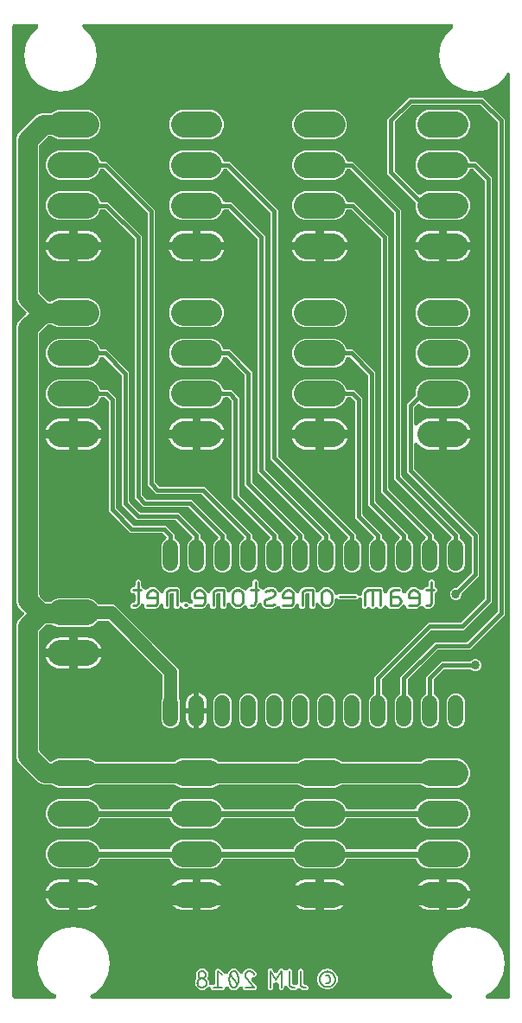
<source format=gbr>
G04 EAGLE Gerber RS-274X export*
G75*
%MOMM*%
%FSLAX34Y34*%
%LPD*%
%INBottom Copper*%
%IPPOS*%
%AMOC8*
5,1,8,0,0,1.08239X$1,22.5*%
G01*
%ADD10C,0.254000*%
%ADD11C,0.177800*%
%ADD12C,2.514600*%
%ADD13C,1.524000*%
%ADD14C,0.609600*%
%ADD15C,0.406400*%
%ADD16C,0.856400*%
%ADD17C,1.905000*%
%ADD18C,1.270000*%

G36*
X51502Y10173D02*
X51502Y10173D01*
X51628Y10176D01*
X51702Y10193D01*
X51777Y10201D01*
X51897Y10238D01*
X52021Y10266D01*
X52089Y10297D01*
X52162Y10319D01*
X52273Y10379D01*
X52388Y10431D01*
X52449Y10475D01*
X52516Y10511D01*
X52613Y10591D01*
X52715Y10665D01*
X52767Y10720D01*
X52825Y10768D01*
X52904Y10867D01*
X52990Y10959D01*
X53030Y11023D01*
X53077Y11082D01*
X53135Y11194D01*
X53202Y11302D01*
X53228Y11372D01*
X53263Y11439D01*
X53298Y11561D01*
X53341Y11679D01*
X53353Y11754D01*
X53374Y11826D01*
X53384Y11952D01*
X53404Y12077D01*
X53401Y12152D01*
X53407Y12228D01*
X53392Y12353D01*
X53387Y12479D01*
X53369Y12553D01*
X53360Y12627D01*
X53321Y12747D01*
X53291Y12870D01*
X53259Y12938D01*
X53235Y13010D01*
X53173Y13120D01*
X53119Y13234D01*
X53074Y13295D01*
X53037Y13361D01*
X52955Y13456D01*
X52879Y13558D01*
X52823Y13608D01*
X52774Y13665D01*
X52674Y13743D01*
X52581Y13828D01*
X52506Y13874D01*
X52456Y13912D01*
X52390Y13945D01*
X52298Y14002D01*
X48963Y15701D01*
X41101Y23563D01*
X36054Y33469D01*
X34315Y44450D01*
X36054Y55431D01*
X41101Y65337D01*
X48963Y73199D01*
X58869Y78246D01*
X69850Y79985D01*
X80831Y78246D01*
X90737Y73199D01*
X98599Y65337D01*
X103646Y55431D01*
X105385Y44450D01*
X103646Y33469D01*
X98599Y23563D01*
X90737Y15701D01*
X87402Y14002D01*
X87295Y13934D01*
X87184Y13873D01*
X87127Y13825D01*
X87063Y13784D01*
X86972Y13697D01*
X86875Y13616D01*
X86828Y13557D01*
X86774Y13504D01*
X86702Y13400D01*
X86623Y13302D01*
X86588Y13235D01*
X86545Y13173D01*
X86495Y13057D01*
X86437Y12945D01*
X86417Y12872D01*
X86387Y12803D01*
X86361Y12679D01*
X86326Y12558D01*
X86320Y12482D01*
X86304Y12409D01*
X86303Y12282D01*
X86293Y12156D01*
X86302Y12081D01*
X86301Y12006D01*
X86325Y11882D01*
X86340Y11757D01*
X86363Y11685D01*
X86378Y11611D01*
X86426Y11494D01*
X86465Y11374D01*
X86502Y11308D01*
X86531Y11238D01*
X86601Y11133D01*
X86663Y11023D01*
X86712Y10966D01*
X86754Y10903D01*
X86843Y10814D01*
X86926Y10718D01*
X86985Y10672D01*
X87039Y10619D01*
X87144Y10549D01*
X87244Y10472D01*
X87311Y10438D01*
X87374Y10396D01*
X87491Y10349D01*
X87605Y10292D01*
X87677Y10273D01*
X87747Y10244D01*
X87871Y10221D01*
X87993Y10188D01*
X88081Y10181D01*
X88143Y10169D01*
X88216Y10170D01*
X88324Y10161D01*
X438726Y10161D01*
X438852Y10173D01*
X438978Y10176D01*
X439052Y10193D01*
X439127Y10201D01*
X439247Y10238D01*
X439371Y10266D01*
X439439Y10297D01*
X439512Y10319D01*
X439623Y10379D01*
X439738Y10431D01*
X439799Y10475D01*
X439866Y10511D01*
X439963Y10591D01*
X440065Y10665D01*
X440117Y10720D01*
X440175Y10768D01*
X440254Y10867D01*
X440340Y10959D01*
X440380Y11023D01*
X440427Y11082D01*
X440485Y11194D01*
X440552Y11302D01*
X440578Y11372D01*
X440613Y11439D01*
X440648Y11561D01*
X440691Y11679D01*
X440703Y11754D01*
X440724Y11826D01*
X440734Y11952D01*
X440754Y12077D01*
X440751Y12152D01*
X440757Y12228D01*
X440742Y12353D01*
X440737Y12479D01*
X440719Y12553D01*
X440710Y12627D01*
X440671Y12747D01*
X440641Y12870D01*
X440609Y12938D01*
X440585Y13010D01*
X440523Y13120D01*
X440469Y13234D01*
X440424Y13295D01*
X440387Y13361D01*
X440305Y13456D01*
X440229Y13558D01*
X440173Y13608D01*
X440124Y13665D01*
X440024Y13743D01*
X439931Y13828D01*
X439856Y13874D01*
X439806Y13912D01*
X439740Y13945D01*
X439648Y14002D01*
X436313Y15701D01*
X428451Y23563D01*
X423404Y33469D01*
X421665Y44450D01*
X423404Y55431D01*
X428451Y65337D01*
X436313Y73199D01*
X446219Y78246D01*
X457200Y79985D01*
X468181Y78246D01*
X478087Y73199D01*
X485949Y65337D01*
X490996Y55431D01*
X492735Y44450D01*
X490996Y33469D01*
X485949Y23563D01*
X478087Y15701D01*
X474752Y14002D01*
X474645Y13934D01*
X474534Y13873D01*
X474477Y13825D01*
X474413Y13784D01*
X474322Y13697D01*
X474225Y13616D01*
X474178Y13557D01*
X474124Y13504D01*
X474052Y13400D01*
X473973Y13302D01*
X473938Y13235D01*
X473895Y13173D01*
X473845Y13057D01*
X473787Y12945D01*
X473767Y12872D01*
X473737Y12803D01*
X473711Y12679D01*
X473676Y12558D01*
X473670Y12482D01*
X473654Y12409D01*
X473653Y12282D01*
X473643Y12156D01*
X473652Y12081D01*
X473651Y12006D01*
X473675Y11882D01*
X473690Y11757D01*
X473713Y11685D01*
X473728Y11611D01*
X473776Y11494D01*
X473815Y11374D01*
X473852Y11308D01*
X473881Y11238D01*
X473951Y11133D01*
X474013Y11023D01*
X474062Y10966D01*
X474104Y10903D01*
X474193Y10814D01*
X474276Y10718D01*
X474335Y10672D01*
X474389Y10619D01*
X474494Y10549D01*
X474594Y10472D01*
X474661Y10438D01*
X474724Y10396D01*
X474841Y10349D01*
X474955Y10292D01*
X475027Y10273D01*
X475097Y10244D01*
X475221Y10221D01*
X475343Y10188D01*
X475431Y10181D01*
X475493Y10169D01*
X475566Y10170D01*
X475674Y10161D01*
X495608Y10161D01*
X495626Y10163D01*
X495644Y10161D01*
X495826Y10182D01*
X496009Y10201D01*
X496026Y10206D01*
X496043Y10208D01*
X496218Y10265D01*
X496394Y10319D01*
X496409Y10327D01*
X496426Y10333D01*
X496586Y10423D01*
X496748Y10511D01*
X496761Y10522D01*
X496777Y10531D01*
X496916Y10651D01*
X497057Y10768D01*
X497068Y10782D01*
X497082Y10794D01*
X497194Y10939D01*
X497309Y11082D01*
X497317Y11098D01*
X497328Y11112D01*
X497410Y11277D01*
X497495Y11439D01*
X497500Y11456D01*
X497508Y11472D01*
X497555Y11651D01*
X497606Y11826D01*
X497608Y11844D01*
X497612Y11861D01*
X497639Y12192D01*
X497639Y914583D01*
X497627Y914709D01*
X497624Y914835D01*
X497607Y914909D01*
X497599Y914984D01*
X497562Y915105D01*
X497534Y915228D01*
X497503Y915297D01*
X497481Y915369D01*
X497421Y915480D01*
X497369Y915595D01*
X497325Y915657D01*
X497289Y915723D01*
X497209Y915820D01*
X497135Y915923D01*
X497080Y915974D01*
X497032Y916032D01*
X496933Y916111D01*
X496841Y916198D01*
X496777Y916237D01*
X496718Y916285D01*
X496606Y916343D01*
X496498Y916409D01*
X496428Y916435D01*
X496361Y916470D01*
X496239Y916505D01*
X496121Y916549D01*
X496046Y916561D01*
X495974Y916582D01*
X495848Y916592D01*
X495723Y916611D01*
X495648Y916608D01*
X495572Y916614D01*
X495447Y916600D01*
X495321Y916594D01*
X495247Y916576D01*
X495173Y916567D01*
X495053Y916528D01*
X494930Y916498D01*
X494862Y916466D01*
X494790Y916443D01*
X494680Y916380D01*
X494566Y916327D01*
X494505Y916282D01*
X494439Y916245D01*
X494344Y916162D01*
X494242Y916087D01*
X494192Y916031D01*
X494135Y915982D01*
X494057Y915882D01*
X493972Y915788D01*
X493926Y915713D01*
X493888Y915663D01*
X493855Y915598D01*
X493798Y915506D01*
X492299Y912563D01*
X484437Y904701D01*
X474531Y899654D01*
X463550Y897915D01*
X452569Y899654D01*
X442663Y904701D01*
X434801Y912563D01*
X429754Y922469D01*
X428015Y933450D01*
X429754Y944431D01*
X434801Y954337D01*
X441436Y960972D01*
X441441Y960979D01*
X441448Y960984D01*
X441569Y961134D01*
X441691Y961283D01*
X441695Y961291D01*
X441701Y961298D01*
X441789Y961468D01*
X441879Y961639D01*
X441882Y961648D01*
X441886Y961655D01*
X441939Y961840D01*
X441994Y962025D01*
X441995Y962034D01*
X441998Y962042D01*
X442013Y962234D01*
X442031Y962426D01*
X442030Y962435D01*
X442030Y962444D01*
X442008Y962633D01*
X441987Y962826D01*
X441985Y962835D01*
X441984Y962843D01*
X441924Y963025D01*
X441866Y963210D01*
X441861Y963218D01*
X441859Y963226D01*
X441764Y963395D01*
X441671Y963562D01*
X441665Y963569D01*
X441661Y963577D01*
X441535Y963723D01*
X441410Y963869D01*
X441403Y963875D01*
X441398Y963882D01*
X441246Y963999D01*
X441095Y964119D01*
X441087Y964123D01*
X441080Y964128D01*
X440907Y964214D01*
X440736Y964301D01*
X440727Y964304D01*
X440719Y964308D01*
X440533Y964358D01*
X440348Y964409D01*
X440339Y964410D01*
X440330Y964412D01*
X439999Y964439D01*
X80701Y964439D01*
X80692Y964438D01*
X80683Y964439D01*
X80489Y964418D01*
X80300Y964399D01*
X80291Y964397D01*
X80282Y964396D01*
X80098Y964338D01*
X79915Y964281D01*
X79907Y964277D01*
X79899Y964274D01*
X79730Y964181D01*
X79561Y964089D01*
X79554Y964084D01*
X79546Y964079D01*
X79399Y963955D01*
X79252Y963832D01*
X79246Y963825D01*
X79239Y963819D01*
X79120Y963668D01*
X78999Y963518D01*
X78995Y963510D01*
X78990Y963503D01*
X78902Y963330D01*
X78814Y963161D01*
X78811Y963152D01*
X78807Y963144D01*
X78755Y962958D01*
X78702Y962774D01*
X78702Y962765D01*
X78699Y962756D01*
X78685Y962563D01*
X78670Y962372D01*
X78671Y962364D01*
X78670Y962355D01*
X78694Y962162D01*
X78716Y961973D01*
X78719Y961964D01*
X78720Y961955D01*
X78782Y961772D01*
X78841Y961590D01*
X78846Y961582D01*
X78849Y961574D01*
X78945Y961407D01*
X79039Y961239D01*
X79045Y961232D01*
X79050Y961225D01*
X79264Y960972D01*
X85899Y954337D01*
X90946Y944431D01*
X92685Y933450D01*
X90946Y922469D01*
X85899Y912563D01*
X78037Y904701D01*
X68131Y899654D01*
X57150Y897915D01*
X46169Y899654D01*
X36263Y904701D01*
X28401Y912563D01*
X23354Y922469D01*
X21615Y933450D01*
X23354Y944431D01*
X28401Y954337D01*
X35036Y960972D01*
X35041Y960979D01*
X35048Y960984D01*
X35169Y961134D01*
X35291Y961283D01*
X35295Y961291D01*
X35301Y961298D01*
X35389Y961468D01*
X35479Y961639D01*
X35482Y961648D01*
X35486Y961655D01*
X35539Y961840D01*
X35594Y962025D01*
X35595Y962034D01*
X35598Y962042D01*
X35613Y962234D01*
X35631Y962426D01*
X35630Y962435D01*
X35630Y962444D01*
X35608Y962633D01*
X35587Y962826D01*
X35585Y962835D01*
X35584Y962843D01*
X35524Y963025D01*
X35466Y963210D01*
X35461Y963218D01*
X35459Y963226D01*
X35364Y963395D01*
X35271Y963562D01*
X35265Y963569D01*
X35261Y963577D01*
X35135Y963723D01*
X35010Y963869D01*
X35003Y963875D01*
X34998Y963882D01*
X34846Y963999D01*
X34695Y964119D01*
X34687Y964123D01*
X34680Y964128D01*
X34507Y964214D01*
X34336Y964301D01*
X34327Y964304D01*
X34319Y964308D01*
X34133Y964358D01*
X33948Y964409D01*
X33939Y964410D01*
X33930Y964412D01*
X33599Y964439D01*
X12192Y964439D01*
X12174Y964437D01*
X12156Y964439D01*
X11974Y964418D01*
X11791Y964399D01*
X11774Y964394D01*
X11757Y964392D01*
X11582Y964335D01*
X11406Y964281D01*
X11391Y964273D01*
X11374Y964267D01*
X11214Y964177D01*
X11052Y964089D01*
X11039Y964078D01*
X11023Y964069D01*
X10884Y963949D01*
X10743Y963832D01*
X10732Y963818D01*
X10718Y963806D01*
X10606Y963661D01*
X10491Y963518D01*
X10483Y963502D01*
X10472Y963488D01*
X10390Y963323D01*
X10305Y963161D01*
X10300Y963144D01*
X10292Y963128D01*
X10245Y962949D01*
X10194Y962774D01*
X10192Y962756D01*
X10188Y962739D01*
X10161Y962408D01*
X10161Y12192D01*
X10163Y12174D01*
X10161Y12156D01*
X10182Y11974D01*
X10201Y11791D01*
X10206Y11774D01*
X10208Y11757D01*
X10265Y11582D01*
X10319Y11406D01*
X10327Y11391D01*
X10333Y11374D01*
X10423Y11214D01*
X10511Y11052D01*
X10522Y11039D01*
X10531Y11023D01*
X10651Y10884D01*
X10768Y10743D01*
X10782Y10732D01*
X10794Y10718D01*
X10939Y10606D01*
X11082Y10491D01*
X11098Y10483D01*
X11112Y10472D01*
X11277Y10390D01*
X11439Y10305D01*
X11456Y10300D01*
X11472Y10292D01*
X11651Y10245D01*
X11826Y10194D01*
X11844Y10192D01*
X11861Y10188D01*
X12192Y10161D01*
X51376Y10161D01*
X51502Y10173D01*
G37*
%LPC*%
G36*
X54473Y216788D02*
X54473Y216788D01*
X49291Y218935D01*
X48984Y219241D01*
X48964Y219258D01*
X48946Y219279D01*
X48808Y219386D01*
X48673Y219496D01*
X48649Y219509D01*
X48628Y219525D01*
X48471Y219603D01*
X48317Y219685D01*
X48292Y219693D01*
X48268Y219705D01*
X48098Y219750D01*
X47931Y219800D01*
X47905Y219802D01*
X47879Y219809D01*
X47548Y219836D01*
X39966Y219836D01*
X35905Y221518D01*
X16032Y241391D01*
X14350Y245452D01*
X14350Y376848D01*
X16032Y380909D01*
X19426Y384303D01*
X19427Y384303D01*
X21037Y385914D01*
X21048Y385927D01*
X21062Y385939D01*
X21176Y386083D01*
X21292Y386225D01*
X21300Y386241D01*
X21312Y386255D01*
X21395Y386419D01*
X21481Y386581D01*
X21486Y386598D01*
X21494Y386614D01*
X21543Y386791D01*
X21595Y386967D01*
X21597Y386985D01*
X21602Y387002D01*
X21615Y387185D01*
X21632Y387368D01*
X21630Y387386D01*
X21631Y387403D01*
X21608Y387585D01*
X21588Y387768D01*
X21583Y387785D01*
X21581Y387803D01*
X21523Y387976D01*
X21467Y388152D01*
X21458Y388168D01*
X21453Y388184D01*
X21361Y388344D01*
X21272Y388504D01*
X21261Y388518D01*
X21252Y388533D01*
X21037Y388786D01*
X16032Y393791D01*
X14350Y397852D01*
X14350Y668948D01*
X16032Y673009D01*
X23323Y680300D01*
X23334Y680313D01*
X23348Y680325D01*
X23462Y680469D01*
X23578Y680611D01*
X23586Y680627D01*
X23598Y680641D01*
X23681Y680805D01*
X23767Y680967D01*
X23772Y680984D01*
X23780Y681000D01*
X23829Y681177D01*
X23881Y681353D01*
X23883Y681371D01*
X23888Y681388D01*
X23901Y681571D01*
X23918Y681754D01*
X23916Y681772D01*
X23917Y681789D01*
X23894Y681971D01*
X23874Y682154D01*
X23869Y682171D01*
X23867Y682189D01*
X23809Y682362D01*
X23753Y682538D01*
X23744Y682554D01*
X23739Y682570D01*
X23647Y682730D01*
X23558Y682890D01*
X23547Y682904D01*
X23538Y682919D01*
X23323Y683172D01*
X16032Y690463D01*
X14350Y694524D01*
X14350Y853098D01*
X16032Y857159D01*
X34127Y875254D01*
X38188Y876936D01*
X47548Y876936D01*
X47575Y876938D01*
X47602Y876936D01*
X47775Y876958D01*
X47949Y876976D01*
X47974Y876984D01*
X48001Y876987D01*
X48167Y877042D01*
X48334Y877094D01*
X48357Y877107D01*
X48383Y877115D01*
X48534Y877202D01*
X48688Y877286D01*
X48708Y877303D01*
X48732Y877316D01*
X48985Y877531D01*
X49291Y877837D01*
X54473Y879984D01*
X85227Y879984D01*
X90409Y877837D01*
X94374Y873872D01*
X96521Y868690D01*
X96521Y863082D01*
X94374Y857900D01*
X90409Y853935D01*
X85227Y851788D01*
X54473Y851788D01*
X49291Y853935D01*
X48985Y854241D01*
X48964Y854258D01*
X48946Y854279D01*
X48808Y854386D01*
X48673Y854496D01*
X48649Y854509D01*
X48628Y854525D01*
X48472Y854603D01*
X48317Y854685D01*
X48292Y854693D01*
X48268Y854705D01*
X48099Y854750D01*
X47931Y854800D01*
X47905Y854802D01*
X47879Y854809D01*
X47548Y854836D01*
X45804Y854836D01*
X45778Y854834D01*
X45751Y854836D01*
X45577Y854814D01*
X45404Y854796D01*
X45378Y854789D01*
X45352Y854785D01*
X45186Y854730D01*
X45019Y854678D01*
X44995Y854665D01*
X44970Y854657D01*
X44818Y854570D01*
X44665Y854486D01*
X44644Y854469D01*
X44621Y854456D01*
X44368Y854241D01*
X37045Y846918D01*
X37028Y846897D01*
X37007Y846880D01*
X36900Y846742D01*
X36790Y846606D01*
X36777Y846583D01*
X36761Y846562D01*
X36683Y846405D01*
X36601Y846251D01*
X36593Y846225D01*
X36581Y846201D01*
X36536Y846032D01*
X36486Y845865D01*
X36484Y845838D01*
X36477Y845812D01*
X36450Y845482D01*
X36450Y702140D01*
X36452Y702114D01*
X36450Y702087D01*
X36472Y701913D01*
X36490Y701740D01*
X36497Y701714D01*
X36501Y701688D01*
X36556Y701522D01*
X36608Y701355D01*
X36621Y701331D01*
X36629Y701306D01*
X36716Y701154D01*
X36800Y701001D01*
X36817Y700980D01*
X36830Y700957D01*
X37045Y700704D01*
X44368Y693381D01*
X44389Y693364D01*
X44406Y693343D01*
X44544Y693236D01*
X44680Y693126D01*
X44703Y693113D01*
X44724Y693097D01*
X44881Y693019D01*
X45035Y692937D01*
X45061Y692929D01*
X45085Y692917D01*
X45254Y692872D01*
X45421Y692822D01*
X45448Y692820D01*
X45474Y692813D01*
X45804Y692786D01*
X47548Y692786D01*
X47575Y692788D01*
X47601Y692786D01*
X47775Y692808D01*
X47949Y692826D01*
X47974Y692833D01*
X48001Y692837D01*
X48167Y692892D01*
X48334Y692944D01*
X48357Y692957D01*
X48383Y692965D01*
X48534Y693052D01*
X48688Y693136D01*
X48708Y693153D01*
X48731Y693166D01*
X48984Y693381D01*
X49291Y693687D01*
X54473Y695834D01*
X85227Y695834D01*
X90409Y693687D01*
X94374Y689722D01*
X96521Y684540D01*
X96521Y678932D01*
X94374Y673750D01*
X90409Y669785D01*
X85227Y667638D01*
X54473Y667638D01*
X49291Y669785D01*
X48984Y670091D01*
X48964Y670108D01*
X48946Y670129D01*
X48808Y670236D01*
X48673Y670346D01*
X48649Y670359D01*
X48628Y670375D01*
X48471Y670453D01*
X48317Y670535D01*
X48292Y670543D01*
X48268Y670555D01*
X48098Y670600D01*
X47931Y670650D01*
X47905Y670652D01*
X47879Y670659D01*
X47548Y670686D01*
X45804Y670686D01*
X45778Y670684D01*
X45751Y670686D01*
X45577Y670664D01*
X45404Y670646D01*
X45378Y670639D01*
X45352Y670635D01*
X45186Y670580D01*
X45019Y670528D01*
X44995Y670515D01*
X44970Y670507D01*
X44818Y670420D01*
X44665Y670336D01*
X44644Y670319D01*
X44621Y670306D01*
X44368Y670091D01*
X37045Y662768D01*
X37028Y662747D01*
X37007Y662730D01*
X36900Y662592D01*
X36790Y662456D01*
X36777Y662433D01*
X36761Y662412D01*
X36683Y662255D01*
X36601Y662101D01*
X36593Y662075D01*
X36581Y662051D01*
X36536Y661881D01*
X36486Y661715D01*
X36484Y661688D01*
X36477Y661662D01*
X36450Y661332D01*
X36450Y405468D01*
X36452Y405442D01*
X36450Y405415D01*
X36472Y405241D01*
X36490Y405068D01*
X36497Y405042D01*
X36501Y405016D01*
X36557Y404850D01*
X36608Y404683D01*
X36621Y404659D01*
X36629Y404634D01*
X36716Y404482D01*
X36800Y404329D01*
X36817Y404308D01*
X36830Y404285D01*
X37045Y404032D01*
X42082Y398995D01*
X42103Y398978D01*
X42120Y398957D01*
X42258Y398850D01*
X42394Y398740D01*
X42417Y398727D01*
X42438Y398711D01*
X42595Y398633D01*
X42749Y398551D01*
X42775Y398543D01*
X42799Y398531D01*
X42968Y398486D01*
X43135Y398436D01*
X43162Y398434D01*
X43188Y398427D01*
X43518Y398400D01*
X46786Y398400D01*
X46813Y398402D01*
X46839Y398400D01*
X47013Y398422D01*
X47187Y398440D01*
X47212Y398447D01*
X47239Y398451D01*
X47405Y398506D01*
X47572Y398558D01*
X47595Y398571D01*
X47621Y398579D01*
X47772Y398666D01*
X47926Y398750D01*
X47946Y398767D01*
X47969Y398780D01*
X48222Y398995D01*
X49291Y400063D01*
X54473Y402210D01*
X85227Y402210D01*
X90409Y400063D01*
X93891Y396582D01*
X93911Y396565D01*
X93929Y396544D01*
X94067Y396437D01*
X94202Y396327D01*
X94226Y396314D01*
X94247Y396298D01*
X94404Y396220D01*
X94558Y396138D01*
X94583Y396130D01*
X94607Y396118D01*
X94777Y396073D01*
X94944Y396023D01*
X94970Y396021D01*
X94996Y396014D01*
X95327Y395987D01*
X108754Y395987D01*
X111649Y394788D01*
X171776Y334661D01*
X172975Y331766D01*
X172975Y305009D01*
X172978Y304978D01*
X172976Y304947D01*
X172998Y304778D01*
X173015Y304608D01*
X173024Y304579D01*
X173028Y304548D01*
X173129Y304232D01*
X174245Y301539D01*
X174245Y282661D01*
X172853Y279300D01*
X170280Y276727D01*
X166919Y275335D01*
X163281Y275335D01*
X159920Y276727D01*
X157347Y279300D01*
X155955Y282661D01*
X155955Y301539D01*
X157071Y304232D01*
X157080Y304262D01*
X157094Y304290D01*
X157138Y304454D01*
X157187Y304617D01*
X157190Y304648D01*
X157198Y304678D01*
X157225Y305009D01*
X157225Y326097D01*
X157223Y326123D01*
X157225Y326150D01*
X157203Y326324D01*
X157185Y326497D01*
X157178Y326523D01*
X157174Y326550D01*
X157119Y326715D01*
X157067Y326882D01*
X157054Y326906D01*
X157046Y326931D01*
X156959Y327083D01*
X156875Y327236D01*
X156858Y327257D01*
X156845Y327280D01*
X156630Y327533D01*
X104521Y379642D01*
X104500Y379659D01*
X104483Y379680D01*
X104345Y379787D01*
X104210Y379897D01*
X104186Y379910D01*
X104165Y379926D01*
X104008Y380004D01*
X103854Y380086D01*
X103828Y380094D01*
X103804Y380106D01*
X103635Y380151D01*
X103468Y380201D01*
X103441Y380203D01*
X103416Y380210D01*
X103085Y380237D01*
X95327Y380237D01*
X95300Y380235D01*
X95274Y380237D01*
X95100Y380215D01*
X94926Y380197D01*
X94901Y380190D01*
X94874Y380186D01*
X94708Y380131D01*
X94541Y380079D01*
X94518Y380066D01*
X94492Y380058D01*
X94341Y379971D01*
X94187Y379887D01*
X94167Y379870D01*
X94144Y379857D01*
X93891Y379642D01*
X90409Y376161D01*
X85227Y374014D01*
X54473Y374014D01*
X49327Y376146D01*
X49297Y376155D01*
X49269Y376169D01*
X49105Y376213D01*
X48942Y376262D01*
X48911Y376265D01*
X48881Y376273D01*
X48550Y376300D01*
X43518Y376300D01*
X43492Y376298D01*
X43465Y376300D01*
X43291Y376278D01*
X43118Y376260D01*
X43092Y376253D01*
X43066Y376249D01*
X42900Y376194D01*
X42733Y376142D01*
X42709Y376129D01*
X42684Y376121D01*
X42533Y376034D01*
X42379Y375950D01*
X42358Y375933D01*
X42335Y375920D01*
X42082Y375705D01*
X37045Y370668D01*
X37028Y370647D01*
X37007Y370630D01*
X36900Y370492D01*
X36790Y370357D01*
X36777Y370333D01*
X36761Y370312D01*
X36683Y370155D01*
X36601Y370001D01*
X36593Y369975D01*
X36581Y369951D01*
X36536Y369782D01*
X36486Y369615D01*
X36484Y369588D01*
X36477Y369562D01*
X36450Y369232D01*
X36450Y253068D01*
X36452Y253042D01*
X36450Y253015D01*
X36472Y252841D01*
X36490Y252668D01*
X36497Y252642D01*
X36501Y252616D01*
X36556Y252450D01*
X36608Y252283D01*
X36621Y252259D01*
X36629Y252234D01*
X36716Y252082D01*
X36800Y251929D01*
X36817Y251908D01*
X36830Y251885D01*
X37045Y251632D01*
X46129Y242548D01*
X46143Y242536D01*
X46154Y242523D01*
X46298Y242409D01*
X46440Y242293D01*
X46456Y242284D01*
X46470Y242273D01*
X46635Y242189D01*
X46796Y242104D01*
X46813Y242099D01*
X46829Y242091D01*
X47007Y242041D01*
X47182Y241989D01*
X47200Y241988D01*
X47217Y241983D01*
X47400Y241969D01*
X47583Y241953D01*
X47601Y241955D01*
X47619Y241953D01*
X47800Y241976D01*
X47983Y241996D01*
X48000Y242002D01*
X48018Y242004D01*
X48191Y242062D01*
X48367Y242118D01*
X48383Y242126D01*
X48400Y242132D01*
X48559Y242224D01*
X48719Y242313D01*
X48733Y242324D01*
X48749Y242333D01*
X49002Y242548D01*
X49291Y242837D01*
X54473Y244984D01*
X85227Y244984D01*
X90409Y242837D01*
X90716Y242531D01*
X90736Y242514D01*
X90754Y242493D01*
X90892Y242386D01*
X91027Y242276D01*
X91051Y242263D01*
X91072Y242247D01*
X91229Y242169D01*
X91383Y242087D01*
X91408Y242079D01*
X91432Y242067D01*
X91602Y242022D01*
X91769Y241972D01*
X91795Y241970D01*
X91821Y241963D01*
X92152Y241936D01*
X168198Y241936D01*
X168225Y241938D01*
X168251Y241936D01*
X168425Y241958D01*
X168599Y241976D01*
X168624Y241983D01*
X168651Y241987D01*
X168817Y242042D01*
X168984Y242094D01*
X169007Y242107D01*
X169033Y242115D01*
X169184Y242202D01*
X169338Y242286D01*
X169358Y242303D01*
X169381Y242316D01*
X169634Y242531D01*
X169941Y242837D01*
X175123Y244984D01*
X205877Y244984D01*
X211059Y242837D01*
X211366Y242531D01*
X211386Y242514D01*
X211404Y242493D01*
X211542Y242386D01*
X211677Y242276D01*
X211701Y242263D01*
X211722Y242247D01*
X211879Y242169D01*
X212033Y242087D01*
X212058Y242079D01*
X212082Y242067D01*
X212252Y242022D01*
X212419Y241972D01*
X212445Y241970D01*
X212471Y241963D01*
X212802Y241936D01*
X288848Y241936D01*
X288875Y241938D01*
X288902Y241936D01*
X289075Y241958D01*
X289249Y241976D01*
X289274Y241984D01*
X289301Y241987D01*
X289467Y242042D01*
X289634Y242094D01*
X289657Y242107D01*
X289683Y242115D01*
X289834Y242202D01*
X289988Y242286D01*
X290008Y242303D01*
X290032Y242316D01*
X290285Y242531D01*
X290591Y242837D01*
X295773Y244984D01*
X326527Y244984D01*
X331709Y242837D01*
X332015Y242531D01*
X332036Y242514D01*
X332054Y242493D01*
X332192Y242386D01*
X332327Y242276D01*
X332351Y242263D01*
X332372Y242247D01*
X332528Y242169D01*
X332683Y242087D01*
X332708Y242079D01*
X332732Y242067D01*
X332901Y242022D01*
X333069Y241972D01*
X333095Y241970D01*
X333121Y241963D01*
X333452Y241936D01*
X409498Y241936D01*
X409525Y241938D01*
X409551Y241936D01*
X409725Y241958D01*
X409899Y241976D01*
X409924Y241983D01*
X409951Y241987D01*
X410117Y242042D01*
X410284Y242094D01*
X410307Y242107D01*
X410333Y242115D01*
X410484Y242202D01*
X410638Y242286D01*
X410658Y242303D01*
X410681Y242316D01*
X410934Y242531D01*
X411241Y242837D01*
X416423Y244984D01*
X447177Y244984D01*
X452359Y242837D01*
X456324Y238872D01*
X458471Y233690D01*
X458471Y228082D01*
X456324Y222900D01*
X452359Y218935D01*
X447177Y216788D01*
X416423Y216788D01*
X411241Y218935D01*
X410934Y219241D01*
X410914Y219258D01*
X410896Y219279D01*
X410758Y219386D01*
X410623Y219496D01*
X410599Y219509D01*
X410578Y219525D01*
X410421Y219603D01*
X410267Y219685D01*
X410242Y219693D01*
X410218Y219705D01*
X410048Y219750D01*
X409881Y219800D01*
X409855Y219802D01*
X409829Y219809D01*
X409498Y219836D01*
X333452Y219836D01*
X333425Y219834D01*
X333398Y219836D01*
X333225Y219814D01*
X333051Y219796D01*
X333026Y219788D01*
X332999Y219785D01*
X332833Y219730D01*
X332666Y219678D01*
X332643Y219665D01*
X332617Y219657D01*
X332466Y219570D01*
X332312Y219486D01*
X332292Y219469D01*
X332268Y219456D01*
X332015Y219241D01*
X331709Y218935D01*
X326527Y216788D01*
X295773Y216788D01*
X290591Y218935D01*
X290285Y219241D01*
X290264Y219258D01*
X290246Y219279D01*
X290108Y219386D01*
X289973Y219496D01*
X289949Y219509D01*
X289928Y219525D01*
X289772Y219603D01*
X289617Y219685D01*
X289592Y219693D01*
X289568Y219705D01*
X289399Y219750D01*
X289231Y219800D01*
X289205Y219802D01*
X289179Y219809D01*
X288848Y219836D01*
X212802Y219836D01*
X212775Y219834D01*
X212749Y219836D01*
X212575Y219814D01*
X212401Y219796D01*
X212376Y219789D01*
X212349Y219785D01*
X212183Y219730D01*
X212016Y219678D01*
X211993Y219665D01*
X211967Y219657D01*
X211816Y219570D01*
X211662Y219486D01*
X211642Y219469D01*
X211619Y219456D01*
X211366Y219241D01*
X211059Y218935D01*
X205877Y216788D01*
X175123Y216788D01*
X169941Y218935D01*
X169634Y219241D01*
X169614Y219258D01*
X169596Y219279D01*
X169458Y219386D01*
X169323Y219496D01*
X169299Y219509D01*
X169278Y219525D01*
X169121Y219603D01*
X168967Y219685D01*
X168942Y219693D01*
X168918Y219705D01*
X168748Y219750D01*
X168581Y219800D01*
X168555Y219802D01*
X168529Y219809D01*
X168198Y219836D01*
X92152Y219836D01*
X92125Y219834D01*
X92099Y219836D01*
X91925Y219814D01*
X91751Y219796D01*
X91726Y219789D01*
X91699Y219785D01*
X91533Y219730D01*
X91366Y219678D01*
X91343Y219665D01*
X91317Y219657D01*
X91166Y219570D01*
X91012Y219486D01*
X90992Y219469D01*
X90969Y219456D01*
X90716Y219241D01*
X90409Y218935D01*
X85227Y216788D01*
X54473Y216788D01*
G37*
%LPD*%
%LPC*%
G36*
X391881Y275335D02*
X391881Y275335D01*
X388520Y276727D01*
X385947Y279300D01*
X384555Y282661D01*
X384555Y301539D01*
X385947Y304900D01*
X388520Y307473D01*
X388889Y307626D01*
X388909Y307636D01*
X388930Y307643D01*
X389086Y307731D01*
X389244Y307816D01*
X389261Y307830D01*
X389281Y307841D01*
X389417Y307958D01*
X389555Y308072D01*
X389569Y308089D01*
X389586Y308104D01*
X389695Y308245D01*
X389808Y308385D01*
X389819Y308405D01*
X389832Y308422D01*
X389912Y308582D01*
X389995Y308741D01*
X390002Y308763D01*
X390012Y308783D01*
X390058Y308956D01*
X390108Y309128D01*
X390110Y309150D01*
X390116Y309171D01*
X390143Y309502D01*
X390143Y325323D01*
X423977Y359157D01*
X454885Y359157D01*
X454912Y359159D01*
X454939Y359157D01*
X455113Y359179D01*
X455286Y359197D01*
X455311Y359204D01*
X455338Y359208D01*
X455504Y359263D01*
X455671Y359315D01*
X455694Y359328D01*
X455720Y359336D01*
X455871Y359423D01*
X456025Y359507D01*
X456045Y359524D01*
X456069Y359537D01*
X456322Y359752D01*
X484798Y388228D01*
X484815Y388249D01*
X484836Y388267D01*
X484943Y388404D01*
X485053Y388540D01*
X485066Y388563D01*
X485082Y388585D01*
X485160Y388742D01*
X485242Y388896D01*
X485250Y388921D01*
X485262Y388945D01*
X485307Y389115D01*
X485357Y389281D01*
X485359Y389308D01*
X485366Y389334D01*
X485393Y389665D01*
X485393Y867635D01*
X485391Y867662D01*
X485393Y867689D01*
X485371Y867863D01*
X485353Y868036D01*
X485346Y868061D01*
X485342Y868088D01*
X485287Y868254D01*
X485235Y868421D01*
X485222Y868444D01*
X485214Y868470D01*
X485127Y868621D01*
X485043Y868775D01*
X485026Y868795D01*
X485013Y868819D01*
X484798Y869072D01*
X469022Y884848D01*
X469001Y884865D01*
X468983Y884886D01*
X468846Y884993D01*
X468710Y885103D01*
X468687Y885116D01*
X468665Y885132D01*
X468508Y885210D01*
X468354Y885292D01*
X468329Y885300D01*
X468305Y885312D01*
X468135Y885357D01*
X467969Y885407D01*
X467942Y885409D01*
X467916Y885416D01*
X467585Y885443D01*
X402365Y885443D01*
X402338Y885441D01*
X402311Y885443D01*
X402137Y885421D01*
X401964Y885403D01*
X401939Y885396D01*
X401912Y885392D01*
X401746Y885337D01*
X401579Y885285D01*
X401556Y885272D01*
X401530Y885264D01*
X401379Y885177D01*
X401225Y885093D01*
X401205Y885076D01*
X401181Y885063D01*
X400928Y884848D01*
X385152Y869072D01*
X385135Y869051D01*
X385114Y869033D01*
X385007Y868896D01*
X384897Y868760D01*
X384884Y868737D01*
X384868Y868715D01*
X384790Y868558D01*
X384708Y868404D01*
X384700Y868379D01*
X384688Y868355D01*
X384643Y868185D01*
X384593Y868019D01*
X384591Y867992D01*
X384584Y867966D01*
X384557Y867635D01*
X384557Y821465D01*
X384559Y821438D01*
X384557Y821411D01*
X384579Y821237D01*
X384597Y821064D01*
X384604Y821039D01*
X384608Y821012D01*
X384663Y820846D01*
X384715Y820679D01*
X384728Y820656D01*
X384736Y820630D01*
X384823Y820479D01*
X384907Y820325D01*
X384924Y820305D01*
X384937Y820281D01*
X385152Y820028D01*
X407480Y797700D01*
X407493Y797689D01*
X407505Y797675D01*
X407649Y797562D01*
X407791Y797445D01*
X407807Y797437D01*
X407821Y797426D01*
X407985Y797342D01*
X408147Y797257D01*
X408164Y797252D01*
X408180Y797244D01*
X408357Y797194D01*
X408533Y797142D01*
X408550Y797140D01*
X408568Y797136D01*
X408751Y797122D01*
X408934Y797106D01*
X408951Y797107D01*
X408969Y797106D01*
X409151Y797129D01*
X409334Y797149D01*
X409351Y797154D01*
X409369Y797157D01*
X409542Y797215D01*
X409718Y797270D01*
X409733Y797279D01*
X409750Y797285D01*
X409910Y797377D01*
X410070Y797465D01*
X410084Y797477D01*
X410099Y797486D01*
X410352Y797700D01*
X411241Y798589D01*
X416423Y800736D01*
X447177Y800736D01*
X452359Y798589D01*
X456324Y794624D01*
X458471Y789442D01*
X458471Y783834D01*
X456324Y778652D01*
X452359Y774687D01*
X447177Y772540D01*
X416423Y772540D01*
X411241Y774687D01*
X407276Y778652D01*
X405129Y783834D01*
X405129Y789149D01*
X405127Y789176D01*
X405129Y789203D01*
X405107Y789377D01*
X405089Y789550D01*
X405082Y789576D01*
X405078Y789602D01*
X405023Y789768D01*
X404971Y789935D01*
X404958Y789959D01*
X404950Y789984D01*
X404863Y790135D01*
X404779Y790289D01*
X404762Y790309D01*
X404749Y790333D01*
X404534Y790586D01*
X377443Y817677D01*
X377443Y871423D01*
X398577Y892557D01*
X471373Y892557D01*
X492507Y871423D01*
X492507Y385877D01*
X458673Y352043D01*
X427765Y352043D01*
X427738Y352041D01*
X427711Y352043D01*
X427537Y352021D01*
X427364Y352003D01*
X427339Y351996D01*
X427312Y351992D01*
X427146Y351937D01*
X426979Y351885D01*
X426956Y351872D01*
X426930Y351864D01*
X426779Y351777D01*
X426625Y351693D01*
X426605Y351676D01*
X426581Y351663D01*
X426328Y351448D01*
X397852Y322972D01*
X397835Y322951D01*
X397814Y322933D01*
X397707Y322796D01*
X397597Y322660D01*
X397584Y322637D01*
X397568Y322615D01*
X397490Y322458D01*
X397408Y322304D01*
X397400Y322279D01*
X397388Y322255D01*
X397343Y322085D01*
X397293Y321919D01*
X397291Y321892D01*
X397284Y321866D01*
X397257Y321535D01*
X397257Y309502D01*
X397259Y309480D01*
X397257Y309458D01*
X397279Y309280D01*
X397297Y309102D01*
X397303Y309080D01*
X397306Y309058D01*
X397362Y308888D01*
X397415Y308717D01*
X397425Y308697D01*
X397432Y308676D01*
X397522Y308519D01*
X397607Y308363D01*
X397621Y308345D01*
X397632Y308326D01*
X397750Y308191D01*
X397864Y308053D01*
X397882Y308039D01*
X397896Y308023D01*
X398039Y307913D01*
X398178Y307801D01*
X398198Y307791D01*
X398216Y307777D01*
X398511Y307626D01*
X398880Y307473D01*
X401453Y304900D01*
X402845Y301539D01*
X402845Y282661D01*
X401453Y279300D01*
X398880Y276727D01*
X395519Y275335D01*
X391881Y275335D01*
G37*
%LPD*%
%LPC*%
G36*
X54473Y137540D02*
X54473Y137540D01*
X49291Y139687D01*
X45326Y143652D01*
X43179Y148834D01*
X43179Y154442D01*
X45326Y159624D01*
X49291Y163589D01*
X54473Y165736D01*
X85227Y165736D01*
X90409Y163589D01*
X94374Y159624D01*
X95269Y157465D01*
X95279Y157445D01*
X95286Y157424D01*
X95375Y157267D01*
X95459Y157110D01*
X95473Y157093D01*
X95484Y157073D01*
X95601Y156937D01*
X95715Y156799D01*
X95733Y156785D01*
X95747Y156768D01*
X95889Y156659D01*
X96028Y156546D01*
X96048Y156535D01*
X96065Y156522D01*
X96226Y156442D01*
X96385Y156359D01*
X96406Y156352D01*
X96426Y156342D01*
X96599Y156296D01*
X96771Y156246D01*
X96793Y156244D01*
X96815Y156238D01*
X97145Y156211D01*
X163205Y156211D01*
X163227Y156213D01*
X163249Y156211D01*
X163427Y156233D01*
X163605Y156251D01*
X163626Y156257D01*
X163649Y156260D01*
X163819Y156316D01*
X163990Y156369D01*
X164010Y156379D01*
X164031Y156386D01*
X164187Y156475D01*
X164344Y156561D01*
X164361Y156575D01*
X164381Y156586D01*
X164516Y156704D01*
X164653Y156818D01*
X164667Y156836D01*
X164684Y156850D01*
X164794Y156993D01*
X164906Y157132D01*
X164916Y157152D01*
X164930Y157169D01*
X165081Y157465D01*
X165976Y159624D01*
X169941Y163589D01*
X175123Y165736D01*
X205877Y165736D01*
X211059Y163589D01*
X215024Y159624D01*
X215919Y157465D01*
X215929Y157445D01*
X215936Y157424D01*
X216025Y157267D01*
X216109Y157110D01*
X216123Y157093D01*
X216134Y157073D01*
X216251Y156937D01*
X216365Y156799D01*
X216383Y156785D01*
X216397Y156768D01*
X216539Y156659D01*
X216678Y156546D01*
X216698Y156535D01*
X216715Y156522D01*
X216876Y156442D01*
X217035Y156359D01*
X217056Y156352D01*
X217076Y156342D01*
X217249Y156296D01*
X217421Y156246D01*
X217443Y156244D01*
X217465Y156238D01*
X217795Y156211D01*
X283855Y156211D01*
X283877Y156213D01*
X283899Y156211D01*
X284077Y156233D01*
X284255Y156251D01*
X284277Y156257D01*
X284299Y156260D01*
X284468Y156316D01*
X284640Y156369D01*
X284660Y156379D01*
X284681Y156386D01*
X284837Y156475D01*
X284994Y156561D01*
X285011Y156575D01*
X285031Y156586D01*
X285167Y156704D01*
X285303Y156818D01*
X285317Y156836D01*
X285334Y156850D01*
X285444Y156992D01*
X285556Y157132D01*
X285566Y157152D01*
X285580Y157170D01*
X285731Y157465D01*
X286626Y159624D01*
X290591Y163589D01*
X295773Y165736D01*
X326527Y165736D01*
X331709Y163589D01*
X335674Y159624D01*
X336569Y157465D01*
X336579Y157445D01*
X336586Y157424D01*
X336674Y157268D01*
X336759Y157110D01*
X336773Y157093D01*
X336784Y157073D01*
X336901Y156938D01*
X337015Y156799D01*
X337033Y156785D01*
X337047Y156768D01*
X337189Y156659D01*
X337328Y156546D01*
X337348Y156535D01*
X337365Y156522D01*
X337526Y156442D01*
X337684Y156359D01*
X337706Y156352D01*
X337726Y156342D01*
X337899Y156296D01*
X338071Y156246D01*
X338093Y156244D01*
X338115Y156238D01*
X338445Y156211D01*
X404505Y156211D01*
X404527Y156213D01*
X404549Y156211D01*
X404727Y156233D01*
X404905Y156251D01*
X404926Y156257D01*
X404949Y156260D01*
X405119Y156316D01*
X405290Y156369D01*
X405310Y156379D01*
X405331Y156386D01*
X405487Y156475D01*
X405644Y156561D01*
X405661Y156575D01*
X405681Y156586D01*
X405816Y156704D01*
X405953Y156818D01*
X405967Y156836D01*
X405984Y156850D01*
X406094Y156993D01*
X406206Y157132D01*
X406216Y157152D01*
X406230Y157169D01*
X406381Y157465D01*
X407276Y159624D01*
X411241Y163589D01*
X416423Y165736D01*
X447177Y165736D01*
X452359Y163589D01*
X456324Y159624D01*
X458471Y154442D01*
X458471Y148834D01*
X456324Y143652D01*
X452359Y139687D01*
X447177Y137540D01*
X416423Y137540D01*
X411241Y139687D01*
X407276Y143652D01*
X406381Y145811D01*
X406371Y145831D01*
X406364Y145852D01*
X406275Y146009D01*
X406191Y146166D01*
X406177Y146183D01*
X406166Y146203D01*
X406049Y146339D01*
X405935Y146477D01*
X405917Y146491D01*
X405903Y146508D01*
X405761Y146617D01*
X405622Y146730D01*
X405602Y146741D01*
X405585Y146754D01*
X405424Y146834D01*
X405265Y146917D01*
X405244Y146924D01*
X405224Y146934D01*
X405051Y146980D01*
X404879Y147030D01*
X404857Y147032D01*
X404835Y147038D01*
X404505Y147065D01*
X338445Y147065D01*
X338423Y147063D01*
X338401Y147065D01*
X338223Y147043D01*
X338045Y147025D01*
X338023Y147019D01*
X338001Y147016D01*
X337832Y146960D01*
X337660Y146907D01*
X337640Y146897D01*
X337619Y146890D01*
X337463Y146801D01*
X337306Y146715D01*
X337289Y146701D01*
X337269Y146690D01*
X337133Y146572D01*
X336997Y146458D01*
X336983Y146440D01*
X336966Y146426D01*
X336856Y146284D01*
X336744Y146144D01*
X336734Y146124D01*
X336720Y146106D01*
X336569Y145811D01*
X335674Y143652D01*
X331709Y139687D01*
X326527Y137540D01*
X295773Y137540D01*
X290591Y139687D01*
X286626Y143652D01*
X285731Y145811D01*
X285721Y145831D01*
X285714Y145852D01*
X285626Y146008D01*
X285541Y146166D01*
X285527Y146183D01*
X285516Y146203D01*
X285399Y146338D01*
X285285Y146477D01*
X285267Y146491D01*
X285253Y146508D01*
X285111Y146617D01*
X284972Y146730D01*
X284952Y146741D01*
X284935Y146754D01*
X284774Y146834D01*
X284616Y146917D01*
X284594Y146924D01*
X284574Y146934D01*
X284401Y146980D01*
X284229Y147030D01*
X284207Y147032D01*
X284185Y147038D01*
X283855Y147065D01*
X217795Y147065D01*
X217773Y147063D01*
X217751Y147065D01*
X217573Y147043D01*
X217395Y147025D01*
X217374Y147019D01*
X217351Y147016D01*
X217181Y146960D01*
X217010Y146907D01*
X216990Y146897D01*
X216969Y146890D01*
X216813Y146801D01*
X216656Y146715D01*
X216639Y146701D01*
X216619Y146690D01*
X216484Y146572D01*
X216347Y146458D01*
X216333Y146440D01*
X216316Y146426D01*
X216206Y146283D01*
X216094Y146144D01*
X216084Y146124D01*
X216070Y146107D01*
X215919Y145811D01*
X215024Y143652D01*
X211059Y139687D01*
X205877Y137540D01*
X175123Y137540D01*
X169941Y139687D01*
X165976Y143652D01*
X165081Y145811D01*
X165071Y145831D01*
X165064Y145852D01*
X164975Y146009D01*
X164891Y146166D01*
X164877Y146183D01*
X164866Y146203D01*
X164749Y146339D01*
X164635Y146477D01*
X164617Y146491D01*
X164603Y146508D01*
X164461Y146617D01*
X164322Y146730D01*
X164302Y146741D01*
X164285Y146754D01*
X164124Y146834D01*
X163965Y146917D01*
X163944Y146924D01*
X163924Y146934D01*
X163751Y146980D01*
X163579Y147030D01*
X163557Y147032D01*
X163535Y147038D01*
X163205Y147065D01*
X97145Y147065D01*
X97123Y147063D01*
X97101Y147065D01*
X96923Y147043D01*
X96745Y147025D01*
X96724Y147019D01*
X96701Y147016D01*
X96531Y146960D01*
X96360Y146907D01*
X96340Y146897D01*
X96319Y146890D01*
X96163Y146801D01*
X96006Y146715D01*
X95989Y146701D01*
X95969Y146690D01*
X95834Y146572D01*
X95697Y146458D01*
X95683Y146440D01*
X95666Y146426D01*
X95556Y146283D01*
X95444Y146144D01*
X95434Y146124D01*
X95420Y146107D01*
X95269Y145811D01*
X94374Y143652D01*
X90409Y139687D01*
X85227Y137540D01*
X54473Y137540D01*
G37*
%LPD*%
%LPC*%
G36*
X54473Y177164D02*
X54473Y177164D01*
X49291Y179311D01*
X45326Y183276D01*
X43179Y188458D01*
X43179Y194066D01*
X45326Y199248D01*
X49291Y203213D01*
X54473Y205360D01*
X85227Y205360D01*
X90409Y203213D01*
X94374Y199248D01*
X95269Y197089D01*
X95279Y197069D01*
X95286Y197048D01*
X95375Y196891D01*
X95459Y196734D01*
X95473Y196717D01*
X95484Y196697D01*
X95601Y196561D01*
X95715Y196423D01*
X95733Y196409D01*
X95747Y196392D01*
X95889Y196283D01*
X96028Y196170D01*
X96048Y196159D01*
X96065Y196146D01*
X96226Y196066D01*
X96385Y195983D01*
X96406Y195976D01*
X96426Y195966D01*
X96599Y195920D01*
X96771Y195870D01*
X96793Y195868D01*
X96815Y195862D01*
X97145Y195835D01*
X163205Y195835D01*
X163227Y195837D01*
X163249Y195835D01*
X163427Y195857D01*
X163605Y195875D01*
X163626Y195881D01*
X163649Y195884D01*
X163819Y195940D01*
X163990Y195993D01*
X164010Y196003D01*
X164031Y196010D01*
X164187Y196099D01*
X164344Y196185D01*
X164361Y196199D01*
X164381Y196210D01*
X164516Y196328D01*
X164653Y196442D01*
X164667Y196460D01*
X164684Y196474D01*
X164794Y196617D01*
X164906Y196756D01*
X164916Y196776D01*
X164930Y196793D01*
X165081Y197089D01*
X165976Y199248D01*
X169941Y203213D01*
X175123Y205360D01*
X205877Y205360D01*
X211059Y203213D01*
X215024Y199248D01*
X215919Y197089D01*
X215929Y197069D01*
X215936Y197048D01*
X216025Y196891D01*
X216109Y196734D01*
X216123Y196717D01*
X216134Y196697D01*
X216251Y196561D01*
X216365Y196423D01*
X216383Y196409D01*
X216397Y196392D01*
X216539Y196283D01*
X216678Y196170D01*
X216698Y196159D01*
X216715Y196146D01*
X216876Y196066D01*
X217035Y195983D01*
X217056Y195976D01*
X217076Y195966D01*
X217249Y195920D01*
X217421Y195870D01*
X217443Y195868D01*
X217465Y195862D01*
X217795Y195835D01*
X283855Y195835D01*
X283877Y195837D01*
X283899Y195835D01*
X284077Y195857D01*
X284255Y195875D01*
X284277Y195881D01*
X284299Y195884D01*
X284468Y195940D01*
X284640Y195993D01*
X284660Y196003D01*
X284681Y196010D01*
X284837Y196099D01*
X284994Y196185D01*
X285011Y196199D01*
X285031Y196210D01*
X285167Y196328D01*
X285303Y196442D01*
X285317Y196460D01*
X285334Y196474D01*
X285444Y196616D01*
X285556Y196756D01*
X285566Y196776D01*
X285580Y196794D01*
X285731Y197089D01*
X286626Y199248D01*
X290591Y203213D01*
X295773Y205360D01*
X326527Y205360D01*
X331709Y203213D01*
X335674Y199248D01*
X336569Y197089D01*
X336579Y197069D01*
X336586Y197048D01*
X336674Y196892D01*
X336759Y196734D01*
X336773Y196717D01*
X336784Y196697D01*
X336901Y196562D01*
X337015Y196423D01*
X337033Y196409D01*
X337047Y196392D01*
X337189Y196283D01*
X337328Y196170D01*
X337348Y196159D01*
X337365Y196146D01*
X337526Y196066D01*
X337684Y195983D01*
X337706Y195976D01*
X337726Y195966D01*
X337899Y195920D01*
X338071Y195870D01*
X338093Y195868D01*
X338115Y195862D01*
X338445Y195835D01*
X404505Y195835D01*
X404527Y195837D01*
X404549Y195835D01*
X404727Y195857D01*
X404905Y195875D01*
X404926Y195881D01*
X404949Y195884D01*
X405119Y195940D01*
X405290Y195993D01*
X405310Y196003D01*
X405331Y196010D01*
X405487Y196099D01*
X405644Y196185D01*
X405661Y196199D01*
X405681Y196210D01*
X405816Y196328D01*
X405953Y196442D01*
X405967Y196460D01*
X405984Y196474D01*
X406094Y196617D01*
X406206Y196756D01*
X406216Y196776D01*
X406230Y196793D01*
X406381Y197089D01*
X407276Y199248D01*
X411241Y203213D01*
X416423Y205360D01*
X447177Y205360D01*
X452359Y203213D01*
X456324Y199248D01*
X458471Y194066D01*
X458471Y188458D01*
X456324Y183276D01*
X452359Y179311D01*
X447177Y177164D01*
X416423Y177164D01*
X411241Y179311D01*
X407276Y183276D01*
X406381Y185435D01*
X406371Y185455D01*
X406364Y185476D01*
X406275Y185633D01*
X406191Y185790D01*
X406177Y185807D01*
X406166Y185827D01*
X406049Y185963D01*
X405935Y186101D01*
X405917Y186115D01*
X405903Y186132D01*
X405761Y186241D01*
X405622Y186354D01*
X405602Y186365D01*
X405585Y186378D01*
X405424Y186458D01*
X405265Y186541D01*
X405244Y186548D01*
X405224Y186558D01*
X405051Y186604D01*
X404879Y186654D01*
X404857Y186656D01*
X404835Y186662D01*
X404505Y186689D01*
X338445Y186689D01*
X338423Y186687D01*
X338401Y186689D01*
X338223Y186667D01*
X338045Y186649D01*
X338023Y186643D01*
X338001Y186640D01*
X337832Y186584D01*
X337660Y186531D01*
X337640Y186521D01*
X337619Y186514D01*
X337463Y186425D01*
X337306Y186339D01*
X337289Y186325D01*
X337269Y186314D01*
X337133Y186196D01*
X336997Y186082D01*
X336983Y186064D01*
X336966Y186050D01*
X336856Y185908D01*
X336744Y185768D01*
X336734Y185748D01*
X336720Y185730D01*
X336569Y185435D01*
X335674Y183276D01*
X331709Y179311D01*
X326527Y177164D01*
X295773Y177164D01*
X290591Y179311D01*
X286626Y183276D01*
X285731Y185435D01*
X285721Y185455D01*
X285714Y185476D01*
X285626Y185632D01*
X285541Y185790D01*
X285527Y185807D01*
X285516Y185827D01*
X285399Y185962D01*
X285285Y186101D01*
X285267Y186115D01*
X285253Y186132D01*
X285111Y186241D01*
X284972Y186354D01*
X284952Y186365D01*
X284935Y186378D01*
X284774Y186458D01*
X284616Y186541D01*
X284594Y186548D01*
X284574Y186558D01*
X284401Y186604D01*
X284229Y186654D01*
X284207Y186656D01*
X284185Y186662D01*
X283855Y186689D01*
X217795Y186689D01*
X217773Y186687D01*
X217751Y186689D01*
X217573Y186667D01*
X217395Y186649D01*
X217374Y186643D01*
X217351Y186640D01*
X217181Y186584D01*
X217010Y186531D01*
X216990Y186521D01*
X216969Y186514D01*
X216813Y186425D01*
X216656Y186339D01*
X216639Y186325D01*
X216619Y186314D01*
X216484Y186196D01*
X216347Y186082D01*
X216333Y186064D01*
X216316Y186050D01*
X216206Y185907D01*
X216094Y185768D01*
X216084Y185748D01*
X216070Y185731D01*
X215919Y185435D01*
X215024Y183276D01*
X211059Y179311D01*
X205877Y177164D01*
X175123Y177164D01*
X169941Y179311D01*
X165976Y183276D01*
X165081Y185435D01*
X165071Y185455D01*
X165064Y185476D01*
X164975Y185633D01*
X164891Y185790D01*
X164877Y185807D01*
X164866Y185827D01*
X164749Y185963D01*
X164635Y186101D01*
X164617Y186115D01*
X164603Y186132D01*
X164461Y186241D01*
X164322Y186354D01*
X164302Y186365D01*
X164285Y186378D01*
X164124Y186458D01*
X163965Y186541D01*
X163944Y186548D01*
X163924Y186558D01*
X163751Y186604D01*
X163579Y186654D01*
X163557Y186656D01*
X163535Y186662D01*
X163205Y186689D01*
X97145Y186689D01*
X97123Y186687D01*
X97101Y186689D01*
X96923Y186667D01*
X96745Y186649D01*
X96724Y186643D01*
X96701Y186640D01*
X96531Y186584D01*
X96360Y186531D01*
X96340Y186521D01*
X96319Y186514D01*
X96163Y186425D01*
X96006Y186339D01*
X95989Y186325D01*
X95969Y186314D01*
X95834Y186196D01*
X95697Y186082D01*
X95683Y186064D01*
X95666Y186050D01*
X95556Y185907D01*
X95444Y185768D01*
X95434Y185748D01*
X95420Y185731D01*
X95269Y185435D01*
X94374Y183276D01*
X90409Y179311D01*
X85227Y177164D01*
X54473Y177164D01*
G37*
%LPD*%
%LPC*%
G36*
X366481Y275335D02*
X366481Y275335D01*
X363120Y276727D01*
X360547Y279300D01*
X359155Y282661D01*
X359155Y301539D01*
X360547Y304900D01*
X363120Y307473D01*
X363489Y307626D01*
X363509Y307636D01*
X363530Y307643D01*
X363686Y307731D01*
X363844Y307816D01*
X363861Y307830D01*
X363881Y307841D01*
X364017Y307958D01*
X364155Y308072D01*
X364169Y308089D01*
X364186Y308104D01*
X364295Y308245D01*
X364408Y308385D01*
X364419Y308405D01*
X364432Y308422D01*
X364512Y308582D01*
X364595Y308741D01*
X364602Y308763D01*
X364612Y308783D01*
X364658Y308956D01*
X364708Y309128D01*
X364710Y309150D01*
X364716Y309171D01*
X364743Y309502D01*
X364743Y325323D01*
X417627Y378207D01*
X448535Y378207D01*
X448562Y378209D01*
X448589Y378207D01*
X448763Y378229D01*
X448936Y378247D01*
X448961Y378254D01*
X448988Y378258D01*
X449154Y378313D01*
X449321Y378365D01*
X449344Y378378D01*
X449370Y378386D01*
X449521Y378473D01*
X449675Y378557D01*
X449695Y378574D01*
X449719Y378587D01*
X449972Y378802D01*
X472098Y400928D01*
X472115Y400949D01*
X472136Y400967D01*
X472243Y401104D01*
X472353Y401240D01*
X472366Y401263D01*
X472382Y401285D01*
X472460Y401442D01*
X472542Y401596D01*
X472550Y401621D01*
X472562Y401645D01*
X472607Y401815D01*
X472657Y401981D01*
X472659Y402008D01*
X472666Y402034D01*
X472693Y402365D01*
X472693Y810485D01*
X472692Y810498D01*
X472693Y810509D01*
X472691Y810522D01*
X472693Y810539D01*
X472671Y810713D01*
X472653Y810886D01*
X472646Y810911D01*
X472642Y810938D01*
X472587Y811104D01*
X472535Y811271D01*
X472522Y811294D01*
X472514Y811320D01*
X472427Y811471D01*
X472343Y811625D01*
X472326Y811645D01*
X472313Y811669D01*
X472098Y811922D01*
X461910Y822110D01*
X461889Y822127D01*
X461871Y822148D01*
X461734Y822255D01*
X461598Y822365D01*
X461575Y822378D01*
X461553Y822394D01*
X461396Y822472D01*
X461242Y822554D01*
X461217Y822562D01*
X461193Y822574D01*
X461023Y822619D01*
X460857Y822669D01*
X460830Y822671D01*
X460804Y822678D01*
X460473Y822705D01*
X459516Y822705D01*
X459494Y822703D01*
X459472Y822705D01*
X459294Y822683D01*
X459116Y822665D01*
X459094Y822659D01*
X459072Y822656D01*
X458902Y822600D01*
X458731Y822547D01*
X458711Y822537D01*
X458690Y822530D01*
X458534Y822441D01*
X458377Y822355D01*
X458360Y822341D01*
X458340Y822330D01*
X458205Y822212D01*
X458067Y822098D01*
X458054Y822080D01*
X458037Y822066D01*
X457927Y821923D01*
X457815Y821784D01*
X457805Y821764D01*
X457791Y821747D01*
X457640Y821451D01*
X456324Y818276D01*
X452359Y814311D01*
X447177Y812164D01*
X416423Y812164D01*
X411241Y814311D01*
X407276Y818276D01*
X405129Y823458D01*
X405129Y829066D01*
X407276Y834248D01*
X411241Y838213D01*
X416423Y840360D01*
X447177Y840360D01*
X452359Y838213D01*
X456324Y834248D01*
X457640Y831073D01*
X457650Y831053D01*
X457657Y831032D01*
X457745Y830875D01*
X457830Y830718D01*
X457844Y830701D01*
X457855Y830681D01*
X457972Y830545D01*
X458086Y830407D01*
X458104Y830393D01*
X458118Y830376D01*
X458260Y830267D01*
X458399Y830154D01*
X458419Y830143D01*
X458436Y830130D01*
X458597Y830050D01*
X458755Y829967D01*
X458777Y829960D01*
X458797Y829950D01*
X458970Y829904D01*
X459142Y829854D01*
X459164Y829852D01*
X459186Y829846D01*
X459516Y829819D01*
X464261Y829819D01*
X479807Y814273D01*
X479807Y398577D01*
X452323Y371093D01*
X421415Y371093D01*
X421388Y371091D01*
X421361Y371093D01*
X421187Y371071D01*
X421014Y371053D01*
X420989Y371046D01*
X420962Y371042D01*
X420796Y370987D01*
X420629Y370935D01*
X420606Y370922D01*
X420580Y370914D01*
X420429Y370827D01*
X420275Y370743D01*
X420255Y370726D01*
X420231Y370713D01*
X419978Y370498D01*
X372452Y322972D01*
X372435Y322951D01*
X372414Y322933D01*
X372307Y322796D01*
X372197Y322660D01*
X372184Y322637D01*
X372168Y322615D01*
X372090Y322458D01*
X372008Y322304D01*
X372000Y322279D01*
X371988Y322255D01*
X371943Y322085D01*
X371893Y321919D01*
X371891Y321892D01*
X371884Y321866D01*
X371857Y321535D01*
X371857Y309502D01*
X371859Y309480D01*
X371857Y309458D01*
X371879Y309280D01*
X371897Y309102D01*
X371903Y309080D01*
X371906Y309058D01*
X371962Y308888D01*
X372015Y308717D01*
X372025Y308697D01*
X372032Y308676D01*
X372122Y308519D01*
X372207Y308363D01*
X372221Y308345D01*
X372232Y308326D01*
X372350Y308191D01*
X372464Y308053D01*
X372482Y308039D01*
X372496Y308023D01*
X372639Y307913D01*
X372778Y307801D01*
X372798Y307791D01*
X372816Y307777D01*
X373111Y307626D01*
X373480Y307473D01*
X376053Y304900D01*
X377445Y301539D01*
X377445Y282661D01*
X376053Y279300D01*
X373480Y276727D01*
X370119Y275335D01*
X366481Y275335D01*
G37*
%LPD*%
%LPC*%
G36*
X239481Y427735D02*
X239481Y427735D01*
X236120Y429127D01*
X233547Y431700D01*
X232155Y435061D01*
X232155Y453939D01*
X233547Y457300D01*
X236144Y459897D01*
X236206Y459931D01*
X236373Y460020D01*
X236383Y460029D01*
X236395Y460035D01*
X236538Y460157D01*
X236683Y460277D01*
X236691Y460287D01*
X236702Y460296D01*
X236818Y460443D01*
X236937Y460589D01*
X236943Y460601D01*
X236951Y460612D01*
X237036Y460779D01*
X237124Y460946D01*
X237128Y460959D01*
X237134Y460971D01*
X237184Y461152D01*
X237237Y461332D01*
X237238Y461346D01*
X237242Y461359D01*
X237256Y461547D01*
X237272Y461733D01*
X237270Y461747D01*
X237271Y461760D01*
X237247Y461947D01*
X237226Y462133D01*
X237222Y462146D01*
X237221Y462160D01*
X237161Y462337D01*
X237103Y462517D01*
X237097Y462529D01*
X237092Y462541D01*
X236999Y462704D01*
X236907Y462868D01*
X236898Y462878D01*
X236892Y462890D01*
X236677Y463143D01*
X195972Y503848D01*
X195951Y503865D01*
X195933Y503886D01*
X195796Y503993D01*
X195660Y504103D01*
X195637Y504116D01*
X195615Y504132D01*
X195458Y504210D01*
X195304Y504292D01*
X195279Y504300D01*
X195255Y504312D01*
X195085Y504357D01*
X194919Y504407D01*
X194892Y504409D01*
X194866Y504416D01*
X194535Y504443D01*
X150927Y504443D01*
X142493Y512877D01*
X142493Y778735D01*
X142491Y778762D01*
X142493Y778789D01*
X142471Y778963D01*
X142453Y779136D01*
X142446Y779161D01*
X142442Y779188D01*
X142387Y779354D01*
X142335Y779521D01*
X142322Y779544D01*
X142314Y779570D01*
X142227Y779721D01*
X142143Y779875D01*
X142126Y779895D01*
X142113Y779919D01*
X141898Y780172D01*
X99960Y822110D01*
X99939Y822127D01*
X99921Y822148D01*
X99784Y822255D01*
X99648Y822365D01*
X99625Y822378D01*
X99603Y822394D01*
X99446Y822472D01*
X99292Y822554D01*
X99267Y822562D01*
X99243Y822574D01*
X99073Y822619D01*
X98907Y822669D01*
X98880Y822671D01*
X98854Y822678D01*
X98523Y822705D01*
X97566Y822705D01*
X97544Y822703D01*
X97522Y822705D01*
X97344Y822683D01*
X97166Y822665D01*
X97144Y822659D01*
X97122Y822656D01*
X96952Y822600D01*
X96781Y822547D01*
X96761Y822537D01*
X96740Y822530D01*
X96584Y822441D01*
X96427Y822355D01*
X96410Y822341D01*
X96390Y822330D01*
X96255Y822212D01*
X96117Y822098D01*
X96104Y822080D01*
X96087Y822066D01*
X95977Y821923D01*
X95865Y821784D01*
X95855Y821764D01*
X95841Y821747D01*
X95690Y821451D01*
X94374Y818276D01*
X90409Y814311D01*
X85227Y812164D01*
X54473Y812164D01*
X49291Y814311D01*
X45326Y818276D01*
X43179Y823458D01*
X43179Y829066D01*
X45326Y834248D01*
X49291Y838213D01*
X54473Y840360D01*
X85227Y840360D01*
X90409Y838213D01*
X94374Y834248D01*
X95690Y831073D01*
X95700Y831053D01*
X95707Y831032D01*
X95795Y830875D01*
X95880Y830718D01*
X95894Y830701D01*
X95905Y830681D01*
X96022Y830545D01*
X96136Y830407D01*
X96154Y830393D01*
X96168Y830376D01*
X96310Y830267D01*
X96449Y830154D01*
X96469Y830143D01*
X96486Y830130D01*
X96647Y830050D01*
X96805Y829967D01*
X96827Y829960D01*
X96847Y829950D01*
X97020Y829904D01*
X97192Y829854D01*
X97214Y829852D01*
X97236Y829846D01*
X97566Y829819D01*
X102311Y829819D01*
X149607Y782523D01*
X149607Y516665D01*
X149609Y516638D01*
X149607Y516611D01*
X149629Y516437D01*
X149647Y516264D01*
X149654Y516239D01*
X149658Y516212D01*
X149713Y516046D01*
X149765Y515879D01*
X149778Y515856D01*
X149786Y515830D01*
X149873Y515679D01*
X149957Y515525D01*
X149974Y515505D01*
X149987Y515481D01*
X150202Y515228D01*
X153278Y512152D01*
X153299Y512135D01*
X153317Y512114D01*
X153454Y512007D01*
X153590Y511897D01*
X153613Y511884D01*
X153635Y511868D01*
X153792Y511790D01*
X153946Y511708D01*
X153971Y511700D01*
X153995Y511688D01*
X154165Y511643D01*
X154331Y511593D01*
X154358Y511591D01*
X154384Y511584D01*
X154715Y511557D01*
X198323Y511557D01*
X244857Y465023D01*
X244857Y461902D01*
X244859Y461880D01*
X244857Y461858D01*
X244879Y461680D01*
X244897Y461502D01*
X244903Y461480D01*
X244906Y461458D01*
X244962Y461288D01*
X245015Y461117D01*
X245025Y461097D01*
X245032Y461076D01*
X245121Y460920D01*
X245207Y460763D01*
X245221Y460745D01*
X245232Y460726D01*
X245350Y460591D01*
X245464Y460453D01*
X245482Y460439D01*
X245496Y460423D01*
X245639Y460313D01*
X245778Y460201D01*
X245798Y460191D01*
X245816Y460177D01*
X246111Y460026D01*
X246480Y459873D01*
X249053Y457300D01*
X250445Y453939D01*
X250445Y435061D01*
X249053Y431700D01*
X246480Y429127D01*
X244821Y428440D01*
X243119Y427735D01*
X239481Y427735D01*
G37*
%LPD*%
%LPC*%
G36*
X341081Y427735D02*
X341081Y427735D01*
X337720Y429127D01*
X335147Y431700D01*
X333755Y435061D01*
X333755Y453939D01*
X335147Y457300D01*
X337744Y459897D01*
X337806Y459931D01*
X337973Y460020D01*
X337983Y460029D01*
X337995Y460035D01*
X338138Y460157D01*
X338283Y460277D01*
X338291Y460287D01*
X338302Y460296D01*
X338418Y460443D01*
X338537Y460589D01*
X338543Y460601D01*
X338551Y460612D01*
X338636Y460779D01*
X338724Y460946D01*
X338728Y460959D01*
X338734Y460971D01*
X338784Y461152D01*
X338837Y461332D01*
X338838Y461346D01*
X338842Y461359D01*
X338856Y461547D01*
X338872Y461733D01*
X338870Y461747D01*
X338871Y461760D01*
X338847Y461947D01*
X338826Y462133D01*
X338822Y462146D01*
X338821Y462160D01*
X338761Y462337D01*
X338703Y462517D01*
X338697Y462529D01*
X338692Y462541D01*
X338599Y462704D01*
X338507Y462868D01*
X338498Y462878D01*
X338492Y462890D01*
X338277Y463143D01*
X263143Y538277D01*
X263143Y778735D01*
X263141Y778762D01*
X263143Y778789D01*
X263121Y778963D01*
X263103Y779136D01*
X263096Y779161D01*
X263092Y779188D01*
X263037Y779354D01*
X262985Y779521D01*
X262972Y779544D01*
X262964Y779570D01*
X262877Y779721D01*
X262793Y779875D01*
X262776Y779895D01*
X262763Y779919D01*
X262548Y780172D01*
X220610Y822110D01*
X220589Y822127D01*
X220571Y822148D01*
X220434Y822255D01*
X220298Y822365D01*
X220275Y822378D01*
X220253Y822394D01*
X220096Y822472D01*
X219942Y822554D01*
X219917Y822562D01*
X219893Y822574D01*
X219723Y822619D01*
X219557Y822669D01*
X219530Y822671D01*
X219504Y822678D01*
X219173Y822705D01*
X218216Y822705D01*
X218194Y822703D01*
X218172Y822705D01*
X217994Y822683D01*
X217816Y822665D01*
X217794Y822659D01*
X217772Y822656D01*
X217602Y822600D01*
X217431Y822547D01*
X217411Y822537D01*
X217390Y822530D01*
X217234Y822441D01*
X217077Y822355D01*
X217060Y822341D01*
X217040Y822330D01*
X216905Y822212D01*
X216767Y822098D01*
X216754Y822080D01*
X216737Y822066D01*
X216627Y821923D01*
X216515Y821784D01*
X216505Y821764D01*
X216491Y821747D01*
X216340Y821451D01*
X215024Y818276D01*
X211059Y814311D01*
X205877Y812164D01*
X175123Y812164D01*
X169941Y814311D01*
X165976Y818276D01*
X163829Y823458D01*
X163829Y829066D01*
X165976Y834248D01*
X169941Y838213D01*
X175123Y840360D01*
X205877Y840360D01*
X211059Y838213D01*
X215024Y834248D01*
X216340Y831073D01*
X216350Y831053D01*
X216357Y831032D01*
X216445Y830875D01*
X216530Y830718D01*
X216544Y830701D01*
X216555Y830681D01*
X216672Y830545D01*
X216786Y830407D01*
X216804Y830393D01*
X216818Y830376D01*
X216960Y830267D01*
X217099Y830154D01*
X217119Y830143D01*
X217136Y830130D01*
X217297Y830050D01*
X217455Y829967D01*
X217477Y829960D01*
X217497Y829950D01*
X217670Y829904D01*
X217842Y829854D01*
X217864Y829852D01*
X217886Y829846D01*
X218216Y829819D01*
X222961Y829819D01*
X270257Y782523D01*
X270257Y542065D01*
X270259Y542038D01*
X270257Y542011D01*
X270279Y541837D01*
X270297Y541664D01*
X270304Y541639D01*
X270308Y541612D01*
X270363Y541446D01*
X270415Y541279D01*
X270428Y541256D01*
X270436Y541230D01*
X270523Y541079D01*
X270607Y540925D01*
X270624Y540905D01*
X270637Y540881D01*
X270852Y540628D01*
X346457Y465023D01*
X346457Y461902D01*
X346459Y461880D01*
X346457Y461858D01*
X346479Y461680D01*
X346497Y461502D01*
X346503Y461480D01*
X346506Y461458D01*
X346562Y461288D01*
X346615Y461117D01*
X346625Y461097D01*
X346632Y461076D01*
X346721Y460920D01*
X346807Y460763D01*
X346821Y460745D01*
X346832Y460726D01*
X346950Y460591D01*
X347064Y460453D01*
X347082Y460439D01*
X347096Y460423D01*
X347239Y460313D01*
X347378Y460201D01*
X347398Y460191D01*
X347416Y460177D01*
X347711Y460026D01*
X348080Y459873D01*
X350653Y457300D01*
X352045Y453939D01*
X352045Y435061D01*
X350653Y431700D01*
X348080Y429127D01*
X346421Y428440D01*
X344719Y427735D01*
X341081Y427735D01*
G37*
%LPD*%
%LPC*%
G36*
X442681Y427735D02*
X442681Y427735D01*
X439320Y429127D01*
X436747Y431700D01*
X435355Y435061D01*
X435355Y453939D01*
X436747Y457300D01*
X439344Y459897D01*
X439406Y459931D01*
X439573Y460020D01*
X439583Y460029D01*
X439595Y460035D01*
X439738Y460157D01*
X439883Y460277D01*
X439891Y460287D01*
X439902Y460296D01*
X440018Y460443D01*
X440137Y460589D01*
X440143Y460601D01*
X440151Y460612D01*
X440236Y460779D01*
X440324Y460946D01*
X440328Y460959D01*
X440334Y460971D01*
X440384Y461152D01*
X440437Y461332D01*
X440438Y461346D01*
X440442Y461359D01*
X440456Y461547D01*
X440472Y461733D01*
X440470Y461747D01*
X440471Y461760D01*
X440447Y461947D01*
X440426Y462133D01*
X440422Y462146D01*
X440421Y462160D01*
X440361Y462337D01*
X440303Y462517D01*
X440297Y462529D01*
X440292Y462541D01*
X440199Y462704D01*
X440107Y462868D01*
X440098Y462878D01*
X440092Y462890D01*
X439877Y463143D01*
X383793Y519227D01*
X383793Y778735D01*
X383791Y778762D01*
X383793Y778789D01*
X383771Y778963D01*
X383753Y779136D01*
X383746Y779161D01*
X383742Y779188D01*
X383687Y779354D01*
X383635Y779521D01*
X383622Y779544D01*
X383614Y779570D01*
X383527Y779721D01*
X383443Y779875D01*
X383426Y779895D01*
X383413Y779919D01*
X383198Y780172D01*
X341260Y822110D01*
X341239Y822127D01*
X341221Y822148D01*
X341084Y822255D01*
X340948Y822365D01*
X340925Y822378D01*
X340903Y822394D01*
X340746Y822472D01*
X340592Y822554D01*
X340567Y822562D01*
X340543Y822574D01*
X340373Y822619D01*
X340207Y822669D01*
X340180Y822671D01*
X340154Y822678D01*
X339823Y822705D01*
X338866Y822705D01*
X338844Y822703D01*
X338822Y822705D01*
X338644Y822683D01*
X338466Y822665D01*
X338444Y822659D01*
X338422Y822656D01*
X338252Y822600D01*
X338081Y822547D01*
X338061Y822537D01*
X338040Y822530D01*
X337884Y822441D01*
X337727Y822355D01*
X337710Y822341D01*
X337690Y822330D01*
X337555Y822212D01*
X337417Y822098D01*
X337404Y822080D01*
X337387Y822066D01*
X337277Y821923D01*
X337165Y821784D01*
X337155Y821764D01*
X337141Y821747D01*
X336990Y821451D01*
X335674Y818276D01*
X331709Y814311D01*
X326527Y812164D01*
X295773Y812164D01*
X290591Y814311D01*
X286626Y818276D01*
X284479Y823458D01*
X284479Y829066D01*
X286626Y834248D01*
X290591Y838213D01*
X295773Y840360D01*
X326527Y840360D01*
X331709Y838213D01*
X335674Y834248D01*
X336990Y831073D01*
X337000Y831053D01*
X337007Y831032D01*
X337095Y830875D01*
X337180Y830718D01*
X337194Y830701D01*
X337205Y830681D01*
X337322Y830545D01*
X337436Y830407D01*
X337454Y830393D01*
X337468Y830376D01*
X337610Y830267D01*
X337749Y830154D01*
X337769Y830143D01*
X337786Y830130D01*
X337947Y830050D01*
X338105Y829967D01*
X338127Y829960D01*
X338147Y829950D01*
X338320Y829904D01*
X338492Y829854D01*
X338514Y829852D01*
X338536Y829846D01*
X338866Y829819D01*
X343611Y829819D01*
X390907Y782523D01*
X390907Y523015D01*
X390909Y522988D01*
X390907Y522961D01*
X390929Y522787D01*
X390947Y522614D01*
X390954Y522589D01*
X390958Y522562D01*
X391013Y522396D01*
X391065Y522229D01*
X391078Y522206D01*
X391086Y522180D01*
X391173Y522029D01*
X391257Y521875D01*
X391274Y521855D01*
X391287Y521831D01*
X391502Y521578D01*
X448057Y465023D01*
X448057Y461902D01*
X448059Y461880D01*
X448057Y461858D01*
X448079Y461680D01*
X448097Y461502D01*
X448103Y461480D01*
X448106Y461458D01*
X448162Y461288D01*
X448215Y461117D01*
X448225Y461097D01*
X448232Y461076D01*
X448321Y460920D01*
X448407Y460763D01*
X448421Y460745D01*
X448432Y460726D01*
X448550Y460591D01*
X448664Y460453D01*
X448682Y460439D01*
X448696Y460423D01*
X448839Y460313D01*
X448978Y460201D01*
X448998Y460191D01*
X449016Y460177D01*
X449311Y460026D01*
X449680Y459873D01*
X452253Y457300D01*
X453645Y453939D01*
X453645Y435061D01*
X452253Y431700D01*
X449680Y429127D01*
X448021Y428440D01*
X446319Y427735D01*
X442681Y427735D01*
G37*
%LPD*%
%LPC*%
G36*
X255542Y393936D02*
X255542Y393936D01*
X254259Y396431D01*
X254154Y396594D01*
X254048Y396760D01*
X254044Y396764D01*
X254041Y396769D01*
X253905Y396908D01*
X253769Y397050D01*
X253764Y397053D01*
X253760Y397058D01*
X253599Y397167D01*
X253438Y397279D01*
X253432Y397282D01*
X253427Y397285D01*
X253247Y397361D01*
X253068Y397438D01*
X253062Y397440D01*
X253056Y397442D01*
X252865Y397481D01*
X252674Y397522D01*
X252668Y397522D01*
X252662Y397523D01*
X252467Y397524D01*
X252271Y397526D01*
X252265Y397525D01*
X252259Y397525D01*
X252067Y397487D01*
X251876Y397450D01*
X251870Y397448D01*
X251864Y397447D01*
X251685Y397372D01*
X251503Y397298D01*
X251498Y397295D01*
X251493Y397292D01*
X251332Y397184D01*
X251168Y397075D01*
X251163Y397071D01*
X251158Y397068D01*
X251021Y396929D01*
X250883Y396791D01*
X250879Y396786D01*
X250875Y396782D01*
X250853Y396748D01*
X250694Y396518D01*
X249208Y393945D01*
X246143Y392175D01*
X241946Y392175D01*
X240154Y393966D01*
X240150Y393980D01*
X240115Y394044D01*
X240089Y394112D01*
X240020Y394221D01*
X239959Y394334D01*
X239912Y394390D01*
X239872Y394452D01*
X239783Y394544D01*
X239701Y394643D01*
X239644Y394689D01*
X239593Y394742D01*
X239487Y394815D01*
X239387Y394895D01*
X239322Y394929D01*
X239262Y394971D01*
X239144Y395022D01*
X239030Y395081D01*
X238959Y395101D01*
X238892Y395130D01*
X238766Y395157D01*
X238643Y395192D01*
X238570Y395198D01*
X238498Y395213D01*
X238370Y395215D01*
X238242Y395225D01*
X238169Y395217D01*
X238096Y395217D01*
X237969Y395193D01*
X237842Y395178D01*
X237772Y395156D01*
X237700Y395142D01*
X237581Y395093D01*
X237459Y395053D01*
X237395Y395017D01*
X237327Y394990D01*
X237220Y394919D01*
X237108Y394855D01*
X237053Y394808D01*
X236992Y394767D01*
X236901Y394676D01*
X236804Y394592D01*
X236759Y394534D01*
X236707Y394483D01*
X236610Y394343D01*
X236569Y394289D01*
X232907Y392175D01*
X228687Y392175D01*
X225032Y394285D01*
X223671Y396643D01*
X223628Y396702D01*
X223593Y396767D01*
X223511Y396865D01*
X223436Y396970D01*
X223383Y397020D01*
X223336Y397076D01*
X223236Y397156D01*
X223142Y397244D01*
X223079Y397282D01*
X223022Y397328D01*
X222908Y397387D01*
X222798Y397455D01*
X222730Y397480D01*
X222665Y397514D01*
X222541Y397549D01*
X222421Y397594D01*
X222348Y397605D01*
X222278Y397625D01*
X222150Y397636D01*
X222023Y397655D01*
X221950Y397652D01*
X221876Y397658D01*
X221749Y397643D01*
X221620Y397637D01*
X221549Y397620D01*
X221477Y397611D01*
X221354Y397571D01*
X221230Y397540D01*
X221164Y397509D01*
X221094Y397486D01*
X220982Y397423D01*
X220866Y397368D01*
X220807Y397324D01*
X220743Y397288D01*
X220646Y397205D01*
X220543Y397128D01*
X220494Y397073D01*
X220439Y397025D01*
X220360Y396924D01*
X220274Y396828D01*
X220237Y396765D01*
X220192Y396707D01*
X220134Y396592D01*
X220069Y396481D01*
X220045Y396412D01*
X220012Y396347D01*
X219979Y396222D01*
X219937Y396101D01*
X219927Y396029D01*
X219908Y395958D01*
X219894Y395788D01*
X219882Y395702D01*
X219884Y395669D01*
X219881Y395627D01*
X219881Y393812D01*
X218244Y392175D01*
X215928Y392175D01*
X214291Y393812D01*
X214291Y405384D01*
X214290Y405402D01*
X214291Y405420D01*
X214270Y405602D01*
X214251Y405785D01*
X214246Y405802D01*
X214244Y405819D01*
X214187Y405994D01*
X214133Y406170D01*
X214125Y406185D01*
X214119Y406202D01*
X214029Y406362D01*
X213942Y406524D01*
X213930Y406537D01*
X213921Y406553D01*
X213801Y406692D01*
X213684Y406833D01*
X213670Y406844D01*
X213658Y406858D01*
X213513Y406970D01*
X213370Y407085D01*
X213354Y407093D01*
X213340Y407104D01*
X213175Y407186D01*
X213013Y407271D01*
X212996Y407276D01*
X212980Y407284D01*
X212801Y407331D01*
X212626Y407382D01*
X212608Y407384D01*
X212591Y407388D01*
X212260Y407415D01*
X211752Y407415D01*
X211734Y407413D01*
X211716Y407415D01*
X211534Y407394D01*
X211351Y407375D01*
X211334Y407370D01*
X211317Y407368D01*
X211142Y407311D01*
X210966Y407257D01*
X210951Y407249D01*
X210934Y407243D01*
X210774Y407153D01*
X210612Y407065D01*
X210599Y407054D01*
X210583Y407045D01*
X210444Y406925D01*
X210303Y406808D01*
X210292Y406794D01*
X210279Y406782D01*
X210166Y406637D01*
X210051Y406494D01*
X210043Y406478D01*
X210032Y406464D01*
X209950Y406299D01*
X209865Y406137D01*
X209860Y406120D01*
X209852Y406104D01*
X209805Y405925D01*
X209754Y405750D01*
X209752Y405732D01*
X209748Y405715D01*
X209721Y405384D01*
X209721Y393812D01*
X208084Y392175D01*
X205768Y392175D01*
X204131Y393812D01*
X204131Y394697D01*
X204124Y394770D01*
X204126Y394844D01*
X204104Y394970D01*
X204091Y395098D01*
X204070Y395168D01*
X204057Y395240D01*
X204011Y395360D01*
X203973Y395483D01*
X203938Y395547D01*
X203912Y395616D01*
X203843Y395724D01*
X203782Y395837D01*
X203735Y395893D01*
X203695Y395955D01*
X203606Y396048D01*
X203524Y396146D01*
X203467Y396192D01*
X203416Y396245D01*
X203310Y396318D01*
X203210Y396399D01*
X203145Y396432D01*
X203085Y396474D01*
X202966Y396525D01*
X202853Y396584D01*
X202782Y396604D01*
X202715Y396633D01*
X202589Y396660D01*
X202466Y396695D01*
X202393Y396701D01*
X202321Y396717D01*
X202193Y396718D01*
X202065Y396728D01*
X201992Y396720D01*
X201918Y396721D01*
X201792Y396696D01*
X201665Y396681D01*
X201595Y396659D01*
X201523Y396645D01*
X201404Y396596D01*
X201282Y396557D01*
X201218Y396521D01*
X201150Y396493D01*
X201043Y396422D01*
X200931Y396359D01*
X200876Y396311D01*
X200815Y396270D01*
X200724Y396180D01*
X200627Y396096D01*
X200582Y396038D01*
X200530Y395986D01*
X200433Y395846D01*
X200380Y395777D01*
X200365Y395748D01*
X200341Y395713D01*
X199320Y393945D01*
X196255Y392175D01*
X186978Y392175D01*
X185817Y393335D01*
X185804Y393347D01*
X185792Y393360D01*
X185648Y393474D01*
X185506Y393591D01*
X185490Y393599D01*
X185476Y393610D01*
X185312Y393693D01*
X185150Y393779D01*
X185133Y393784D01*
X185117Y393792D01*
X184940Y393842D01*
X184764Y393894D01*
X184746Y393896D01*
X184729Y393900D01*
X184546Y393914D01*
X184363Y393930D01*
X184346Y393928D01*
X184328Y393930D01*
X184146Y393907D01*
X183963Y393887D01*
X183946Y393882D01*
X183928Y393879D01*
X183754Y393821D01*
X183579Y393765D01*
X183563Y393757D01*
X183547Y393751D01*
X183388Y393660D01*
X183227Y393571D01*
X183213Y393559D01*
X183198Y393550D01*
X182945Y393335D01*
X181785Y392175D01*
X178199Y392175D01*
X176691Y393683D01*
X176677Y393695D01*
X176666Y393708D01*
X176522Y393822D01*
X176380Y393939D01*
X176364Y393947D01*
X176350Y393958D01*
X176186Y394041D01*
X176024Y394127D01*
X176007Y394132D01*
X175991Y394140D01*
X175814Y394190D01*
X175638Y394242D01*
X175620Y394244D01*
X175603Y394248D01*
X175420Y394262D01*
X175237Y394278D01*
X175219Y394276D01*
X175202Y394278D01*
X175019Y394255D01*
X174837Y394235D01*
X174820Y394230D01*
X174802Y394227D01*
X174628Y394169D01*
X174453Y394113D01*
X174437Y394105D01*
X174420Y394099D01*
X174262Y394008D01*
X174101Y393919D01*
X174087Y393907D01*
X174072Y393898D01*
X173819Y393683D01*
X172310Y392175D01*
X169995Y392175D01*
X168358Y393812D01*
X168358Y405384D01*
X168356Y405402D01*
X168358Y405420D01*
X168336Y405602D01*
X168318Y405785D01*
X168313Y405802D01*
X168311Y405819D01*
X168254Y405994D01*
X168200Y406170D01*
X168192Y406185D01*
X168186Y406202D01*
X168096Y406362D01*
X168008Y406524D01*
X167997Y406537D01*
X167988Y406553D01*
X167868Y406692D01*
X167750Y406833D01*
X167737Y406844D01*
X167725Y406858D01*
X167580Y406970D01*
X167437Y407085D01*
X167421Y407093D01*
X167407Y407104D01*
X167242Y407186D01*
X167079Y407271D01*
X167062Y407276D01*
X167046Y407284D01*
X166868Y407331D01*
X166693Y407382D01*
X166675Y407384D01*
X166658Y407388D01*
X166327Y407415D01*
X165819Y407415D01*
X165801Y407413D01*
X165783Y407415D01*
X165601Y407394D01*
X165418Y407375D01*
X165401Y407370D01*
X165383Y407368D01*
X165209Y407311D01*
X165033Y407257D01*
X165018Y407249D01*
X165001Y407243D01*
X164840Y407153D01*
X164679Y407065D01*
X164666Y407054D01*
X164650Y407045D01*
X164511Y406925D01*
X164370Y406808D01*
X164359Y406794D01*
X164345Y406782D01*
X164233Y406637D01*
X164118Y406494D01*
X164109Y406478D01*
X164098Y406464D01*
X164016Y406299D01*
X163932Y406137D01*
X163927Y406120D01*
X163919Y406104D01*
X163871Y405925D01*
X163821Y405750D01*
X163819Y405732D01*
X163815Y405715D01*
X163788Y405384D01*
X163788Y393812D01*
X162150Y392175D01*
X159835Y392175D01*
X158198Y393812D01*
X158198Y394697D01*
X158191Y394770D01*
X158193Y394844D01*
X158171Y394970D01*
X158158Y395098D01*
X158137Y395168D01*
X158124Y395240D01*
X158078Y395360D01*
X158040Y395483D01*
X158005Y395547D01*
X157979Y395616D01*
X157909Y395724D01*
X157848Y395837D01*
X157801Y395893D01*
X157762Y395955D01*
X157673Y396048D01*
X157590Y396146D01*
X157533Y396192D01*
X157483Y396245D01*
X157377Y396318D01*
X157277Y396399D01*
X157212Y396432D01*
X157151Y396474D01*
X157033Y396525D01*
X156919Y396584D01*
X156849Y396604D01*
X156782Y396633D01*
X156656Y396660D01*
X156533Y396696D01*
X156459Y396702D01*
X156388Y396717D01*
X156259Y396718D01*
X156131Y396728D01*
X156059Y396720D01*
X155985Y396721D01*
X155859Y396696D01*
X155731Y396681D01*
X155662Y396659D01*
X155590Y396645D01*
X155471Y396596D01*
X155349Y396557D01*
X155285Y396521D01*
X155217Y396493D01*
X155110Y396422D01*
X154998Y396359D01*
X154943Y396311D01*
X154881Y396270D01*
X154790Y396180D01*
X154693Y396096D01*
X154648Y396038D01*
X154596Y395986D01*
X154500Y395846D01*
X154446Y395777D01*
X154432Y395748D01*
X154408Y395713D01*
X153387Y393945D01*
X150322Y392175D01*
X141044Y392175D01*
X139407Y393812D01*
X139407Y395080D01*
X139400Y395153D01*
X139402Y395226D01*
X139380Y395353D01*
X139367Y395481D01*
X139346Y395551D01*
X139333Y395623D01*
X139287Y395743D01*
X139249Y395866D01*
X139214Y395930D01*
X139188Y395999D01*
X139119Y396107D01*
X139057Y396220D01*
X139011Y396276D01*
X138971Y396338D01*
X138882Y396430D01*
X138800Y396529D01*
X138743Y396575D01*
X138692Y396628D01*
X138586Y396701D01*
X138486Y396781D01*
X138421Y396815D01*
X138361Y396857D01*
X138242Y396908D01*
X138129Y396967D01*
X138058Y396987D01*
X137991Y397016D01*
X137865Y397043D01*
X137742Y397078D01*
X137669Y397084D01*
X137597Y397099D01*
X137468Y397101D01*
X137340Y397111D01*
X137268Y397103D01*
X137194Y397103D01*
X137068Y397079D01*
X136941Y397064D01*
X136871Y397042D01*
X136799Y397028D01*
X136680Y396979D01*
X136558Y396939D01*
X136494Y396903D01*
X136426Y396876D01*
X136319Y396805D01*
X136207Y396742D01*
X136152Y396694D01*
X136091Y396653D01*
X136000Y396562D01*
X135902Y396478D01*
X135858Y396421D01*
X135806Y396369D01*
X135709Y396229D01*
X135656Y396160D01*
X135641Y396131D01*
X135617Y396096D01*
X134375Y393945D01*
X131310Y392175D01*
X127112Y392175D01*
X125475Y393812D01*
X125475Y396128D01*
X127112Y397765D01*
X128524Y397765D01*
X128542Y397767D01*
X128560Y397765D01*
X128742Y397786D01*
X128925Y397805D01*
X128942Y397810D01*
X128959Y397812D01*
X129134Y397869D01*
X129310Y397923D01*
X129325Y397931D01*
X129342Y397937D01*
X129502Y398027D01*
X129664Y398115D01*
X129677Y398126D01*
X129693Y398135D01*
X129832Y398255D01*
X129973Y398372D01*
X129984Y398386D01*
X129998Y398398D01*
X130110Y398543D01*
X130225Y398686D01*
X130233Y398702D01*
X130244Y398716D01*
X130326Y398881D01*
X130411Y399043D01*
X130416Y399060D01*
X130424Y399076D01*
X130471Y399255D01*
X130522Y399430D01*
X130524Y399448D01*
X130528Y399465D01*
X130555Y399796D01*
X130555Y405384D01*
X130553Y405402D01*
X130555Y405420D01*
X130534Y405602D01*
X130515Y405785D01*
X130510Y405802D01*
X130508Y405819D01*
X130451Y405994D01*
X130397Y406170D01*
X130389Y406185D01*
X130383Y406202D01*
X130293Y406362D01*
X130205Y406524D01*
X130194Y406537D01*
X130185Y406553D01*
X130065Y406692D01*
X129948Y406833D01*
X129934Y406844D01*
X129922Y406858D01*
X129777Y406970D01*
X129634Y407085D01*
X129618Y407093D01*
X129604Y407104D01*
X129439Y407186D01*
X129277Y407271D01*
X129260Y407276D01*
X129244Y407284D01*
X129065Y407331D01*
X128890Y407382D01*
X128872Y407384D01*
X128855Y407388D01*
X128524Y407415D01*
X127112Y407415D01*
X125475Y409052D01*
X125475Y411368D01*
X127112Y413005D01*
X128524Y413005D01*
X128542Y413007D01*
X128560Y413005D01*
X128742Y413026D01*
X128925Y413045D01*
X128942Y413050D01*
X128959Y413052D01*
X129134Y413109D01*
X129310Y413163D01*
X129325Y413171D01*
X129342Y413177D01*
X129502Y413267D01*
X129664Y413355D01*
X129677Y413366D01*
X129693Y413375D01*
X129832Y413495D01*
X129973Y413612D01*
X129984Y413626D01*
X129998Y413638D01*
X130110Y413783D01*
X130225Y413926D01*
X130233Y413942D01*
X130244Y413956D01*
X130326Y414121D01*
X130411Y414283D01*
X130416Y414300D01*
X130424Y414316D01*
X130471Y414495D01*
X130522Y414670D01*
X130524Y414688D01*
X130528Y414705D01*
X130555Y415036D01*
X130555Y418988D01*
X132192Y420625D01*
X134508Y420625D01*
X136145Y418988D01*
X136145Y414749D01*
X136147Y414722D01*
X136145Y414696D01*
X136167Y414522D01*
X136185Y414348D01*
X136192Y414323D01*
X136196Y414296D01*
X136251Y414131D01*
X136303Y413963D01*
X136316Y413940D01*
X136324Y413915D01*
X136411Y413763D01*
X136495Y413609D01*
X136512Y413589D01*
X136525Y413566D01*
X136740Y413313D01*
X138919Y411133D01*
X139039Y411035D01*
X139154Y410931D01*
X139195Y410908D01*
X139231Y410878D01*
X139368Y410805D01*
X139501Y410727D01*
X139545Y410711D01*
X139586Y410689D01*
X139735Y410645D01*
X139881Y410594D01*
X139928Y410588D01*
X139972Y410575D01*
X140127Y410561D01*
X140280Y410540D01*
X140327Y410543D01*
X140373Y410538D01*
X140528Y410555D01*
X140682Y410565D01*
X140727Y410577D01*
X140774Y410582D01*
X140922Y410629D01*
X141071Y410668D01*
X141119Y410691D01*
X141157Y410703D01*
X141233Y410745D01*
X141371Y410810D01*
X145172Y413005D01*
X149392Y413005D01*
X153047Y410895D01*
X154650Y408118D01*
X154735Y407999D01*
X154814Y407876D01*
X154852Y407836D01*
X154885Y407791D01*
X154992Y407691D01*
X155093Y407586D01*
X155139Y407554D01*
X155179Y407517D01*
X155304Y407440D01*
X155424Y407357D01*
X155475Y407335D01*
X155523Y407306D01*
X155660Y407255D01*
X155794Y407197D01*
X155848Y407186D01*
X155900Y407167D01*
X156045Y407144D01*
X156188Y407114D01*
X156243Y407114D01*
X156298Y407105D01*
X156444Y407112D01*
X156591Y407110D01*
X156645Y407121D01*
X156700Y407123D01*
X156842Y407158D01*
X156986Y407186D01*
X157037Y407207D01*
X157091Y407220D01*
X157223Y407283D01*
X157359Y407338D01*
X157405Y407369D01*
X157455Y407392D01*
X157573Y407480D01*
X157694Y407561D01*
X157733Y407600D01*
X157778Y407633D01*
X157876Y407742D01*
X157979Y407845D01*
X158015Y407897D01*
X158047Y407932D01*
X158090Y408005D01*
X158168Y408118D01*
X159968Y411235D01*
X163033Y413005D01*
X172310Y413005D01*
X173948Y411368D01*
X173948Y399687D01*
X173948Y399678D01*
X173948Y399669D01*
X173968Y399477D01*
X173987Y399286D01*
X173990Y399278D01*
X173991Y399269D01*
X174049Y399086D01*
X174106Y398901D01*
X174110Y398893D01*
X174113Y398885D01*
X174206Y398716D01*
X174297Y398547D01*
X174303Y398540D01*
X174307Y398533D01*
X174433Y398385D01*
X174555Y398238D01*
X174562Y398232D01*
X174568Y398226D01*
X174719Y398106D01*
X174869Y397986D01*
X174877Y397981D01*
X174884Y397976D01*
X175055Y397889D01*
X175226Y397800D01*
X175235Y397798D01*
X175243Y397794D01*
X175429Y397742D01*
X175613Y397689D01*
X175622Y397688D01*
X175631Y397686D01*
X175823Y397671D01*
X176014Y397656D01*
X176023Y397657D01*
X176032Y397656D01*
X176225Y397681D01*
X176414Y397703D01*
X176423Y397705D01*
X176432Y397707D01*
X176614Y397768D01*
X176797Y397828D01*
X176805Y397832D01*
X176813Y397835D01*
X176979Y397930D01*
X177148Y398025D01*
X177154Y398031D01*
X177162Y398036D01*
X177415Y398250D01*
X178199Y399035D01*
X181785Y399035D01*
X183580Y397240D01*
X183594Y397228D01*
X183605Y397214D01*
X183749Y397101D01*
X183891Y396984D01*
X183907Y396976D01*
X183921Y396965D01*
X184085Y396882D01*
X184247Y396796D01*
X184264Y396791D01*
X184280Y396783D01*
X184456Y396734D01*
X184633Y396681D01*
X184651Y396679D01*
X184668Y396675D01*
X184850Y396661D01*
X185034Y396645D01*
X185052Y396647D01*
X185070Y396645D01*
X185251Y396668D01*
X185434Y396688D01*
X185451Y396693D01*
X185469Y396696D01*
X185643Y396754D01*
X185818Y396810D01*
X185834Y396818D01*
X185851Y396824D01*
X186010Y396916D01*
X186170Y397004D01*
X186184Y397016D01*
X186200Y397025D01*
X186453Y397240D01*
X186557Y397344D01*
X186568Y397358D01*
X186581Y397369D01*
X186695Y397513D01*
X186812Y397655D01*
X186820Y397671D01*
X186831Y397685D01*
X186914Y397849D01*
X187000Y398011D01*
X187005Y398028D01*
X187013Y398044D01*
X187063Y398221D01*
X187115Y398397D01*
X187117Y398415D01*
X187121Y398432D01*
X187135Y398616D01*
X187151Y398798D01*
X187149Y398816D01*
X187151Y398833D01*
X187128Y399016D01*
X187108Y399198D01*
X187103Y399215D01*
X187100Y399233D01*
X187042Y399407D01*
X186986Y399582D01*
X186978Y399598D01*
X186972Y399614D01*
X186881Y399773D01*
X186791Y399934D01*
X186780Y399948D01*
X186771Y399963D01*
X186557Y400216D01*
X185340Y401432D01*
X185340Y407240D01*
X187450Y410895D01*
X191105Y413005D01*
X195325Y413005D01*
X198980Y410895D01*
X200583Y408118D01*
X200668Y407999D01*
X200747Y407876D01*
X200786Y407836D01*
X200818Y407791D01*
X200925Y407691D01*
X201026Y407586D01*
X201072Y407554D01*
X201113Y407517D01*
X201237Y407440D01*
X201358Y407357D01*
X201409Y407335D01*
X201456Y407306D01*
X201593Y407255D01*
X201727Y407197D01*
X201782Y407186D01*
X201834Y407167D01*
X201978Y407144D01*
X202121Y407114D01*
X202177Y407114D01*
X202232Y407105D01*
X202377Y407112D01*
X202524Y407110D01*
X202578Y407121D01*
X202634Y407123D01*
X202775Y407158D01*
X202919Y407186D01*
X202971Y407207D01*
X203024Y407220D01*
X203157Y407283D01*
X203292Y407338D01*
X203338Y407369D01*
X203388Y407392D01*
X203506Y407480D01*
X203628Y407561D01*
X203667Y407600D01*
X203711Y407633D01*
X203809Y407742D01*
X203912Y407845D01*
X203948Y407897D01*
X203980Y407932D01*
X204023Y408005D01*
X204101Y408118D01*
X205901Y411235D01*
X208966Y413005D01*
X218244Y413005D01*
X219881Y411368D01*
X219881Y409553D01*
X219888Y409480D01*
X219886Y409407D01*
X219908Y409280D01*
X219921Y409152D01*
X219942Y409082D01*
X219955Y409010D01*
X220001Y408890D01*
X220039Y408767D01*
X220074Y408703D01*
X220100Y408635D01*
X220169Y408526D01*
X220231Y408413D01*
X220277Y408357D01*
X220317Y408295D01*
X220406Y408203D01*
X220488Y408104D01*
X220545Y408058D01*
X220596Y408005D01*
X220702Y407932D01*
X220802Y407852D01*
X220867Y407818D01*
X220927Y407776D01*
X221046Y407725D01*
X221159Y407666D01*
X221230Y407646D01*
X221297Y407617D01*
X221423Y407590D01*
X221546Y407555D01*
X221619Y407549D01*
X221691Y407534D01*
X221819Y407532D01*
X221948Y407522D01*
X222020Y407530D01*
X222094Y407530D01*
X222220Y407554D01*
X222347Y407569D01*
X222417Y407592D01*
X222489Y407605D01*
X222608Y407654D01*
X222730Y407694D01*
X222794Y407730D01*
X222862Y407757D01*
X222969Y407828D01*
X223081Y407892D01*
X223136Y407939D01*
X223197Y407980D01*
X223288Y408071D01*
X223386Y408155D01*
X223430Y408213D01*
X223482Y408264D01*
X223579Y408404D01*
X223632Y408473D01*
X223647Y408502D01*
X223671Y408537D01*
X225032Y410895D01*
X228687Y413005D01*
X232907Y413005D01*
X236573Y410888D01*
X236596Y410846D01*
X236678Y410748D01*
X236753Y410643D01*
X236806Y410593D01*
X236853Y410537D01*
X236954Y410456D01*
X237048Y410369D01*
X237110Y410331D01*
X237167Y410285D01*
X237281Y410226D01*
X237391Y410158D01*
X237460Y410133D01*
X237525Y410099D01*
X237648Y410064D01*
X237769Y410019D01*
X237841Y410008D01*
X237911Y409988D01*
X238040Y409977D01*
X238166Y409958D01*
X238240Y409961D01*
X238313Y409955D01*
X238440Y409970D01*
X238569Y409976D01*
X238640Y409993D01*
X238713Y410002D01*
X238835Y410042D01*
X238959Y410073D01*
X239026Y410104D01*
X239095Y410127D01*
X239207Y410190D01*
X239323Y410245D01*
X239382Y410289D01*
X239446Y410325D01*
X239543Y410409D01*
X239646Y410485D01*
X239695Y410540D01*
X239751Y410588D01*
X239829Y410689D01*
X239915Y410785D01*
X239953Y410848D01*
X239997Y410906D01*
X240055Y411021D01*
X240120Y411131D01*
X240144Y411201D01*
X240147Y411206D01*
X241946Y413005D01*
X243357Y413005D01*
X243375Y413007D01*
X243393Y413005D01*
X243575Y413026D01*
X243758Y413045D01*
X243775Y413050D01*
X243793Y413052D01*
X243967Y413109D01*
X244143Y413163D01*
X244158Y413171D01*
X244175Y413177D01*
X244336Y413267D01*
X244497Y413355D01*
X244510Y413366D01*
X244526Y413375D01*
X244665Y413495D01*
X244806Y413612D01*
X244817Y413626D01*
X244831Y413638D01*
X244943Y413783D01*
X245058Y413926D01*
X245067Y413942D01*
X245077Y413956D01*
X245159Y414121D01*
X245244Y414283D01*
X245249Y414300D01*
X245257Y414316D01*
X245305Y414495D01*
X245355Y414670D01*
X245357Y414688D01*
X245361Y414705D01*
X245388Y415036D01*
X245388Y418988D01*
X247026Y420625D01*
X249341Y420625D01*
X250978Y418988D01*
X250978Y414749D01*
X250981Y414722D01*
X250979Y414696D01*
X251000Y414522D01*
X251018Y414348D01*
X251026Y414323D01*
X251029Y414296D01*
X251085Y414130D01*
X251136Y413963D01*
X251149Y413940D01*
X251157Y413915D01*
X251245Y413763D01*
X251328Y413609D01*
X251345Y413589D01*
X251358Y413566D01*
X251573Y413313D01*
X253573Y411312D01*
X253614Y411279D01*
X253650Y411239D01*
X253770Y411152D01*
X253885Y411057D01*
X253931Y411032D01*
X253974Y411001D01*
X254109Y410938D01*
X254240Y410869D01*
X254291Y410854D01*
X254339Y410831D01*
X254484Y410796D01*
X254626Y410754D01*
X254679Y410749D01*
X254731Y410737D01*
X254879Y410731D01*
X255027Y410718D01*
X255080Y410723D01*
X255133Y410721D01*
X255279Y410745D01*
X255427Y410761D01*
X255478Y410777D01*
X255531Y410785D01*
X255741Y410860D01*
X255811Y410882D01*
X255825Y410890D01*
X255843Y410897D01*
X257158Y411488D01*
X260412Y412953D01*
X261981Y412976D01*
X261982Y412976D01*
X261987Y412976D01*
X261988Y412976D01*
X263924Y413004D01*
X263925Y413004D01*
X263981Y413004D01*
X265714Y413029D01*
X268688Y411244D01*
X269792Y409097D01*
X269897Y408934D01*
X270003Y408768D01*
X270007Y408764D01*
X270010Y408759D01*
X270146Y408620D01*
X270282Y408478D01*
X270287Y408475D01*
X270291Y408471D01*
X270453Y408360D01*
X270613Y408249D01*
X270619Y408247D01*
X270624Y408243D01*
X270805Y408166D01*
X270983Y408090D01*
X270989Y408089D01*
X270994Y408086D01*
X271187Y408047D01*
X271377Y408007D01*
X271383Y408007D01*
X271389Y408005D01*
X271584Y408005D01*
X271780Y408003D01*
X271785Y408004D01*
X271791Y408004D01*
X271983Y408041D01*
X272175Y408078D01*
X272181Y408080D01*
X272186Y408082D01*
X272367Y408157D01*
X272548Y408230D01*
X272553Y408234D01*
X272558Y408236D01*
X272721Y408345D01*
X272883Y408453D01*
X272888Y408457D01*
X272893Y408460D01*
X273027Y408597D01*
X273168Y408737D01*
X273172Y408743D01*
X273176Y408746D01*
X273197Y408779D01*
X273357Y409010D01*
X274445Y410895D01*
X278100Y413005D01*
X282320Y413005D01*
X285975Y410895D01*
X287578Y408118D01*
X287663Y407999D01*
X287742Y407876D01*
X287780Y407836D01*
X287813Y407791D01*
X287920Y407691D01*
X288021Y407586D01*
X288067Y407554D01*
X288107Y407517D01*
X288232Y407440D01*
X288352Y407357D01*
X288403Y407335D01*
X288451Y407306D01*
X288588Y407255D01*
X288722Y407197D01*
X288776Y407186D01*
X288828Y407167D01*
X288973Y407144D01*
X289116Y407114D01*
X289171Y407114D01*
X289226Y407105D01*
X289372Y407112D01*
X289519Y407110D01*
X289573Y407121D01*
X289628Y407123D01*
X289770Y407158D01*
X289914Y407186D01*
X289965Y407207D01*
X290019Y407220D01*
X290151Y407283D01*
X290287Y407338D01*
X290333Y407369D01*
X290383Y407392D01*
X290501Y407480D01*
X290622Y407561D01*
X290661Y407600D01*
X290706Y407633D01*
X290804Y407742D01*
X290907Y407845D01*
X290943Y407897D01*
X290975Y407932D01*
X291018Y408005D01*
X291096Y408118D01*
X292896Y411235D01*
X295961Y413005D01*
X305238Y413005D01*
X306876Y411368D01*
X306876Y409553D01*
X306883Y409480D01*
X306881Y409407D01*
X306903Y409280D01*
X306915Y409152D01*
X306937Y409082D01*
X306949Y409010D01*
X306996Y408890D01*
X307034Y408767D01*
X307068Y408703D01*
X307095Y408635D01*
X307164Y408526D01*
X307225Y408413D01*
X307272Y408357D01*
X307312Y408295D01*
X307401Y408203D01*
X307483Y408104D01*
X307540Y408058D01*
X307591Y408005D01*
X307697Y407932D01*
X307797Y407852D01*
X307862Y407818D01*
X307922Y407776D01*
X308040Y407725D01*
X308154Y407666D01*
X308224Y407646D01*
X308292Y407617D01*
X308418Y407590D01*
X308541Y407555D01*
X308614Y407549D01*
X308686Y407534D01*
X308814Y407532D01*
X308942Y407522D01*
X309015Y407530D01*
X309088Y407530D01*
X309215Y407554D01*
X309342Y407569D01*
X309412Y407592D01*
X309484Y407605D01*
X309603Y407654D01*
X309725Y407694D01*
X309789Y407730D01*
X309857Y407757D01*
X309964Y407828D01*
X310076Y407892D01*
X310131Y407939D01*
X310192Y407980D01*
X310283Y408071D01*
X310380Y408155D01*
X310425Y408213D01*
X310477Y408264D01*
X310574Y408404D01*
X310627Y408473D01*
X310642Y408502D01*
X310666Y408537D01*
X312027Y410895D01*
X315682Y413005D01*
X319902Y413005D01*
X323556Y410895D01*
X325676Y407223D01*
X325687Y407122D01*
X325706Y406932D01*
X325709Y406923D01*
X325710Y406914D01*
X325768Y406731D01*
X325824Y406547D01*
X325829Y406539D01*
X325831Y406530D01*
X325924Y406362D01*
X326016Y406193D01*
X326022Y406186D01*
X326026Y406178D01*
X326152Y406030D01*
X326274Y405883D01*
X326281Y405878D01*
X326287Y405871D01*
X326438Y405752D01*
X326588Y405631D01*
X326596Y405627D01*
X326603Y405621D01*
X326774Y405534D01*
X326945Y405445D01*
X326954Y405443D01*
X326962Y405439D01*
X327147Y405387D01*
X327332Y405334D01*
X327341Y405333D01*
X327349Y405331D01*
X327542Y405317D01*
X327733Y405301D01*
X327742Y405302D01*
X327751Y405302D01*
X327944Y405326D01*
X328133Y405348D01*
X328141Y405351D01*
X328150Y405352D01*
X328333Y405413D01*
X328516Y405473D01*
X328524Y405477D01*
X328532Y405480D01*
X328698Y405576D01*
X328866Y405671D01*
X328873Y405677D01*
X328881Y405681D01*
X329134Y405896D01*
X329893Y406655D01*
X347448Y406655D01*
X349147Y404956D01*
X349154Y404950D01*
X349159Y404944D01*
X349309Y404823D01*
X349458Y404701D01*
X349466Y404697D01*
X349473Y404691D01*
X349643Y404603D01*
X349814Y404512D01*
X349823Y404510D01*
X349830Y404506D01*
X350015Y404453D01*
X350200Y404398D01*
X350209Y404397D01*
X350217Y404394D01*
X350408Y404379D01*
X350601Y404361D01*
X350610Y404362D01*
X350619Y404361D01*
X350808Y404384D01*
X351001Y404405D01*
X351010Y404407D01*
X351018Y404408D01*
X351200Y404468D01*
X351385Y404526D01*
X351393Y404530D01*
X351401Y404533D01*
X351570Y404628D01*
X351737Y404721D01*
X351744Y404727D01*
X351752Y404731D01*
X351898Y404857D01*
X352044Y404981D01*
X352050Y404988D01*
X352057Y404994D01*
X352173Y405145D01*
X352294Y405297D01*
X352298Y405305D01*
X352303Y405312D01*
X352389Y405484D01*
X352476Y405656D01*
X352479Y405665D01*
X352483Y405673D01*
X352533Y405859D01*
X352584Y406044D01*
X352585Y406053D01*
X352587Y406062D01*
X352614Y406392D01*
X352614Y408170D01*
X354384Y411235D01*
X357449Y413005D01*
X371807Y413005D01*
X373444Y411368D01*
X373444Y408740D01*
X373451Y408667D01*
X373449Y408594D01*
X373471Y408467D01*
X373484Y408339D01*
X373505Y408269D01*
X373518Y408197D01*
X373564Y408077D01*
X373602Y407954D01*
X373637Y407890D01*
X373663Y407822D01*
X373732Y407713D01*
X373794Y407600D01*
X373840Y407544D01*
X373880Y407482D01*
X373969Y407390D01*
X374051Y407291D01*
X374108Y407245D01*
X374159Y407192D01*
X374265Y407119D01*
X374365Y407039D01*
X374430Y407005D01*
X374490Y406963D01*
X374609Y406912D01*
X374722Y406853D01*
X374793Y406833D01*
X374860Y406804D01*
X374986Y406777D01*
X375109Y406742D01*
X375182Y406736D01*
X375254Y406721D01*
X375382Y406719D01*
X375511Y406709D01*
X375583Y406717D01*
X375657Y406717D01*
X375783Y406741D01*
X375910Y406756D01*
X375980Y406779D01*
X376052Y406792D01*
X376171Y406841D01*
X376293Y406881D01*
X376357Y406917D01*
X376425Y406944D01*
X376532Y407015D01*
X376644Y407079D01*
X376699Y407127D01*
X376760Y407167D01*
X376851Y407258D01*
X376948Y407342D01*
X376993Y407400D01*
X377045Y407451D01*
X377142Y407591D01*
X377195Y407660D01*
X377210Y407689D01*
X377234Y407724D01*
X379261Y411235D01*
X382326Y413005D01*
X390334Y413005D01*
X391971Y411368D01*
X391971Y408674D01*
X391978Y408601D01*
X391976Y408527D01*
X391998Y408401D01*
X392011Y408273D01*
X392032Y408203D01*
X392045Y408131D01*
X392091Y408011D01*
X392129Y407888D01*
X392164Y407824D01*
X392190Y407755D01*
X392259Y407647D01*
X392321Y407534D01*
X392367Y407478D01*
X392407Y407416D01*
X392496Y407323D01*
X392578Y407225D01*
X392635Y407179D01*
X392686Y407126D01*
X392792Y407053D01*
X392892Y406972D01*
X392957Y406939D01*
X393017Y406897D01*
X393135Y406846D01*
X393249Y406787D01*
X393320Y406767D01*
X393387Y406738D01*
X393513Y406711D01*
X393636Y406675D01*
X393709Y406669D01*
X393781Y406654D01*
X393909Y406653D01*
X394038Y406643D01*
X394110Y406651D01*
X394184Y406650D01*
X394310Y406675D01*
X394437Y406689D01*
X394507Y406712D01*
X394579Y406726D01*
X394698Y406775D01*
X394820Y406814D01*
X394884Y406850D01*
X394952Y406878D01*
X395059Y406949D01*
X395171Y407012D01*
X395226Y407060D01*
X395287Y407101D01*
X395378Y407191D01*
X395475Y407275D01*
X395520Y407333D01*
X395572Y407385D01*
X395669Y407525D01*
X395722Y407593D01*
X395737Y407623D01*
X395761Y407658D01*
X397630Y410895D01*
X401285Y413005D01*
X405505Y413005D01*
X409171Y410888D01*
X409193Y410846D01*
X409276Y410748D01*
X409351Y410643D01*
X409404Y410593D01*
X409451Y410537D01*
X409551Y410456D01*
X409645Y410369D01*
X409708Y410331D01*
X409765Y410285D01*
X409879Y410226D01*
X409988Y410158D01*
X410057Y410133D01*
X410122Y410099D01*
X410245Y410064D01*
X410366Y410019D01*
X410439Y410008D01*
X410509Y409988D01*
X410637Y409977D01*
X410764Y409958D01*
X410837Y409961D01*
X410910Y409955D01*
X411038Y409970D01*
X411166Y409976D01*
X411237Y409993D01*
X411310Y410002D01*
X411432Y410042D01*
X411557Y410073D01*
X411623Y410104D01*
X411693Y410127D01*
X411805Y410190D01*
X411921Y410245D01*
X411980Y410289D01*
X412044Y410325D01*
X412141Y410409D01*
X412244Y410485D01*
X412293Y410540D01*
X412348Y410588D01*
X412427Y410689D01*
X412513Y410785D01*
X412550Y410848D01*
X412595Y410906D01*
X412652Y411021D01*
X412718Y411131D01*
X412742Y411201D01*
X412744Y411206D01*
X414543Y413005D01*
X415955Y413005D01*
X415973Y413007D01*
X415990Y413005D01*
X416173Y413026D01*
X416355Y413045D01*
X416372Y413050D01*
X416390Y413052D01*
X416565Y413109D01*
X416740Y413163D01*
X416756Y413171D01*
X416773Y413177D01*
X416933Y413267D01*
X417094Y413355D01*
X417108Y413366D01*
X417124Y413375D01*
X417263Y413495D01*
X417404Y413612D01*
X417415Y413626D01*
X417428Y413638D01*
X417541Y413783D01*
X417656Y413926D01*
X417664Y413942D01*
X417675Y413956D01*
X417757Y414121D01*
X417841Y414283D01*
X417846Y414300D01*
X417854Y414316D01*
X417902Y414495D01*
X417953Y414670D01*
X417954Y414688D01*
X417959Y414705D01*
X417986Y415036D01*
X417986Y418988D01*
X419623Y420625D01*
X421938Y420625D01*
X423576Y418988D01*
X423576Y414749D01*
X423578Y414722D01*
X423576Y414696D01*
X423598Y414522D01*
X423615Y414348D01*
X423623Y414323D01*
X423627Y414296D01*
X423682Y414131D01*
X423734Y413963D01*
X423746Y413940D01*
X423755Y413915D01*
X423842Y413763D01*
X423925Y413609D01*
X423942Y413589D01*
X423956Y413566D01*
X424170Y413313D01*
X426116Y411368D01*
X426116Y409052D01*
X424170Y407107D01*
X424153Y407087D01*
X424133Y407069D01*
X424026Y406931D01*
X423915Y406796D01*
X423903Y406772D01*
X423886Y406751D01*
X423808Y406594D01*
X423727Y406440D01*
X423719Y406415D01*
X423707Y406391D01*
X423662Y406221D01*
X423612Y406054D01*
X423610Y406028D01*
X423603Y406002D01*
X423576Y405671D01*
X423576Y397010D01*
X421806Y393945D01*
X418741Y392175D01*
X414543Y392175D01*
X412570Y394149D01*
X412506Y394201D01*
X412449Y394260D01*
X412351Y394328D01*
X412258Y394404D01*
X412186Y394442D01*
X412118Y394489D01*
X412008Y394536D01*
X411903Y394592D01*
X411824Y394616D01*
X411748Y394648D01*
X411631Y394673D01*
X411517Y394707D01*
X411435Y394715D01*
X411355Y394732D01*
X411235Y394733D01*
X411116Y394744D01*
X411034Y394735D01*
X410952Y394736D01*
X410834Y394713D01*
X410715Y394700D01*
X410637Y394675D01*
X410556Y394660D01*
X410446Y394615D01*
X410332Y394579D01*
X410260Y394539D01*
X410184Y394508D01*
X410084Y394442D01*
X409979Y394384D01*
X409917Y394331D01*
X409848Y394285D01*
X409763Y394201D01*
X409672Y394123D01*
X409621Y394059D01*
X409563Y394001D01*
X409541Y393969D01*
X406434Y392175D01*
X397157Y392175D01*
X395520Y393812D01*
X395520Y393842D01*
X395513Y393915D01*
X395515Y393988D01*
X395493Y394115D01*
X395480Y394243D01*
X395458Y394313D01*
X395446Y394385D01*
X395400Y394504D01*
X395362Y394627D01*
X395327Y394692D01*
X395300Y394760D01*
X395231Y394869D01*
X395170Y394982D01*
X395123Y395038D01*
X395084Y395100D01*
X394994Y395192D01*
X394912Y395291D01*
X394855Y395337D01*
X394804Y395389D01*
X394699Y395463D01*
X394599Y395543D01*
X394534Y395577D01*
X394473Y395619D01*
X394355Y395670D01*
X394241Y395729D01*
X394171Y395749D01*
X394103Y395778D01*
X393978Y395804D01*
X393854Y395840D01*
X393781Y395846D01*
X393710Y395861D01*
X393581Y395862D01*
X393453Y395873D01*
X393380Y395864D01*
X393307Y395865D01*
X393181Y395841D01*
X393053Y395826D01*
X392984Y395803D01*
X392912Y395790D01*
X392792Y395741D01*
X392670Y395701D01*
X392607Y395665D01*
X392539Y395637D01*
X392432Y395566D01*
X392320Y395503D01*
X392264Y395455D01*
X392203Y395415D01*
X392112Y395324D01*
X392015Y395240D01*
X391970Y395182D01*
X391918Y395130D01*
X391822Y394991D01*
X391768Y394922D01*
X391754Y394892D01*
X391729Y394858D01*
X391301Y394115D01*
X387941Y392175D01*
X379128Y392175D01*
X376904Y394400D01*
X376890Y394411D01*
X376878Y394425D01*
X376734Y394539D01*
X376592Y394655D01*
X376577Y394663D01*
X376563Y394674D01*
X376398Y394758D01*
X376237Y394844D01*
X376220Y394849D01*
X376204Y394857D01*
X376027Y394906D01*
X375851Y394958D01*
X375833Y394960D01*
X375816Y394965D01*
X375633Y394978D01*
X375450Y394995D01*
X375432Y394993D01*
X375414Y394994D01*
X375232Y394971D01*
X375049Y394951D01*
X375032Y394946D01*
X375015Y394944D01*
X374841Y394885D01*
X374666Y394830D01*
X374650Y394821D01*
X374633Y394815D01*
X374474Y394724D01*
X374313Y394635D01*
X374300Y394624D01*
X374284Y394615D01*
X374031Y394400D01*
X371807Y392175D01*
X369491Y392175D01*
X368275Y393391D01*
X368262Y393403D01*
X368250Y393416D01*
X368106Y393530D01*
X367964Y393646D01*
X367948Y393655D01*
X367934Y393666D01*
X367770Y393749D01*
X367608Y393835D01*
X367591Y393840D01*
X367575Y393848D01*
X367398Y393898D01*
X367222Y393950D01*
X367204Y393951D01*
X367187Y393956D01*
X367004Y393970D01*
X366821Y393986D01*
X366803Y393984D01*
X366786Y393986D01*
X366604Y393963D01*
X366421Y393943D01*
X366404Y393937D01*
X366386Y393935D01*
X366213Y393877D01*
X366037Y393821D01*
X366021Y393813D01*
X366005Y393807D01*
X365846Y393716D01*
X365685Y393627D01*
X365671Y393615D01*
X365656Y393606D01*
X365403Y393391D01*
X364187Y392175D01*
X361871Y392175D01*
X360655Y393391D01*
X360641Y393403D01*
X360630Y393416D01*
X360486Y393530D01*
X360344Y393646D01*
X360328Y393655D01*
X360314Y393666D01*
X360150Y393749D01*
X359988Y393835D01*
X359971Y393840D01*
X359955Y393848D01*
X359778Y393898D01*
X359602Y393950D01*
X359584Y393951D01*
X359567Y393956D01*
X359384Y393970D01*
X359201Y393986D01*
X359183Y393984D01*
X359166Y393986D01*
X358984Y393963D01*
X358801Y393943D01*
X358784Y393937D01*
X358766Y393935D01*
X358592Y393877D01*
X358417Y393821D01*
X358401Y393813D01*
X358385Y393807D01*
X358226Y393715D01*
X358065Y393626D01*
X358051Y393615D01*
X358036Y393606D01*
X357783Y393391D01*
X356567Y392175D01*
X354251Y392175D01*
X352614Y393812D01*
X352614Y401328D01*
X352613Y401336D01*
X352614Y401345D01*
X352593Y401537D01*
X352574Y401728D01*
X352572Y401737D01*
X352571Y401746D01*
X352513Y401928D01*
X352456Y402113D01*
X352452Y402121D01*
X352449Y402130D01*
X352356Y402298D01*
X352264Y402467D01*
X352259Y402474D01*
X352254Y402482D01*
X352129Y402630D01*
X352007Y402776D01*
X352000Y402782D01*
X351994Y402789D01*
X351842Y402909D01*
X351693Y403029D01*
X351685Y403033D01*
X351678Y403038D01*
X351506Y403126D01*
X351336Y403214D01*
X351327Y403217D01*
X351319Y403221D01*
X351133Y403273D01*
X350949Y403326D01*
X350940Y403326D01*
X350931Y403329D01*
X350739Y403343D01*
X350547Y403359D01*
X350539Y403358D01*
X350530Y403358D01*
X350337Y403334D01*
X350148Y403312D01*
X350139Y403309D01*
X350130Y403308D01*
X349947Y403246D01*
X349765Y403187D01*
X349757Y403182D01*
X349749Y403180D01*
X349583Y403084D01*
X349414Y402989D01*
X349407Y402983D01*
X349400Y402979D01*
X349147Y402764D01*
X347448Y401065D01*
X329893Y401065D01*
X329134Y401824D01*
X329127Y401830D01*
X329121Y401837D01*
X328971Y401958D01*
X328822Y402079D01*
X328815Y402083D01*
X328808Y402089D01*
X328637Y402177D01*
X328467Y402268D01*
X328458Y402270D01*
X328450Y402275D01*
X328266Y402328D01*
X328081Y402383D01*
X328072Y402383D01*
X328063Y402386D01*
X327872Y402402D01*
X327680Y402419D01*
X327671Y402418D01*
X327662Y402419D01*
X327473Y402397D01*
X327280Y402376D01*
X327271Y402373D01*
X327262Y402372D01*
X327080Y402313D01*
X326896Y402254D01*
X326888Y402250D01*
X326879Y402247D01*
X326713Y402153D01*
X326543Y402059D01*
X326537Y402054D01*
X326529Y402049D01*
X326384Y401924D01*
X326236Y401799D01*
X326231Y401792D01*
X326224Y401786D01*
X326106Y401634D01*
X325987Y401483D01*
X325983Y401475D01*
X325977Y401468D01*
X325892Y401297D01*
X325804Y401124D01*
X325802Y401115D01*
X325798Y401107D01*
X325748Y400922D01*
X325696Y400736D01*
X325696Y400727D01*
X325693Y400719D01*
X325666Y400388D01*
X325666Y397940D01*
X323556Y394285D01*
X319902Y392175D01*
X315682Y392175D01*
X312027Y394285D01*
X310666Y396643D01*
X310623Y396702D01*
X310588Y396767D01*
X310506Y396865D01*
X310431Y396970D01*
X310377Y397020D01*
X310330Y397076D01*
X310230Y397156D01*
X310136Y397244D01*
X310074Y397282D01*
X310017Y397328D01*
X309903Y397387D01*
X309793Y397455D01*
X309724Y397480D01*
X309659Y397514D01*
X309536Y397549D01*
X309415Y397594D01*
X309343Y397605D01*
X309272Y397625D01*
X309144Y397636D01*
X309017Y397655D01*
X308944Y397652D01*
X308871Y397658D01*
X308744Y397643D01*
X308615Y397637D01*
X308544Y397620D01*
X308471Y397611D01*
X308349Y397571D01*
X308224Y397540D01*
X308158Y397509D01*
X308089Y397486D01*
X307977Y397423D01*
X307861Y397368D01*
X307802Y397324D01*
X307738Y397288D01*
X307641Y397205D01*
X307538Y397128D01*
X307489Y397073D01*
X307433Y397025D01*
X307355Y396924D01*
X307269Y396828D01*
X307231Y396765D01*
X307186Y396707D01*
X307129Y396592D01*
X307064Y396482D01*
X307040Y396412D01*
X307007Y396347D01*
X306974Y396222D01*
X306932Y396101D01*
X306922Y396029D01*
X306903Y395958D01*
X306889Y395789D01*
X306877Y395702D01*
X306879Y395669D01*
X306876Y395627D01*
X306876Y393812D01*
X305238Y392175D01*
X302923Y392175D01*
X301286Y393812D01*
X301286Y405384D01*
X301284Y405402D01*
X301286Y405420D01*
X301264Y405602D01*
X301246Y405785D01*
X301241Y405802D01*
X301239Y405819D01*
X301182Y405994D01*
X301128Y406170D01*
X301120Y406185D01*
X301114Y406202D01*
X301024Y406362D01*
X300936Y406524D01*
X300925Y406537D01*
X300916Y406553D01*
X300796Y406692D01*
X300678Y406833D01*
X300665Y406844D01*
X300653Y406858D01*
X300508Y406970D01*
X300365Y407085D01*
X300349Y407093D01*
X300335Y407104D01*
X300170Y407186D01*
X300007Y407271D01*
X299990Y407276D01*
X299974Y407284D01*
X299796Y407331D01*
X299621Y407382D01*
X299603Y407384D01*
X299586Y407388D01*
X299255Y407415D01*
X298747Y407415D01*
X298729Y407413D01*
X298711Y407415D01*
X298529Y407394D01*
X298346Y407375D01*
X298329Y407370D01*
X298311Y407368D01*
X298137Y407311D01*
X297961Y407257D01*
X297946Y407249D01*
X297929Y407243D01*
X297768Y407153D01*
X297607Y407065D01*
X297594Y407054D01*
X297578Y407045D01*
X297439Y406925D01*
X297298Y406808D01*
X297287Y406794D01*
X297273Y406782D01*
X297161Y406637D01*
X297046Y406494D01*
X297037Y406478D01*
X297026Y406464D01*
X296944Y406299D01*
X296860Y406137D01*
X296855Y406120D01*
X296847Y406104D01*
X296799Y405925D01*
X296749Y405750D01*
X296747Y405732D01*
X296743Y405715D01*
X296716Y405384D01*
X296716Y393812D01*
X295078Y392175D01*
X292763Y392175D01*
X291126Y393812D01*
X291126Y394697D01*
X291119Y394770D01*
X291121Y394844D01*
X291099Y394970D01*
X291086Y395098D01*
X291065Y395168D01*
X291052Y395240D01*
X291006Y395360D01*
X290968Y395483D01*
X290933Y395547D01*
X290907Y395616D01*
X290837Y395724D01*
X290776Y395837D01*
X290729Y395893D01*
X290690Y395955D01*
X290601Y396048D01*
X290518Y396146D01*
X290461Y396192D01*
X290411Y396245D01*
X290305Y396318D01*
X290205Y396399D01*
X290140Y396432D01*
X290079Y396474D01*
X289961Y396525D01*
X289847Y396584D01*
X289777Y396604D01*
X289710Y396633D01*
X289584Y396660D01*
X289461Y396696D01*
X289387Y396702D01*
X289316Y396717D01*
X289187Y396718D01*
X289059Y396728D01*
X288987Y396720D01*
X288913Y396721D01*
X288787Y396696D01*
X288659Y396681D01*
X288590Y396659D01*
X288518Y396645D01*
X288399Y396596D01*
X288277Y396557D01*
X288213Y396521D01*
X288145Y396493D01*
X288038Y396422D01*
X287926Y396359D01*
X287871Y396311D01*
X287809Y396270D01*
X287718Y396180D01*
X287621Y396096D01*
X287576Y396038D01*
X287524Y395986D01*
X287428Y395846D01*
X287374Y395777D01*
X287360Y395748D01*
X287336Y395713D01*
X286315Y393945D01*
X283250Y392175D01*
X273972Y392175D01*
X272207Y393941D01*
X272078Y394046D01*
X271952Y394157D01*
X271922Y394174D01*
X271895Y394196D01*
X271748Y394274D01*
X271603Y394357D01*
X271570Y394368D01*
X271540Y394384D01*
X271380Y394432D01*
X271221Y394485D01*
X271187Y394489D01*
X271154Y394499D01*
X270987Y394514D01*
X270822Y394535D01*
X270787Y394533D01*
X270753Y394536D01*
X270586Y394518D01*
X270420Y394505D01*
X270387Y394496D01*
X270352Y394492D01*
X270193Y394442D01*
X270033Y394397D01*
X270002Y394381D01*
X269969Y394371D01*
X269823Y394290D01*
X269674Y394214D01*
X269646Y394193D01*
X269616Y394176D01*
X269545Y394115D01*
X268141Y393610D01*
X264315Y392234D01*
X262249Y392204D01*
X262248Y392204D01*
X262243Y392204D01*
X262242Y392204D01*
X260275Y392176D01*
X260274Y392176D01*
X260273Y392176D01*
X260248Y392176D01*
X258516Y392151D01*
X255542Y393936D01*
G37*
%LPD*%
%LPC*%
G36*
X214081Y427735D02*
X214081Y427735D01*
X210720Y429127D01*
X208147Y431700D01*
X206755Y435061D01*
X206755Y453939D01*
X208147Y457300D01*
X210744Y459897D01*
X210806Y459931D01*
X210973Y460020D01*
X210983Y460029D01*
X210995Y460035D01*
X211138Y460157D01*
X211283Y460277D01*
X211291Y460287D01*
X211302Y460296D01*
X211418Y460443D01*
X211537Y460589D01*
X211543Y460601D01*
X211551Y460612D01*
X211636Y460779D01*
X211724Y460946D01*
X211728Y460959D01*
X211734Y460971D01*
X211784Y461152D01*
X211837Y461332D01*
X211838Y461346D01*
X211842Y461359D01*
X211856Y461547D01*
X211872Y461733D01*
X211870Y461747D01*
X211871Y461760D01*
X211847Y461947D01*
X211826Y462133D01*
X211822Y462146D01*
X211821Y462160D01*
X211761Y462337D01*
X211703Y462517D01*
X211697Y462529D01*
X211692Y462541D01*
X211599Y462704D01*
X211507Y462868D01*
X211498Y462878D01*
X211492Y462890D01*
X211277Y463143D01*
X183272Y491148D01*
X183251Y491165D01*
X183234Y491186D01*
X183096Y491293D01*
X182960Y491403D01*
X182937Y491416D01*
X182915Y491432D01*
X182758Y491510D01*
X182604Y491592D01*
X182579Y491600D01*
X182555Y491612D01*
X182385Y491657D01*
X182219Y491707D01*
X182192Y491709D01*
X182166Y491716D01*
X181835Y491743D01*
X138227Y491743D01*
X135549Y494421D01*
X135548Y494422D01*
X132472Y497498D01*
X129793Y500177D01*
X129793Y753335D01*
X129791Y753362D01*
X129793Y753389D01*
X129771Y753563D01*
X129753Y753736D01*
X129746Y753761D01*
X129742Y753788D01*
X129687Y753954D01*
X129635Y754121D01*
X129622Y754144D01*
X129614Y754170D01*
X129527Y754321D01*
X129443Y754475D01*
X129426Y754495D01*
X129413Y754519D01*
X129198Y754772D01*
X101484Y782486D01*
X101463Y782503D01*
X101445Y782524D01*
X101308Y782631D01*
X101172Y782741D01*
X101149Y782754D01*
X101127Y782770D01*
X100970Y782848D01*
X100816Y782930D01*
X100791Y782938D01*
X100767Y782950D01*
X100597Y782995D01*
X100431Y783045D01*
X100404Y783047D01*
X100378Y783054D01*
X100047Y783081D01*
X97566Y783081D01*
X97544Y783079D01*
X97522Y783081D01*
X97344Y783059D01*
X97166Y783041D01*
X97144Y783035D01*
X97122Y783032D01*
X96952Y782976D01*
X96781Y782923D01*
X96761Y782913D01*
X96740Y782906D01*
X96584Y782817D01*
X96427Y782731D01*
X96410Y782717D01*
X96390Y782706D01*
X96255Y782588D01*
X96117Y782474D01*
X96104Y782456D01*
X96087Y782442D01*
X95977Y782299D01*
X95865Y782160D01*
X95855Y782140D01*
X95841Y782123D01*
X95690Y781827D01*
X94374Y778652D01*
X90409Y774687D01*
X85227Y772540D01*
X54473Y772540D01*
X49291Y774687D01*
X45326Y778652D01*
X43179Y783834D01*
X43179Y789442D01*
X45326Y794624D01*
X49291Y798589D01*
X54473Y800736D01*
X85227Y800736D01*
X90409Y798589D01*
X94374Y794624D01*
X95690Y791449D01*
X95700Y791429D01*
X95707Y791408D01*
X95795Y791251D01*
X95880Y791094D01*
X95894Y791077D01*
X95905Y791057D01*
X96022Y790921D01*
X96136Y790783D01*
X96154Y790769D01*
X96168Y790752D01*
X96310Y790643D01*
X96449Y790530D01*
X96469Y790519D01*
X96486Y790506D01*
X96647Y790426D01*
X96805Y790343D01*
X96827Y790336D01*
X96847Y790326D01*
X97020Y790280D01*
X97192Y790230D01*
X97214Y790228D01*
X97236Y790222D01*
X97566Y790195D01*
X103835Y790195D01*
X136907Y757123D01*
X136907Y503965D01*
X136909Y503938D01*
X136907Y503911D01*
X136929Y503737D01*
X136947Y503564D01*
X136954Y503538D01*
X136958Y503512D01*
X137013Y503346D01*
X137065Y503179D01*
X137078Y503155D01*
X137086Y503130D01*
X137173Y502979D01*
X137257Y502825D01*
X137274Y502805D01*
X137287Y502781D01*
X137502Y502528D01*
X140578Y499452D01*
X140599Y499435D01*
X140616Y499414D01*
X140754Y499307D01*
X140890Y499197D01*
X140913Y499184D01*
X140935Y499168D01*
X141092Y499090D01*
X141246Y499008D01*
X141271Y499000D01*
X141295Y498988D01*
X141465Y498943D01*
X141631Y498893D01*
X141658Y498891D01*
X141684Y498884D01*
X142015Y498857D01*
X185623Y498857D01*
X188301Y496179D01*
X188302Y496178D01*
X216778Y467702D01*
X219457Y465023D01*
X219457Y461902D01*
X219459Y461880D01*
X219457Y461858D01*
X219479Y461680D01*
X219497Y461502D01*
X219503Y461480D01*
X219506Y461458D01*
X219562Y461288D01*
X219615Y461117D01*
X219625Y461097D01*
X219632Y461076D01*
X219721Y460920D01*
X219807Y460763D01*
X219821Y460745D01*
X219832Y460726D01*
X219950Y460591D01*
X220064Y460453D01*
X220082Y460439D01*
X220096Y460423D01*
X220239Y460313D01*
X220378Y460201D01*
X220398Y460191D01*
X220416Y460177D01*
X220711Y460026D01*
X221080Y459873D01*
X223653Y457300D01*
X225045Y453939D01*
X225045Y435061D01*
X223653Y431700D01*
X221080Y429127D01*
X219421Y428440D01*
X217719Y427735D01*
X214081Y427735D01*
G37*
%LPD*%
%LPC*%
G36*
X315681Y427735D02*
X315681Y427735D01*
X312320Y429127D01*
X309747Y431700D01*
X308355Y435061D01*
X308355Y453939D01*
X309747Y457300D01*
X312344Y459897D01*
X312406Y459931D01*
X312573Y460020D01*
X312583Y460029D01*
X312595Y460035D01*
X312738Y460157D01*
X312883Y460277D01*
X312891Y460287D01*
X312902Y460296D01*
X313018Y460443D01*
X313137Y460589D01*
X313143Y460601D01*
X313151Y460612D01*
X313236Y460779D01*
X313324Y460946D01*
X313328Y460959D01*
X313334Y460971D01*
X313384Y461152D01*
X313437Y461332D01*
X313438Y461346D01*
X313442Y461359D01*
X313456Y461547D01*
X313472Y461733D01*
X313470Y461747D01*
X313471Y461760D01*
X313447Y461947D01*
X313426Y462133D01*
X313422Y462146D01*
X313421Y462160D01*
X313361Y462337D01*
X313303Y462517D01*
X313297Y462529D01*
X313292Y462541D01*
X313199Y462704D01*
X313107Y462868D01*
X313098Y462878D01*
X313092Y462890D01*
X312877Y463143D01*
X250443Y525577D01*
X250443Y753335D01*
X250441Y753362D01*
X250443Y753389D01*
X250421Y753563D01*
X250403Y753736D01*
X250396Y753761D01*
X250392Y753788D01*
X250337Y753954D01*
X250285Y754121D01*
X250272Y754144D01*
X250264Y754170D01*
X250177Y754321D01*
X250093Y754475D01*
X250076Y754495D01*
X250063Y754519D01*
X249848Y754772D01*
X222134Y782486D01*
X222113Y782503D01*
X222095Y782524D01*
X221958Y782631D01*
X221822Y782741D01*
X221799Y782754D01*
X221777Y782770D01*
X221620Y782848D01*
X221466Y782930D01*
X221441Y782938D01*
X221417Y782950D01*
X221247Y782995D01*
X221081Y783045D01*
X221054Y783047D01*
X221028Y783054D01*
X220697Y783081D01*
X218216Y783081D01*
X218194Y783079D01*
X218172Y783081D01*
X217994Y783059D01*
X217816Y783041D01*
X217794Y783035D01*
X217772Y783032D01*
X217602Y782976D01*
X217431Y782923D01*
X217411Y782913D01*
X217390Y782906D01*
X217234Y782817D01*
X217077Y782731D01*
X217060Y782717D01*
X217040Y782706D01*
X216905Y782588D01*
X216767Y782474D01*
X216754Y782456D01*
X216737Y782442D01*
X216627Y782299D01*
X216515Y782160D01*
X216505Y782140D01*
X216491Y782123D01*
X216340Y781827D01*
X215024Y778652D01*
X211059Y774687D01*
X205877Y772540D01*
X175123Y772540D01*
X169941Y774687D01*
X165976Y778652D01*
X163829Y783834D01*
X163829Y789442D01*
X165976Y794624D01*
X169941Y798589D01*
X175123Y800736D01*
X205877Y800736D01*
X211059Y798589D01*
X215024Y794624D01*
X216340Y791449D01*
X216350Y791429D01*
X216357Y791408D01*
X216445Y791251D01*
X216530Y791094D01*
X216544Y791077D01*
X216555Y791057D01*
X216672Y790921D01*
X216786Y790783D01*
X216804Y790769D01*
X216818Y790752D01*
X216960Y790643D01*
X217099Y790530D01*
X217119Y790519D01*
X217136Y790506D01*
X217297Y790426D01*
X217455Y790343D01*
X217477Y790336D01*
X217497Y790326D01*
X217670Y790280D01*
X217842Y790230D01*
X217864Y790228D01*
X217886Y790222D01*
X218216Y790195D01*
X224485Y790195D01*
X257557Y757123D01*
X257557Y529365D01*
X257559Y529338D01*
X257557Y529311D01*
X257579Y529137D01*
X257597Y528964D01*
X257604Y528939D01*
X257608Y528912D01*
X257663Y528746D01*
X257715Y528579D01*
X257728Y528556D01*
X257736Y528530D01*
X257823Y528379D01*
X257907Y528225D01*
X257924Y528205D01*
X257937Y528181D01*
X258152Y527928D01*
X321057Y465023D01*
X321057Y461902D01*
X321059Y461880D01*
X321057Y461858D01*
X321079Y461680D01*
X321097Y461502D01*
X321103Y461480D01*
X321106Y461458D01*
X321162Y461288D01*
X321215Y461117D01*
X321225Y461097D01*
X321232Y461076D01*
X321321Y460920D01*
X321407Y460763D01*
X321421Y460745D01*
X321432Y460726D01*
X321550Y460591D01*
X321664Y460453D01*
X321682Y460439D01*
X321696Y460423D01*
X321839Y460313D01*
X321978Y460201D01*
X321998Y460191D01*
X322016Y460177D01*
X322311Y460026D01*
X322680Y459873D01*
X325253Y457300D01*
X326645Y453939D01*
X326645Y435061D01*
X325253Y431700D01*
X322680Y429127D01*
X321021Y428440D01*
X319319Y427735D01*
X315681Y427735D01*
G37*
%LPD*%
%LPC*%
G36*
X417281Y427735D02*
X417281Y427735D01*
X413920Y429127D01*
X411347Y431700D01*
X409955Y435061D01*
X409955Y453939D01*
X411347Y457300D01*
X413944Y459897D01*
X414006Y459931D01*
X414173Y460020D01*
X414183Y460029D01*
X414195Y460035D01*
X414338Y460157D01*
X414483Y460277D01*
X414491Y460287D01*
X414502Y460296D01*
X414618Y460443D01*
X414737Y460589D01*
X414743Y460601D01*
X414751Y460612D01*
X414836Y460779D01*
X414924Y460946D01*
X414928Y460959D01*
X414934Y460971D01*
X414984Y461152D01*
X415037Y461332D01*
X415038Y461346D01*
X415042Y461359D01*
X415056Y461547D01*
X415072Y461733D01*
X415070Y461747D01*
X415071Y461760D01*
X415047Y461947D01*
X415026Y462133D01*
X415022Y462146D01*
X415021Y462160D01*
X414961Y462337D01*
X414903Y462517D01*
X414897Y462529D01*
X414892Y462541D01*
X414799Y462704D01*
X414707Y462868D01*
X414698Y462878D01*
X414692Y462890D01*
X414477Y463143D01*
X371093Y506527D01*
X371093Y753335D01*
X371091Y753362D01*
X371093Y753389D01*
X371071Y753563D01*
X371053Y753736D01*
X371046Y753761D01*
X371042Y753788D01*
X370987Y753954D01*
X370935Y754121D01*
X370922Y754144D01*
X370914Y754170D01*
X370827Y754321D01*
X370743Y754475D01*
X370726Y754495D01*
X370713Y754519D01*
X370498Y754772D01*
X342784Y782486D01*
X342763Y782503D01*
X342745Y782524D01*
X342608Y782631D01*
X342472Y782741D01*
X342449Y782754D01*
X342427Y782770D01*
X342270Y782848D01*
X342116Y782930D01*
X342091Y782938D01*
X342067Y782950D01*
X341897Y782995D01*
X341731Y783045D01*
X341704Y783047D01*
X341678Y783054D01*
X341347Y783081D01*
X338866Y783081D01*
X338844Y783079D01*
X338822Y783081D01*
X338644Y783059D01*
X338466Y783041D01*
X338444Y783035D01*
X338422Y783032D01*
X338252Y782976D01*
X338081Y782923D01*
X338061Y782913D01*
X338040Y782906D01*
X337884Y782817D01*
X337727Y782731D01*
X337710Y782717D01*
X337690Y782706D01*
X337555Y782588D01*
X337417Y782474D01*
X337404Y782456D01*
X337387Y782442D01*
X337277Y782299D01*
X337165Y782160D01*
X337155Y782140D01*
X337141Y782123D01*
X336990Y781827D01*
X335674Y778652D01*
X331709Y774687D01*
X326527Y772540D01*
X295773Y772540D01*
X290591Y774687D01*
X286626Y778652D01*
X284479Y783834D01*
X284479Y789442D01*
X286626Y794624D01*
X290591Y798589D01*
X295773Y800736D01*
X326527Y800736D01*
X331709Y798589D01*
X335674Y794624D01*
X336990Y791449D01*
X337000Y791429D01*
X337007Y791408D01*
X337095Y791251D01*
X337180Y791094D01*
X337194Y791077D01*
X337205Y791057D01*
X337322Y790921D01*
X337436Y790783D01*
X337454Y790769D01*
X337468Y790752D01*
X337610Y790643D01*
X337749Y790530D01*
X337769Y790519D01*
X337786Y790506D01*
X337947Y790426D01*
X338105Y790343D01*
X338127Y790336D01*
X338147Y790326D01*
X338320Y790280D01*
X338492Y790230D01*
X338514Y790228D01*
X338536Y790222D01*
X338866Y790195D01*
X345135Y790195D01*
X378207Y757123D01*
X378207Y510315D01*
X378209Y510288D01*
X378207Y510261D01*
X378229Y510087D01*
X378247Y509914D01*
X378254Y509889D01*
X378258Y509862D01*
X378313Y509696D01*
X378365Y509529D01*
X378378Y509506D01*
X378386Y509480D01*
X378473Y509329D01*
X378557Y509175D01*
X378574Y509155D01*
X378587Y509131D01*
X378802Y508878D01*
X422657Y465023D01*
X422657Y461902D01*
X422659Y461880D01*
X422657Y461858D01*
X422679Y461680D01*
X422697Y461502D01*
X422703Y461480D01*
X422706Y461458D01*
X422762Y461288D01*
X422815Y461117D01*
X422825Y461097D01*
X422832Y461076D01*
X422921Y460920D01*
X423007Y460763D01*
X423021Y460745D01*
X423032Y460726D01*
X423150Y460591D01*
X423264Y460453D01*
X423282Y460439D01*
X423296Y460423D01*
X423439Y460313D01*
X423578Y460201D01*
X423598Y460191D01*
X423616Y460177D01*
X423911Y460026D01*
X424280Y459873D01*
X426853Y457300D01*
X428245Y453939D01*
X428245Y435061D01*
X426853Y431700D01*
X424280Y429127D01*
X422621Y428440D01*
X420919Y427735D01*
X417281Y427735D01*
G37*
%LPD*%
%LPC*%
G36*
X443345Y400593D02*
X443345Y400593D01*
X441211Y401477D01*
X439577Y403111D01*
X438693Y405245D01*
X438693Y407555D01*
X439577Y409689D01*
X441211Y411323D01*
X443345Y412207D01*
X444435Y412207D01*
X444462Y412209D01*
X444489Y412207D01*
X444663Y412229D01*
X444836Y412247D01*
X444861Y412254D01*
X444888Y412258D01*
X445054Y412313D01*
X445221Y412365D01*
X445244Y412378D01*
X445270Y412386D01*
X445421Y412473D01*
X445575Y412557D01*
X445595Y412574D01*
X445619Y412587D01*
X445872Y412802D01*
X459398Y426328D01*
X459415Y426349D01*
X459436Y426367D01*
X459543Y426504D01*
X459653Y426640D01*
X459666Y426663D01*
X459682Y426685D01*
X459760Y426842D01*
X459842Y426996D01*
X459850Y427021D01*
X459862Y427045D01*
X459907Y427215D01*
X459957Y427381D01*
X459959Y427408D01*
X459966Y427434D01*
X459993Y427765D01*
X459993Y461235D01*
X459991Y461262D01*
X459993Y461289D01*
X459971Y461463D01*
X459953Y461636D01*
X459946Y461661D01*
X459942Y461688D01*
X459887Y461854D01*
X459835Y462021D01*
X459822Y462044D01*
X459814Y462070D01*
X459727Y462221D01*
X459643Y462375D01*
X459626Y462395D01*
X459613Y462419D01*
X459398Y462672D01*
X396493Y525577D01*
X396493Y592023D01*
X399172Y594702D01*
X404534Y600064D01*
X404551Y600085D01*
X404572Y600102D01*
X404679Y600240D01*
X404789Y600376D01*
X404802Y600399D01*
X404818Y600421D01*
X404896Y600577D01*
X404978Y600731D01*
X404986Y600757D01*
X404998Y600781D01*
X405043Y600950D01*
X405093Y601117D01*
X405095Y601144D01*
X405102Y601170D01*
X405129Y601501D01*
X405129Y605292D01*
X407276Y610474D01*
X411241Y614439D01*
X416423Y616586D01*
X447177Y616586D01*
X452359Y614439D01*
X456324Y610474D01*
X458471Y605292D01*
X458471Y599684D01*
X456324Y594502D01*
X452359Y590537D01*
X447177Y588390D01*
X416423Y588390D01*
X411241Y590537D01*
X409590Y592188D01*
X409576Y592199D01*
X409565Y592213D01*
X409421Y592326D01*
X409279Y592443D01*
X409263Y592451D01*
X409249Y592462D01*
X409084Y592546D01*
X408923Y592631D01*
X408906Y592636D01*
X408890Y592644D01*
X408712Y592694D01*
X408537Y592746D01*
X408519Y592748D01*
X408502Y592752D01*
X408319Y592766D01*
X408136Y592782D01*
X408118Y592781D01*
X408101Y592782D01*
X407919Y592759D01*
X407736Y592739D01*
X407719Y592734D01*
X407701Y592731D01*
X407527Y592673D01*
X407352Y592618D01*
X407336Y592609D01*
X407319Y592603D01*
X407161Y592512D01*
X407000Y592423D01*
X406986Y592411D01*
X406971Y592402D01*
X406718Y592188D01*
X404202Y589672D01*
X404185Y589651D01*
X404164Y589633D01*
X404058Y589496D01*
X403947Y589360D01*
X403934Y589336D01*
X403918Y589315D01*
X403840Y589159D01*
X403758Y589004D01*
X403750Y588979D01*
X403738Y588955D01*
X403693Y588786D01*
X403643Y588619D01*
X403641Y588592D01*
X403634Y588566D01*
X403607Y588235D01*
X403607Y573318D01*
X403621Y573177D01*
X403627Y573035D01*
X403641Y572977D01*
X403647Y572918D01*
X403688Y572782D01*
X403722Y572644D01*
X403747Y572590D01*
X403765Y572533D01*
X403832Y572408D01*
X403892Y572279D01*
X403928Y572231D01*
X403957Y572179D01*
X404047Y572070D01*
X404132Y571956D01*
X404176Y571915D01*
X404214Y571869D01*
X404325Y571781D01*
X404430Y571685D01*
X404481Y571654D01*
X404528Y571617D01*
X404654Y571552D01*
X404776Y571479D01*
X404832Y571459D01*
X404885Y571431D01*
X405021Y571392D01*
X405155Y571345D01*
X405215Y571337D01*
X405272Y571320D01*
X405414Y571308D01*
X405554Y571289D01*
X405614Y571292D01*
X405674Y571287D01*
X405814Y571304D01*
X405956Y571312D01*
X406014Y571327D01*
X406073Y571334D01*
X406208Y571378D01*
X406345Y571414D01*
X406399Y571440D01*
X406456Y571459D01*
X406580Y571529D01*
X406707Y571591D01*
X406755Y571627D01*
X406807Y571657D01*
X406914Y571750D01*
X407027Y571836D01*
X407073Y571886D01*
X407111Y571920D01*
X407162Y571985D01*
X407250Y572082D01*
X407839Y572851D01*
X409240Y574252D01*
X410812Y575457D01*
X412528Y576448D01*
X414358Y577206D01*
X416272Y577719D01*
X418236Y577978D01*
X427737Y577978D01*
X427737Y564896D01*
X427739Y564878D01*
X427737Y564861D01*
X427758Y564678D01*
X427777Y564496D01*
X427782Y564478D01*
X427784Y564461D01*
X427841Y564286D01*
X427895Y564111D01*
X427903Y564095D01*
X427909Y564078D01*
X427999Y563918D01*
X428087Y563757D01*
X428098Y563743D01*
X428107Y563727D01*
X428227Y563588D01*
X428344Y563447D01*
X428358Y563436D01*
X428370Y563423D01*
X428515Y563310D01*
X428658Y563195D01*
X428674Y563187D01*
X428688Y563176D01*
X428853Y563094D01*
X429015Y563009D01*
X429032Y563005D01*
X429049Y562997D01*
X429227Y562949D01*
X429402Y562898D01*
X429420Y562897D01*
X429437Y562892D01*
X429768Y562865D01*
X431801Y562865D01*
X431801Y562863D01*
X429768Y562863D01*
X429750Y562861D01*
X429732Y562863D01*
X429550Y562841D01*
X429367Y562823D01*
X429350Y562818D01*
X429333Y562816D01*
X429158Y562759D01*
X428982Y562705D01*
X428967Y562697D01*
X428950Y562691D01*
X428790Y562601D01*
X428628Y562513D01*
X428615Y562502D01*
X428599Y562493D01*
X428460Y562373D01*
X428319Y562256D01*
X428308Y562242D01*
X428295Y562230D01*
X428182Y562085D01*
X428067Y561942D01*
X428059Y561926D01*
X428048Y561912D01*
X427966Y561747D01*
X427881Y561584D01*
X427876Y561567D01*
X427868Y561551D01*
X427821Y561373D01*
X427770Y561198D01*
X427768Y561180D01*
X427764Y561163D01*
X427737Y560832D01*
X427737Y547750D01*
X418236Y547750D01*
X416272Y548009D01*
X414358Y548522D01*
X412528Y549280D01*
X410812Y550271D01*
X409240Y551476D01*
X407839Y552877D01*
X407250Y553646D01*
X407152Y553750D01*
X407062Y553859D01*
X407015Y553896D01*
X406974Y553940D01*
X406858Y554022D01*
X406748Y554111D01*
X406695Y554139D01*
X406646Y554173D01*
X406516Y554231D01*
X406391Y554297D01*
X406333Y554313D01*
X406278Y554338D01*
X406140Y554369D01*
X406004Y554408D01*
X405944Y554413D01*
X405886Y554426D01*
X405744Y554429D01*
X405602Y554441D01*
X405543Y554434D01*
X405483Y554435D01*
X405343Y554410D01*
X405203Y554394D01*
X405146Y554375D01*
X405087Y554365D01*
X404955Y554313D01*
X404820Y554269D01*
X404768Y554240D01*
X404712Y554218D01*
X404593Y554141D01*
X404469Y554071D01*
X404424Y554032D01*
X404373Y554000D01*
X404272Y553901D01*
X404164Y553808D01*
X404128Y553761D01*
X404085Y553719D01*
X404005Y553602D01*
X403918Y553490D01*
X403891Y553436D01*
X403857Y553387D01*
X403802Y553256D01*
X403738Y553129D01*
X403723Y553071D01*
X403699Y553016D01*
X403671Y552878D01*
X403634Y552741D01*
X403628Y552672D01*
X403618Y552622D01*
X403617Y552540D01*
X403607Y552410D01*
X403607Y529365D01*
X403609Y529338D01*
X403607Y529311D01*
X403629Y529137D01*
X403647Y528964D01*
X403654Y528939D01*
X403658Y528912D01*
X403713Y528746D01*
X403765Y528579D01*
X403778Y528556D01*
X403786Y528530D01*
X403873Y528379D01*
X403957Y528225D01*
X403974Y528205D01*
X403987Y528181D01*
X404202Y527928D01*
X467107Y465023D01*
X467107Y423977D01*
X450902Y407772D01*
X450885Y407751D01*
X450864Y407733D01*
X450757Y407596D01*
X450647Y407460D01*
X450634Y407437D01*
X450618Y407415D01*
X450540Y407258D01*
X450458Y407104D01*
X450450Y407079D01*
X450438Y407055D01*
X450393Y406885D01*
X450343Y406719D01*
X450341Y406692D01*
X450334Y406666D01*
X450307Y406335D01*
X450307Y405245D01*
X449423Y403111D01*
X447789Y401477D01*
X445655Y400593D01*
X443345Y400593D01*
G37*
%LPD*%
%LPC*%
G36*
X188681Y427735D02*
X188681Y427735D01*
X185320Y429127D01*
X182747Y431700D01*
X181355Y435061D01*
X181355Y453939D01*
X182747Y457300D01*
X185344Y459897D01*
X185406Y459931D01*
X185573Y460020D01*
X185583Y460029D01*
X185595Y460035D01*
X185738Y460157D01*
X185883Y460277D01*
X185891Y460287D01*
X185902Y460296D01*
X186018Y460443D01*
X186137Y460589D01*
X186143Y460601D01*
X186151Y460612D01*
X186236Y460779D01*
X186324Y460946D01*
X186328Y460959D01*
X186334Y460971D01*
X186384Y461152D01*
X186437Y461332D01*
X186438Y461346D01*
X186442Y461359D01*
X186456Y461547D01*
X186472Y461733D01*
X186470Y461747D01*
X186471Y461760D01*
X186447Y461947D01*
X186426Y462133D01*
X186422Y462146D01*
X186421Y462160D01*
X186361Y462337D01*
X186303Y462517D01*
X186297Y462529D01*
X186292Y462541D01*
X186199Y462704D01*
X186107Y462868D01*
X186098Y462878D01*
X186092Y462890D01*
X185877Y463143D01*
X170572Y478448D01*
X170551Y478465D01*
X170533Y478486D01*
X170396Y478593D01*
X170260Y478703D01*
X170237Y478716D01*
X170215Y478732D01*
X170058Y478810D01*
X169904Y478892D01*
X169879Y478900D01*
X169855Y478912D01*
X169685Y478957D01*
X169519Y479007D01*
X169492Y479009D01*
X169466Y479016D01*
X169135Y479043D01*
X131877Y479043D01*
X117093Y493827D01*
X117093Y619985D01*
X117091Y620012D01*
X117093Y620039D01*
X117071Y620213D01*
X117053Y620386D01*
X117046Y620411D01*
X117042Y620438D01*
X116987Y620604D01*
X116935Y620771D01*
X116922Y620794D01*
X116914Y620820D01*
X116827Y620971D01*
X116743Y621125D01*
X116726Y621145D01*
X116713Y621169D01*
X116498Y621422D01*
X99960Y637960D01*
X99939Y637977D01*
X99921Y637998D01*
X99784Y638105D01*
X99648Y638215D01*
X99625Y638228D01*
X99603Y638244D01*
X99446Y638322D01*
X99292Y638404D01*
X99267Y638412D01*
X99243Y638424D01*
X99073Y638469D01*
X98907Y638519D01*
X98880Y638521D01*
X98854Y638528D01*
X98523Y638555D01*
X97566Y638555D01*
X97544Y638553D01*
X97522Y638555D01*
X97344Y638533D01*
X97166Y638515D01*
X97144Y638509D01*
X97122Y638506D01*
X96952Y638450D01*
X96781Y638397D01*
X96761Y638387D01*
X96740Y638380D01*
X96584Y638291D01*
X96427Y638205D01*
X96410Y638191D01*
X96390Y638180D01*
X96255Y638062D01*
X96117Y637948D01*
X96104Y637930D01*
X96087Y637916D01*
X95977Y637773D01*
X95865Y637634D01*
X95855Y637614D01*
X95841Y637597D01*
X95690Y637301D01*
X94374Y634126D01*
X90409Y630161D01*
X85227Y628014D01*
X54473Y628014D01*
X49291Y630161D01*
X45326Y634126D01*
X43179Y639308D01*
X43179Y644916D01*
X45326Y650098D01*
X49291Y654063D01*
X54473Y656210D01*
X85227Y656210D01*
X90409Y654063D01*
X94374Y650098D01*
X95690Y646923D01*
X95700Y646903D01*
X95707Y646882D01*
X95795Y646725D01*
X95880Y646568D01*
X95894Y646551D01*
X95905Y646531D01*
X96022Y646395D01*
X96136Y646257D01*
X96154Y646243D01*
X96168Y646226D01*
X96310Y646117D01*
X96449Y646004D01*
X96469Y645993D01*
X96486Y645980D01*
X96647Y645900D01*
X96805Y645817D01*
X96827Y645810D01*
X96847Y645800D01*
X97020Y645754D01*
X97192Y645704D01*
X97214Y645702D01*
X97236Y645696D01*
X97566Y645669D01*
X102311Y645669D01*
X124207Y623773D01*
X124207Y497615D01*
X124209Y497588D01*
X124207Y497561D01*
X124229Y497387D01*
X124247Y497214D01*
X124254Y497189D01*
X124258Y497162D01*
X124313Y496996D01*
X124365Y496829D01*
X124378Y496806D01*
X124386Y496780D01*
X124473Y496629D01*
X124557Y496475D01*
X124574Y496455D01*
X124587Y496431D01*
X124802Y496178D01*
X134228Y486752D01*
X134249Y486735D01*
X134267Y486714D01*
X134404Y486607D01*
X134540Y486497D01*
X134563Y486484D01*
X134585Y486468D01*
X134742Y486390D01*
X134896Y486308D01*
X134921Y486300D01*
X134945Y486288D01*
X135115Y486243D01*
X135281Y486193D01*
X135308Y486191D01*
X135334Y486184D01*
X135665Y486157D01*
X172923Y486157D01*
X194057Y465023D01*
X194057Y461902D01*
X194059Y461880D01*
X194057Y461858D01*
X194079Y461680D01*
X194097Y461502D01*
X194103Y461480D01*
X194106Y461458D01*
X194162Y461288D01*
X194215Y461117D01*
X194225Y461097D01*
X194232Y461076D01*
X194321Y460920D01*
X194407Y460763D01*
X194421Y460745D01*
X194432Y460726D01*
X194550Y460591D01*
X194664Y460453D01*
X194682Y460439D01*
X194696Y460423D01*
X194839Y460313D01*
X194978Y460201D01*
X194998Y460191D01*
X195016Y460177D01*
X195311Y460026D01*
X195680Y459873D01*
X198253Y457300D01*
X199645Y453939D01*
X199645Y435061D01*
X198253Y431700D01*
X195680Y429127D01*
X194021Y428440D01*
X192319Y427735D01*
X188681Y427735D01*
G37*
%LPD*%
%LPC*%
G36*
X290281Y427735D02*
X290281Y427735D01*
X286920Y429127D01*
X284347Y431700D01*
X282955Y435061D01*
X282955Y453939D01*
X284347Y457300D01*
X286944Y459897D01*
X287006Y459931D01*
X287173Y460020D01*
X287183Y460029D01*
X287195Y460035D01*
X287338Y460157D01*
X287483Y460277D01*
X287491Y460287D01*
X287502Y460296D01*
X287618Y460443D01*
X287737Y460589D01*
X287743Y460601D01*
X287751Y460612D01*
X287836Y460779D01*
X287924Y460946D01*
X287928Y460959D01*
X287934Y460971D01*
X287984Y461152D01*
X288037Y461332D01*
X288038Y461346D01*
X288042Y461359D01*
X288056Y461547D01*
X288072Y461733D01*
X288070Y461747D01*
X288071Y461760D01*
X288047Y461947D01*
X288026Y462133D01*
X288022Y462146D01*
X288021Y462160D01*
X287961Y462337D01*
X287903Y462517D01*
X287897Y462529D01*
X287892Y462541D01*
X287799Y462704D01*
X287707Y462868D01*
X287698Y462878D01*
X287692Y462890D01*
X287477Y463143D01*
X237743Y512877D01*
X237743Y619985D01*
X237741Y620012D01*
X237743Y620039D01*
X237721Y620213D01*
X237703Y620386D01*
X237696Y620411D01*
X237692Y620438D01*
X237637Y620604D01*
X237585Y620771D01*
X237572Y620794D01*
X237564Y620820D01*
X237477Y620971D01*
X237393Y621125D01*
X237376Y621145D01*
X237363Y621169D01*
X237148Y621422D01*
X220610Y637960D01*
X220589Y637977D01*
X220571Y637998D01*
X220434Y638105D01*
X220298Y638215D01*
X220275Y638228D01*
X220253Y638244D01*
X220096Y638322D01*
X219942Y638404D01*
X219917Y638412D01*
X219893Y638424D01*
X219723Y638469D01*
X219557Y638519D01*
X219530Y638521D01*
X219504Y638528D01*
X219173Y638555D01*
X218216Y638555D01*
X218194Y638553D01*
X218172Y638555D01*
X217994Y638533D01*
X217816Y638515D01*
X217794Y638509D01*
X217772Y638506D01*
X217602Y638450D01*
X217431Y638397D01*
X217411Y638387D01*
X217390Y638380D01*
X217234Y638291D01*
X217077Y638205D01*
X217060Y638191D01*
X217040Y638180D01*
X216905Y638062D01*
X216767Y637948D01*
X216754Y637930D01*
X216737Y637916D01*
X216627Y637773D01*
X216515Y637634D01*
X216505Y637614D01*
X216491Y637597D01*
X216340Y637301D01*
X215024Y634126D01*
X211059Y630161D01*
X205877Y628014D01*
X175123Y628014D01*
X169941Y630161D01*
X165976Y634126D01*
X163829Y639308D01*
X163829Y644916D01*
X165976Y650098D01*
X169941Y654063D01*
X175123Y656210D01*
X205877Y656210D01*
X211059Y654063D01*
X215024Y650098D01*
X216340Y646923D01*
X216350Y646903D01*
X216357Y646882D01*
X216445Y646725D01*
X216530Y646568D01*
X216544Y646551D01*
X216555Y646531D01*
X216672Y646395D01*
X216786Y646257D01*
X216804Y646243D01*
X216818Y646226D01*
X216960Y646117D01*
X217099Y646004D01*
X217119Y645993D01*
X217136Y645980D01*
X217297Y645900D01*
X217455Y645817D01*
X217477Y645810D01*
X217497Y645800D01*
X217670Y645754D01*
X217842Y645704D01*
X217864Y645702D01*
X217886Y645696D01*
X218216Y645669D01*
X222961Y645669D01*
X244857Y623773D01*
X244857Y516665D01*
X244859Y516638D01*
X244857Y516611D01*
X244879Y516437D01*
X244897Y516264D01*
X244904Y516239D01*
X244908Y516212D01*
X244963Y516046D01*
X245015Y515879D01*
X245028Y515856D01*
X245036Y515830D01*
X245123Y515679D01*
X245207Y515525D01*
X245224Y515505D01*
X245237Y515481D01*
X245452Y515228D01*
X295657Y465023D01*
X295657Y461902D01*
X295659Y461880D01*
X295657Y461858D01*
X295679Y461680D01*
X295697Y461502D01*
X295703Y461480D01*
X295706Y461458D01*
X295762Y461288D01*
X295815Y461117D01*
X295825Y461097D01*
X295832Y461076D01*
X295921Y460920D01*
X296007Y460763D01*
X296021Y460745D01*
X296032Y460726D01*
X296150Y460591D01*
X296264Y460453D01*
X296282Y460439D01*
X296296Y460423D01*
X296439Y460313D01*
X296578Y460201D01*
X296598Y460191D01*
X296616Y460177D01*
X296911Y460026D01*
X297280Y459873D01*
X299853Y457300D01*
X301245Y453939D01*
X301245Y435061D01*
X299853Y431700D01*
X297280Y429127D01*
X295621Y428440D01*
X293919Y427735D01*
X290281Y427735D01*
G37*
%LPD*%
%LPC*%
G36*
X391881Y427735D02*
X391881Y427735D01*
X388520Y429127D01*
X385947Y431700D01*
X384555Y435061D01*
X384555Y453939D01*
X385947Y457300D01*
X388544Y459897D01*
X388607Y459932D01*
X388773Y460020D01*
X388783Y460029D01*
X388795Y460035D01*
X388938Y460157D01*
X389083Y460277D01*
X389092Y460287D01*
X389102Y460296D01*
X389219Y460444D01*
X389337Y460590D01*
X389343Y460601D01*
X389351Y460612D01*
X389437Y460780D01*
X389524Y460946D01*
X389528Y460959D01*
X389534Y460971D01*
X389584Y461152D01*
X389637Y461332D01*
X389638Y461346D01*
X389642Y461359D01*
X389656Y461547D01*
X389672Y461734D01*
X389670Y461747D01*
X389671Y461760D01*
X389647Y461948D01*
X389626Y462134D01*
X389622Y462146D01*
X389621Y462160D01*
X389561Y462338D01*
X389503Y462517D01*
X389497Y462529D01*
X389492Y462541D01*
X389399Y462704D01*
X389307Y462868D01*
X389298Y462879D01*
X389292Y462890D01*
X389077Y463143D01*
X361072Y491148D01*
X358393Y493827D01*
X358393Y619985D01*
X358391Y620012D01*
X358393Y620039D01*
X358371Y620213D01*
X358353Y620386D01*
X358346Y620412D01*
X358342Y620438D01*
X358286Y620604D01*
X358235Y620771D01*
X358222Y620795D01*
X358214Y620820D01*
X358127Y620971D01*
X358043Y621125D01*
X358026Y621145D01*
X358013Y621169D01*
X357798Y621422D01*
X341260Y637960D01*
X341239Y637977D01*
X341221Y637998D01*
X341084Y638105D01*
X340948Y638215D01*
X340925Y638228D01*
X340903Y638244D01*
X340746Y638322D01*
X340592Y638404D01*
X340567Y638412D01*
X340543Y638424D01*
X340373Y638469D01*
X340207Y638519D01*
X340180Y638521D01*
X340154Y638528D01*
X339823Y638555D01*
X338866Y638555D01*
X338844Y638553D01*
X338822Y638555D01*
X338644Y638533D01*
X338466Y638515D01*
X338444Y638509D01*
X338422Y638506D01*
X338252Y638450D01*
X338081Y638397D01*
X338061Y638387D01*
X338040Y638380D01*
X337884Y638291D01*
X337727Y638205D01*
X337710Y638191D01*
X337690Y638180D01*
X337555Y638062D01*
X337417Y637948D01*
X337404Y637930D01*
X337387Y637916D01*
X337277Y637773D01*
X337165Y637634D01*
X337155Y637614D01*
X337141Y637597D01*
X336990Y637301D01*
X335674Y634126D01*
X331709Y630161D01*
X326527Y628014D01*
X295773Y628014D01*
X290591Y630161D01*
X286626Y634126D01*
X284479Y639308D01*
X284479Y644916D01*
X286626Y650098D01*
X290591Y654063D01*
X295773Y656210D01*
X326527Y656210D01*
X331709Y654063D01*
X335674Y650098D01*
X336990Y646923D01*
X337000Y646903D01*
X337007Y646882D01*
X337095Y646725D01*
X337180Y646568D01*
X337194Y646551D01*
X337205Y646531D01*
X337322Y646395D01*
X337436Y646257D01*
X337454Y646243D01*
X337468Y646226D01*
X337610Y646117D01*
X337749Y646004D01*
X337769Y645993D01*
X337786Y645980D01*
X337947Y645900D01*
X338105Y645817D01*
X338127Y645810D01*
X338147Y645800D01*
X338320Y645754D01*
X338492Y645704D01*
X338514Y645702D01*
X338536Y645696D01*
X338866Y645669D01*
X343611Y645669D01*
X362828Y626452D01*
X365507Y623773D01*
X365507Y497615D01*
X365509Y497588D01*
X365507Y497561D01*
X365529Y497387D01*
X365547Y497214D01*
X365554Y497189D01*
X365558Y497162D01*
X365613Y496996D01*
X365665Y496829D01*
X365678Y496806D01*
X365686Y496780D01*
X365773Y496629D01*
X365857Y496475D01*
X365874Y496455D01*
X365887Y496431D01*
X366102Y496178D01*
X397257Y465023D01*
X397257Y461902D01*
X397259Y461880D01*
X397257Y461858D01*
X397279Y461680D01*
X397297Y461502D01*
X397303Y461480D01*
X397306Y461458D01*
X397362Y461288D01*
X397415Y461117D01*
X397425Y461097D01*
X397432Y461076D01*
X397521Y460920D01*
X397607Y460763D01*
X397621Y460745D01*
X397632Y460726D01*
X397750Y460591D01*
X397864Y460453D01*
X397882Y460439D01*
X397896Y460423D01*
X398039Y460313D01*
X398178Y460201D01*
X398198Y460191D01*
X398216Y460177D01*
X398511Y460026D01*
X398880Y459873D01*
X401453Y457300D01*
X402845Y453939D01*
X402845Y435061D01*
X401453Y431700D01*
X398880Y429127D01*
X397221Y428440D01*
X395519Y427735D01*
X391881Y427735D01*
G37*
%LPD*%
%LPC*%
G36*
X163281Y427735D02*
X163281Y427735D01*
X159920Y429127D01*
X157347Y431700D01*
X155955Y435061D01*
X155955Y453939D01*
X157347Y457300D01*
X159944Y459897D01*
X160006Y459931D01*
X160173Y460020D01*
X160183Y460029D01*
X160195Y460035D01*
X160338Y460157D01*
X160483Y460277D01*
X160491Y460287D01*
X160502Y460296D01*
X160618Y460443D01*
X160737Y460589D01*
X160743Y460601D01*
X160751Y460612D01*
X160836Y460779D01*
X160924Y460946D01*
X160928Y460959D01*
X160934Y460971D01*
X160984Y461152D01*
X161037Y461332D01*
X161038Y461346D01*
X161042Y461359D01*
X161056Y461547D01*
X161072Y461733D01*
X161070Y461747D01*
X161071Y461760D01*
X161047Y461947D01*
X161026Y462133D01*
X161022Y462146D01*
X161021Y462160D01*
X160961Y462337D01*
X160903Y462517D01*
X160897Y462529D01*
X160892Y462541D01*
X160799Y462704D01*
X160707Y462868D01*
X160698Y462878D01*
X160692Y462890D01*
X160477Y463143D01*
X157872Y465748D01*
X157851Y465765D01*
X157833Y465786D01*
X157696Y465893D01*
X157560Y466003D01*
X157537Y466016D01*
X157515Y466032D01*
X157358Y466110D01*
X157204Y466192D01*
X157179Y466200D01*
X157155Y466212D01*
X156985Y466257D01*
X156819Y466307D01*
X156792Y466309D01*
X156766Y466316D01*
X156435Y466343D01*
X125527Y466343D01*
X104393Y487477D01*
X104393Y594585D01*
X104391Y594612D01*
X104393Y594639D01*
X104371Y594813D01*
X104353Y594986D01*
X104346Y595011D01*
X104342Y595038D01*
X104287Y595204D01*
X104235Y595371D01*
X104222Y595394D01*
X104214Y595420D01*
X104127Y595571D01*
X104043Y595725D01*
X104026Y595745D01*
X104013Y595769D01*
X103798Y596022D01*
X101484Y598336D01*
X101463Y598353D01*
X101445Y598374D01*
X101308Y598481D01*
X101172Y598591D01*
X101149Y598604D01*
X101127Y598620D01*
X100970Y598698D01*
X100816Y598780D01*
X100791Y598788D01*
X100767Y598800D01*
X100597Y598845D01*
X100431Y598895D01*
X100404Y598897D01*
X100378Y598904D01*
X100047Y598931D01*
X97566Y598931D01*
X97544Y598929D01*
X97522Y598931D01*
X97344Y598909D01*
X97166Y598891D01*
X97144Y598885D01*
X97122Y598882D01*
X96952Y598826D01*
X96781Y598773D01*
X96761Y598763D01*
X96740Y598756D01*
X96584Y598667D01*
X96427Y598581D01*
X96410Y598567D01*
X96390Y598556D01*
X96255Y598438D01*
X96117Y598324D01*
X96104Y598306D01*
X96087Y598292D01*
X95977Y598149D01*
X95865Y598010D01*
X95855Y597990D01*
X95841Y597973D01*
X95690Y597677D01*
X94374Y594502D01*
X90409Y590537D01*
X85227Y588390D01*
X54473Y588390D01*
X49291Y590537D01*
X45326Y594502D01*
X43179Y599684D01*
X43179Y605292D01*
X45326Y610474D01*
X49291Y614439D01*
X54473Y616586D01*
X85227Y616586D01*
X90409Y614439D01*
X94374Y610474D01*
X95690Y607299D01*
X95700Y607279D01*
X95707Y607258D01*
X95795Y607101D01*
X95880Y606944D01*
X95894Y606927D01*
X95905Y606907D01*
X96022Y606771D01*
X96136Y606633D01*
X96154Y606619D01*
X96168Y606602D01*
X96310Y606493D01*
X96449Y606380D01*
X96469Y606369D01*
X96486Y606356D01*
X96647Y606276D01*
X96805Y606193D01*
X96827Y606186D01*
X96847Y606176D01*
X97020Y606130D01*
X97192Y606080D01*
X97214Y606078D01*
X97236Y606072D01*
X97566Y606045D01*
X103835Y606045D01*
X111507Y598373D01*
X111507Y491265D01*
X111509Y491238D01*
X111507Y491211D01*
X111529Y491037D01*
X111547Y490864D01*
X111554Y490839D01*
X111558Y490812D01*
X111614Y490646D01*
X111665Y490479D01*
X111678Y490456D01*
X111686Y490430D01*
X111773Y490279D01*
X111857Y490125D01*
X111874Y490105D01*
X111887Y490081D01*
X112102Y489828D01*
X127878Y474052D01*
X127899Y474035D01*
X127917Y474014D01*
X128054Y473907D01*
X128190Y473797D01*
X128213Y473784D01*
X128235Y473768D01*
X128392Y473690D01*
X128546Y473608D01*
X128571Y473600D01*
X128595Y473588D01*
X128765Y473543D01*
X128931Y473493D01*
X128958Y473491D01*
X128984Y473484D01*
X129315Y473457D01*
X160223Y473457D01*
X168657Y465023D01*
X168657Y461902D01*
X168659Y461880D01*
X168657Y461858D01*
X168679Y461680D01*
X168697Y461502D01*
X168703Y461480D01*
X168706Y461458D01*
X168762Y461288D01*
X168815Y461117D01*
X168825Y461097D01*
X168832Y461076D01*
X168921Y460920D01*
X169007Y460763D01*
X169021Y460745D01*
X169032Y460726D01*
X169150Y460591D01*
X169264Y460453D01*
X169282Y460439D01*
X169296Y460423D01*
X169439Y460313D01*
X169578Y460201D01*
X169598Y460191D01*
X169616Y460177D01*
X169911Y460026D01*
X170280Y459873D01*
X172853Y457300D01*
X174245Y453939D01*
X174245Y435061D01*
X172853Y431700D01*
X170280Y429127D01*
X168621Y428440D01*
X166919Y427735D01*
X163281Y427735D01*
G37*
%LPD*%
%LPC*%
G36*
X264881Y427735D02*
X264881Y427735D01*
X261520Y429127D01*
X258947Y431700D01*
X257555Y435061D01*
X257555Y453939D01*
X258947Y457300D01*
X261544Y459897D01*
X261606Y459931D01*
X261773Y460020D01*
X261783Y460029D01*
X261795Y460035D01*
X261938Y460157D01*
X262083Y460277D01*
X262091Y460287D01*
X262102Y460296D01*
X262218Y460443D01*
X262337Y460589D01*
X262343Y460601D01*
X262351Y460612D01*
X262436Y460779D01*
X262524Y460946D01*
X262528Y460959D01*
X262534Y460971D01*
X262584Y461152D01*
X262637Y461332D01*
X262638Y461346D01*
X262642Y461359D01*
X262656Y461547D01*
X262672Y461733D01*
X262670Y461747D01*
X262671Y461760D01*
X262647Y461947D01*
X262626Y462133D01*
X262622Y462146D01*
X262621Y462160D01*
X262561Y462337D01*
X262503Y462517D01*
X262497Y462529D01*
X262492Y462541D01*
X262399Y462704D01*
X262307Y462868D01*
X262298Y462878D01*
X262292Y462890D01*
X262077Y463143D01*
X225043Y500177D01*
X225043Y594585D01*
X225041Y594612D01*
X225043Y594639D01*
X225021Y594813D01*
X225003Y594986D01*
X224996Y595011D01*
X224992Y595038D01*
X224937Y595204D01*
X224885Y595371D01*
X224872Y595394D01*
X224864Y595420D01*
X224777Y595571D01*
X224693Y595725D01*
X224676Y595745D01*
X224663Y595769D01*
X224448Y596022D01*
X222134Y598336D01*
X222113Y598353D01*
X222095Y598374D01*
X221958Y598481D01*
X221822Y598591D01*
X221799Y598604D01*
X221777Y598620D01*
X221620Y598698D01*
X221466Y598780D01*
X221441Y598788D01*
X221417Y598800D01*
X221247Y598845D01*
X221081Y598895D01*
X221054Y598897D01*
X221028Y598904D01*
X220697Y598931D01*
X218216Y598931D01*
X218194Y598929D01*
X218172Y598931D01*
X217994Y598909D01*
X217816Y598891D01*
X217794Y598885D01*
X217772Y598882D01*
X217602Y598826D01*
X217431Y598773D01*
X217411Y598763D01*
X217390Y598756D01*
X217234Y598667D01*
X217077Y598581D01*
X217060Y598567D01*
X217040Y598556D01*
X216905Y598438D01*
X216767Y598324D01*
X216754Y598306D01*
X216737Y598292D01*
X216627Y598149D01*
X216515Y598010D01*
X216505Y597990D01*
X216491Y597973D01*
X216340Y597677D01*
X215024Y594502D01*
X211059Y590537D01*
X205877Y588390D01*
X175123Y588390D01*
X169941Y590537D01*
X165976Y594502D01*
X163829Y599684D01*
X163829Y605292D01*
X165976Y610474D01*
X169941Y614439D01*
X175123Y616586D01*
X205877Y616586D01*
X211059Y614439D01*
X215024Y610474D01*
X216340Y607299D01*
X216350Y607279D01*
X216357Y607258D01*
X216445Y607101D01*
X216530Y606944D01*
X216544Y606927D01*
X216555Y606907D01*
X216672Y606771D01*
X216786Y606633D01*
X216804Y606619D01*
X216818Y606602D01*
X216960Y606493D01*
X217099Y606380D01*
X217119Y606369D01*
X217136Y606356D01*
X217297Y606276D01*
X217455Y606193D01*
X217477Y606186D01*
X217497Y606176D01*
X217670Y606130D01*
X217842Y606080D01*
X217864Y606078D01*
X217886Y606072D01*
X218216Y606045D01*
X224485Y606045D01*
X232157Y598373D01*
X232157Y503965D01*
X232159Y503938D01*
X232157Y503911D01*
X232179Y503737D01*
X232197Y503564D01*
X232204Y503539D01*
X232208Y503512D01*
X232263Y503346D01*
X232315Y503179D01*
X232328Y503156D01*
X232336Y503130D01*
X232423Y502979D01*
X232507Y502825D01*
X232524Y502805D01*
X232537Y502781D01*
X232752Y502528D01*
X270257Y465023D01*
X270257Y461902D01*
X270259Y461880D01*
X270257Y461858D01*
X270279Y461680D01*
X270297Y461502D01*
X270303Y461480D01*
X270306Y461458D01*
X270362Y461288D01*
X270415Y461117D01*
X270425Y461097D01*
X270432Y461076D01*
X270521Y460920D01*
X270607Y460763D01*
X270621Y460745D01*
X270632Y460726D01*
X270750Y460591D01*
X270864Y460453D01*
X270882Y460439D01*
X270896Y460423D01*
X271039Y460313D01*
X271178Y460201D01*
X271198Y460191D01*
X271216Y460177D01*
X271511Y460026D01*
X271880Y459873D01*
X274453Y457300D01*
X275845Y453939D01*
X275845Y435061D01*
X274453Y431700D01*
X271880Y429127D01*
X270221Y428440D01*
X268519Y427735D01*
X264881Y427735D01*
G37*
%LPD*%
%LPC*%
G36*
X366481Y427735D02*
X366481Y427735D01*
X363120Y429127D01*
X360547Y431700D01*
X359155Y435061D01*
X359155Y453939D01*
X360547Y457300D01*
X363144Y459897D01*
X363207Y459932D01*
X363373Y460020D01*
X363383Y460029D01*
X363395Y460035D01*
X363538Y460157D01*
X363683Y460277D01*
X363692Y460287D01*
X363702Y460296D01*
X363819Y460444D01*
X363937Y460590D01*
X363943Y460601D01*
X363951Y460612D01*
X364037Y460780D01*
X364124Y460946D01*
X364128Y460959D01*
X364134Y460971D01*
X364184Y461152D01*
X364237Y461332D01*
X364238Y461346D01*
X364242Y461359D01*
X364256Y461547D01*
X364272Y461734D01*
X364270Y461747D01*
X364271Y461760D01*
X364247Y461949D01*
X364226Y462134D01*
X364222Y462146D01*
X364221Y462160D01*
X364161Y462338D01*
X364103Y462517D01*
X364097Y462529D01*
X364092Y462541D01*
X363999Y462704D01*
X363907Y462868D01*
X363898Y462879D01*
X363892Y462890D01*
X363677Y463143D01*
X348372Y478448D01*
X345693Y481127D01*
X345693Y594585D01*
X345691Y594612D01*
X345693Y594639D01*
X345671Y594813D01*
X345653Y594986D01*
X345646Y595012D01*
X345642Y595038D01*
X345587Y595204D01*
X345535Y595371D01*
X345522Y595395D01*
X345514Y595420D01*
X345427Y595571D01*
X345343Y595725D01*
X345326Y595745D01*
X345313Y595769D01*
X345098Y596022D01*
X342784Y598336D01*
X342763Y598353D01*
X342746Y598374D01*
X342608Y598481D01*
X342472Y598591D01*
X342449Y598604D01*
X342427Y598620D01*
X342270Y598698D01*
X342116Y598780D01*
X342091Y598788D01*
X342067Y598800D01*
X341897Y598845D01*
X341731Y598895D01*
X341704Y598897D01*
X341678Y598904D01*
X341347Y598931D01*
X338866Y598931D01*
X338844Y598929D01*
X338822Y598931D01*
X338644Y598909D01*
X338466Y598891D01*
X338444Y598885D01*
X338422Y598882D01*
X338253Y598826D01*
X338081Y598773D01*
X338061Y598763D01*
X338040Y598756D01*
X337885Y598667D01*
X337727Y598581D01*
X337710Y598567D01*
X337690Y598556D01*
X337555Y598438D01*
X337417Y598324D01*
X337403Y598306D01*
X337387Y598292D01*
X337277Y598150D01*
X337165Y598010D01*
X337155Y597990D01*
X337141Y597972D01*
X336990Y597677D01*
X335674Y594502D01*
X331709Y590537D01*
X326527Y588390D01*
X295773Y588390D01*
X290591Y590537D01*
X286626Y594502D01*
X284479Y599684D01*
X284479Y605292D01*
X286626Y610474D01*
X290591Y614439D01*
X295773Y616586D01*
X326527Y616586D01*
X331709Y614439D01*
X335674Y610474D01*
X336990Y607299D01*
X337000Y607279D01*
X337007Y607258D01*
X337095Y607102D01*
X337180Y606944D01*
X337194Y606927D01*
X337205Y606907D01*
X337322Y606772D01*
X337436Y606633D01*
X337454Y606619D01*
X337468Y606602D01*
X337610Y606493D01*
X337749Y606380D01*
X337769Y606369D01*
X337786Y606356D01*
X337947Y606276D01*
X338105Y606193D01*
X338127Y606186D01*
X338147Y606176D01*
X338320Y606130D01*
X338492Y606080D01*
X338514Y606078D01*
X338536Y606072D01*
X338866Y606045D01*
X345135Y606045D01*
X347813Y603367D01*
X347814Y603366D01*
X350128Y601052D01*
X352807Y598373D01*
X352807Y484915D01*
X352809Y484888D01*
X352807Y484861D01*
X352829Y484687D01*
X352847Y484514D01*
X352854Y484489D01*
X352858Y484462D01*
X352913Y484296D01*
X352965Y484129D01*
X352978Y484106D01*
X352986Y484080D01*
X353073Y483929D01*
X353157Y483775D01*
X353174Y483755D01*
X353187Y483731D01*
X353402Y483478D01*
X371857Y465023D01*
X371857Y461902D01*
X371859Y461880D01*
X371857Y461858D01*
X371879Y461680D01*
X371897Y461502D01*
X371903Y461480D01*
X371906Y461458D01*
X371962Y461288D01*
X372015Y461117D01*
X372025Y461097D01*
X372032Y461076D01*
X372121Y460920D01*
X372207Y460763D01*
X372221Y460745D01*
X372232Y460726D01*
X372350Y460591D01*
X372464Y460453D01*
X372482Y460439D01*
X372496Y460423D01*
X372639Y460313D01*
X372778Y460201D01*
X372798Y460191D01*
X372816Y460177D01*
X373111Y460026D01*
X373480Y459873D01*
X376053Y457300D01*
X377445Y453939D01*
X377445Y435061D01*
X376053Y431700D01*
X373480Y429127D01*
X371821Y428440D01*
X370119Y427735D01*
X366481Y427735D01*
G37*
%LPD*%
%LPC*%
G36*
X295773Y851788D02*
X295773Y851788D01*
X290591Y853935D01*
X286626Y857900D01*
X284479Y863082D01*
X284479Y868690D01*
X286626Y873872D01*
X290591Y877837D01*
X295773Y879984D01*
X326527Y879984D01*
X331709Y877837D01*
X335674Y873872D01*
X337821Y868690D01*
X337821Y863082D01*
X335674Y857900D01*
X331709Y853935D01*
X326527Y851788D01*
X295773Y851788D01*
G37*
%LPD*%
%LPC*%
G36*
X175123Y851788D02*
X175123Y851788D01*
X169941Y853935D01*
X165976Y857900D01*
X163829Y863082D01*
X163829Y868690D01*
X165976Y873872D01*
X169941Y877837D01*
X175123Y879984D01*
X205877Y879984D01*
X211059Y877837D01*
X215024Y873872D01*
X217171Y868690D01*
X217171Y863082D01*
X215024Y857900D01*
X211059Y853935D01*
X205877Y851788D01*
X175123Y851788D01*
G37*
%LPD*%
%LPC*%
G36*
X416423Y851788D02*
X416423Y851788D01*
X411241Y853935D01*
X407276Y857900D01*
X405129Y863082D01*
X405129Y868690D01*
X407276Y873872D01*
X411241Y877837D01*
X416423Y879984D01*
X447177Y879984D01*
X452359Y877837D01*
X456324Y873872D01*
X458471Y868690D01*
X458471Y863082D01*
X456324Y857900D01*
X452359Y853935D01*
X447177Y851788D01*
X416423Y851788D01*
G37*
%LPD*%
%LPC*%
G36*
X416423Y667638D02*
X416423Y667638D01*
X411241Y669785D01*
X407276Y673750D01*
X405129Y678932D01*
X405129Y684540D01*
X407276Y689722D01*
X411241Y693687D01*
X416423Y695834D01*
X447177Y695834D01*
X452359Y693687D01*
X456324Y689722D01*
X458471Y684540D01*
X458471Y678932D01*
X456324Y673750D01*
X452359Y669785D01*
X447177Y667638D01*
X416423Y667638D01*
G37*
%LPD*%
%LPC*%
G36*
X295773Y667638D02*
X295773Y667638D01*
X290591Y669785D01*
X286626Y673750D01*
X284479Y678932D01*
X284479Y684540D01*
X286626Y689722D01*
X290591Y693687D01*
X295773Y695834D01*
X326527Y695834D01*
X331709Y693687D01*
X335674Y689722D01*
X337821Y684540D01*
X337821Y678932D01*
X335674Y673750D01*
X331709Y669785D01*
X326527Y667638D01*
X295773Y667638D01*
G37*
%LPD*%
%LPC*%
G36*
X175123Y667638D02*
X175123Y667638D01*
X169941Y669785D01*
X165976Y673750D01*
X163829Y678932D01*
X163829Y684540D01*
X165976Y689722D01*
X169941Y693687D01*
X175123Y695834D01*
X205877Y695834D01*
X211059Y693687D01*
X215024Y689722D01*
X217171Y684540D01*
X217171Y678932D01*
X215024Y673750D01*
X211059Y669785D01*
X205877Y667638D01*
X175123Y667638D01*
G37*
%LPD*%
%LPC*%
G36*
X416423Y628014D02*
X416423Y628014D01*
X411241Y630161D01*
X407276Y634126D01*
X405129Y639308D01*
X405129Y644916D01*
X407276Y650098D01*
X411241Y654063D01*
X416423Y656210D01*
X447177Y656210D01*
X452359Y654063D01*
X456324Y650098D01*
X458471Y644916D01*
X458471Y639308D01*
X456324Y634126D01*
X452359Y630161D01*
X447177Y628014D01*
X416423Y628014D01*
G37*
%LPD*%
%LPC*%
G36*
X417281Y275335D02*
X417281Y275335D01*
X413920Y276727D01*
X411347Y279300D01*
X409955Y282661D01*
X409955Y301539D01*
X411347Y304900D01*
X413920Y307473D01*
X414289Y307626D01*
X414309Y307636D01*
X414330Y307643D01*
X414486Y307731D01*
X414644Y307816D01*
X414661Y307830D01*
X414681Y307841D01*
X414817Y307958D01*
X414955Y308072D01*
X414969Y308089D01*
X414986Y308104D01*
X415095Y308245D01*
X415208Y308385D01*
X415219Y308405D01*
X415232Y308422D01*
X415312Y308582D01*
X415395Y308741D01*
X415402Y308763D01*
X415412Y308783D01*
X415458Y308956D01*
X415508Y309128D01*
X415510Y309150D01*
X415516Y309171D01*
X415543Y309502D01*
X415543Y325323D01*
X430327Y340107D01*
X458053Y340107D01*
X458080Y340109D01*
X458107Y340107D01*
X458281Y340129D01*
X458454Y340147D01*
X458480Y340154D01*
X458506Y340158D01*
X458672Y340213D01*
X458839Y340265D01*
X458863Y340278D01*
X458888Y340286D01*
X459039Y340373D01*
X459193Y340457D01*
X459213Y340474D01*
X459237Y340487D01*
X459490Y340702D01*
X460261Y341473D01*
X462395Y342357D01*
X464705Y342357D01*
X466839Y341473D01*
X468473Y339839D01*
X469357Y337705D01*
X469357Y335395D01*
X468473Y333261D01*
X466839Y331627D01*
X464705Y330743D01*
X462395Y330743D01*
X460261Y331627D01*
X459490Y332398D01*
X459469Y332415D01*
X459452Y332436D01*
X459314Y332543D01*
X459178Y332653D01*
X459155Y332666D01*
X459133Y332682D01*
X458976Y332760D01*
X458822Y332842D01*
X458797Y332850D01*
X458773Y332862D01*
X458603Y332907D01*
X458437Y332957D01*
X458410Y332959D01*
X458384Y332966D01*
X458053Y332993D01*
X434115Y332993D01*
X434088Y332991D01*
X434061Y332993D01*
X433887Y332971D01*
X433714Y332953D01*
X433689Y332946D01*
X433662Y332942D01*
X433496Y332887D01*
X433329Y332835D01*
X433306Y332822D01*
X433280Y332814D01*
X433129Y332727D01*
X432975Y332643D01*
X432955Y332626D01*
X432931Y332613D01*
X432678Y332398D01*
X423252Y322972D01*
X423235Y322951D01*
X423214Y322933D01*
X423107Y322796D01*
X422997Y322660D01*
X422984Y322637D01*
X422968Y322615D01*
X422890Y322458D01*
X422808Y322304D01*
X422800Y322279D01*
X422788Y322255D01*
X422743Y322085D01*
X422693Y321919D01*
X422691Y321892D01*
X422684Y321866D01*
X422657Y321535D01*
X422657Y309502D01*
X422659Y309480D01*
X422657Y309458D01*
X422679Y309280D01*
X422697Y309102D01*
X422703Y309080D01*
X422706Y309058D01*
X422762Y308888D01*
X422815Y308717D01*
X422825Y308697D01*
X422832Y308676D01*
X422922Y308519D01*
X423007Y308363D01*
X423021Y308345D01*
X423032Y308326D01*
X423150Y308191D01*
X423264Y308053D01*
X423282Y308039D01*
X423296Y308023D01*
X423439Y307913D01*
X423578Y307801D01*
X423598Y307791D01*
X423616Y307777D01*
X423911Y307626D01*
X424280Y307473D01*
X426853Y304900D01*
X428245Y301539D01*
X428245Y282661D01*
X426853Y279300D01*
X424280Y276727D01*
X420919Y275335D01*
X417281Y275335D01*
G37*
%LPD*%
%LPC*%
G36*
X247157Y18789D02*
X247157Y18789D01*
X247089Y18787D01*
X246993Y18795D01*
X237283Y18795D01*
X235869Y20209D01*
X235869Y20313D01*
X235862Y20381D01*
X235864Y20449D01*
X235842Y20581D01*
X235829Y20714D01*
X235809Y20779D01*
X235798Y20846D01*
X235750Y20970D01*
X235711Y21099D01*
X235679Y21158D01*
X235654Y21222D01*
X235583Y21335D01*
X235519Y21453D01*
X235476Y21505D01*
X235439Y21562D01*
X235347Y21659D01*
X235261Y21762D01*
X235209Y21804D01*
X235162Y21854D01*
X235052Y21930D01*
X234948Y22014D01*
X234887Y22045D01*
X234832Y22084D01*
X234709Y22138D01*
X234590Y22200D01*
X234525Y22218D01*
X234463Y22246D01*
X234332Y22274D01*
X234203Y22311D01*
X234136Y22317D01*
X234069Y22331D01*
X233936Y22333D01*
X233802Y22344D01*
X233735Y22336D01*
X233667Y22337D01*
X233535Y22313D01*
X233402Y22297D01*
X233338Y22276D01*
X233271Y22264D01*
X233147Y22214D01*
X233020Y22172D01*
X232960Y22139D01*
X232897Y22113D01*
X232786Y22040D01*
X232669Y21974D01*
X232618Y21930D01*
X232561Y21893D01*
X232465Y21798D01*
X232364Y21711D01*
X232323Y21658D01*
X232274Y21610D01*
X232199Y21498D01*
X232117Y21393D01*
X232087Y21332D01*
X232049Y21276D01*
X231977Y21110D01*
X231938Y21033D01*
X231931Y21005D01*
X231916Y20972D01*
X231898Y20920D01*
X228924Y18795D01*
X225269Y18795D01*
X222295Y20920D01*
X222277Y20972D01*
X222248Y21034D01*
X222228Y21099D01*
X222165Y21216D01*
X222109Y21338D01*
X222069Y21393D01*
X222037Y21453D01*
X221951Y21555D01*
X221872Y21664D01*
X221822Y21710D01*
X221779Y21762D01*
X221675Y21846D01*
X221576Y21936D01*
X221518Y21972D01*
X221465Y22014D01*
X221346Y22076D01*
X221232Y22145D01*
X221168Y22168D01*
X221108Y22200D01*
X220979Y22237D01*
X220854Y22282D01*
X220786Y22292D01*
X220721Y22311D01*
X220588Y22322D01*
X220455Y22342D01*
X220387Y22338D01*
X220320Y22344D01*
X220187Y22328D01*
X220053Y22322D01*
X219987Y22305D01*
X219920Y22297D01*
X219793Y22256D01*
X219663Y22223D01*
X219602Y22193D01*
X219537Y22172D01*
X219421Y22106D01*
X219300Y22049D01*
X219246Y22008D01*
X219186Y21974D01*
X219085Y21887D01*
X218978Y21806D01*
X218933Y21756D01*
X218882Y21711D01*
X218800Y21605D01*
X218711Y21505D01*
X218677Y21447D01*
X218635Y21393D01*
X218575Y21273D01*
X218508Y21158D01*
X218486Y21093D01*
X218456Y21033D01*
X218421Y20903D01*
X218378Y20777D01*
X218369Y20710D01*
X218351Y20644D01*
X218336Y20463D01*
X218325Y20378D01*
X218327Y20349D01*
X218324Y20313D01*
X218324Y20209D01*
X216910Y18795D01*
X206020Y18795D01*
X204412Y20403D01*
X204387Y20469D01*
X204318Y20577D01*
X204257Y20690D01*
X204210Y20746D01*
X204170Y20808D01*
X204081Y20900D01*
X203999Y20999D01*
X203942Y21045D01*
X203891Y21098D01*
X203785Y21171D01*
X203685Y21251D01*
X203620Y21285D01*
X203560Y21327D01*
X203442Y21378D01*
X203328Y21437D01*
X203257Y21457D01*
X203190Y21486D01*
X203065Y21513D01*
X202941Y21548D01*
X202868Y21554D01*
X202796Y21569D01*
X202668Y21571D01*
X202540Y21581D01*
X202467Y21573D01*
X202394Y21573D01*
X202267Y21549D01*
X202140Y21534D01*
X202070Y21512D01*
X201998Y21498D01*
X201879Y21449D01*
X201757Y21409D01*
X201693Y21373D01*
X201625Y21346D01*
X201518Y21275D01*
X201406Y21212D01*
X201351Y21164D01*
X201290Y21123D01*
X201199Y21032D01*
X201102Y20948D01*
X201057Y20891D01*
X201005Y20839D01*
X200908Y20699D01*
X200859Y20635D01*
X197672Y18795D01*
X193996Y18795D01*
X190813Y20633D01*
X188975Y23816D01*
X188975Y27492D01*
X190151Y29528D01*
X190188Y29611D01*
X190235Y29689D01*
X190271Y29794D01*
X190317Y29895D01*
X190337Y29984D01*
X190367Y30070D01*
X190382Y30179D01*
X190407Y30287D01*
X190409Y30378D01*
X190422Y30468D01*
X190415Y30579D01*
X190418Y30690D01*
X190402Y30779D01*
X190397Y30870D01*
X190368Y30977D01*
X190349Y31086D01*
X190316Y31171D01*
X190293Y31259D01*
X190234Y31384D01*
X190204Y31462D01*
X190178Y31502D01*
X190151Y31559D01*
X189864Y32055D01*
X189864Y35255D01*
X191464Y38025D01*
X194234Y39625D01*
X197434Y39625D01*
X200204Y38025D01*
X201804Y35255D01*
X201804Y32055D01*
X201517Y31559D01*
X201480Y31476D01*
X201433Y31398D01*
X201397Y31293D01*
X201351Y31192D01*
X201331Y31103D01*
X201301Y31018D01*
X201286Y30908D01*
X201261Y30800D01*
X201259Y30709D01*
X201246Y30619D01*
X201253Y30508D01*
X201250Y30397D01*
X201266Y30308D01*
X201271Y30217D01*
X201300Y30110D01*
X201319Y30001D01*
X201352Y29916D01*
X201375Y29828D01*
X201434Y29703D01*
X201464Y29625D01*
X201490Y29585D01*
X201517Y29528D01*
X202693Y27492D01*
X202693Y25199D01*
X202694Y25190D01*
X202693Y25181D01*
X202714Y24990D01*
X202733Y24798D01*
X202735Y24790D01*
X202736Y24781D01*
X202795Y24596D01*
X202851Y24413D01*
X202855Y24405D01*
X202858Y24397D01*
X202952Y24226D01*
X203043Y24059D01*
X203048Y24052D01*
X203053Y24045D01*
X203178Y23897D01*
X203300Y23750D01*
X203307Y23744D01*
X203313Y23738D01*
X203464Y23618D01*
X203614Y23498D01*
X203622Y23494D01*
X203629Y23488D01*
X203802Y23400D01*
X203971Y23312D01*
X203980Y23310D01*
X203988Y23306D01*
X204174Y23254D01*
X204358Y23201D01*
X204367Y23200D01*
X204376Y23198D01*
X204568Y23184D01*
X204760Y23168D01*
X204768Y23169D01*
X204777Y23168D01*
X204969Y23193D01*
X205159Y23215D01*
X205168Y23218D01*
X205177Y23219D01*
X205358Y23280D01*
X205542Y23340D01*
X205550Y23344D01*
X205558Y23347D01*
X205724Y23443D01*
X205893Y23538D01*
X205900Y23543D01*
X205907Y23548D01*
X205996Y23623D01*
X207020Y23623D01*
X207038Y23625D01*
X207056Y23623D01*
X207238Y23644D01*
X207421Y23663D01*
X207438Y23668D01*
X207456Y23670D01*
X207630Y23727D01*
X207806Y23781D01*
X207821Y23789D01*
X207838Y23795D01*
X207999Y23885D01*
X208160Y23973D01*
X208173Y23984D01*
X208189Y23993D01*
X208328Y24113D01*
X208469Y24230D01*
X208480Y24244D01*
X208494Y24256D01*
X208606Y24401D01*
X208721Y24544D01*
X208730Y24560D01*
X208741Y24574D01*
X208823Y24739D01*
X208907Y24901D01*
X208912Y24918D01*
X208920Y24934D01*
X208968Y25113D01*
X209018Y25288D01*
X209020Y25306D01*
X209024Y25323D01*
X209052Y25654D01*
X209052Y36965D01*
X209043Y37049D01*
X209039Y37189D01*
X208938Y38097D01*
X209584Y38744D01*
X209638Y38809D01*
X209734Y38911D01*
X210305Y39625D01*
X211219Y39625D01*
X211303Y39633D01*
X211443Y39637D01*
X212352Y39738D01*
X212998Y39092D01*
X213063Y39038D01*
X213165Y38942D01*
X218422Y34737D01*
X218456Y34715D01*
X218486Y34687D01*
X218625Y34605D01*
X218759Y34518D01*
X218797Y34503D01*
X218833Y34482D01*
X218985Y34429D01*
X219134Y34370D01*
X219174Y34362D01*
X219213Y34349D01*
X219372Y34327D01*
X219530Y34298D01*
X219571Y34299D01*
X219611Y34293D01*
X219772Y34303D01*
X219933Y34306D01*
X219972Y34315D01*
X220013Y34318D01*
X220169Y34359D01*
X220326Y34394D01*
X220363Y34410D01*
X220402Y34421D01*
X220547Y34492D01*
X220694Y34557D01*
X220727Y34580D01*
X220764Y34598D01*
X220891Y34696D01*
X221022Y34789D01*
X221050Y34819D01*
X221083Y34844D01*
X221188Y34965D01*
X221299Y35082D01*
X221320Y35117D01*
X221347Y35148D01*
X221493Y35393D01*
X221512Y35424D01*
X221513Y35428D01*
X221516Y35433D01*
X221695Y35800D01*
X221726Y35882D01*
X221791Y36031D01*
X222294Y37500D01*
X225269Y39625D01*
X228924Y39625D01*
X231898Y37500D01*
X232402Y36031D01*
X232439Y35951D01*
X232498Y35800D01*
X232597Y35597D01*
X232605Y35583D01*
X232611Y35568D01*
X232711Y35412D01*
X232808Y35254D01*
X232819Y35242D01*
X232828Y35229D01*
X232956Y35096D01*
X233083Y34960D01*
X233096Y34950D01*
X233107Y34939D01*
X233259Y34834D01*
X233411Y34725D01*
X233425Y34719D01*
X233438Y34710D01*
X233609Y34636D01*
X233778Y34560D01*
X233793Y34557D01*
X233808Y34551D01*
X233990Y34512D01*
X234170Y34471D01*
X234186Y34471D01*
X234202Y34467D01*
X234388Y34466D01*
X234573Y34461D01*
X234588Y34464D01*
X234604Y34463D01*
X234787Y34498D01*
X234969Y34530D01*
X234984Y34536D01*
X235000Y34539D01*
X235172Y34609D01*
X235345Y34677D01*
X235358Y34685D01*
X235373Y34691D01*
X235527Y34793D01*
X235683Y34894D01*
X235695Y34905D01*
X235708Y34914D01*
X235839Y35044D01*
X235973Y35174D01*
X235982Y35187D01*
X235993Y35198D01*
X236182Y35471D01*
X237588Y37906D01*
X240565Y39625D01*
X243890Y39625D01*
X246825Y38317D01*
X248974Y35927D01*
X249469Y34399D01*
X249777Y33448D01*
X248868Y31667D01*
X246925Y31038D01*
X246833Y31073D01*
X246830Y31074D01*
X246827Y31075D01*
X246635Y31108D01*
X246437Y31143D01*
X246433Y31143D01*
X246431Y31144D01*
X246233Y31138D01*
X246034Y31134D01*
X246031Y31133D01*
X246028Y31133D01*
X245835Y31088D01*
X245641Y31045D01*
X245639Y31043D01*
X245636Y31043D01*
X245456Y30961D01*
X245274Y30880D01*
X245272Y30878D01*
X245269Y30877D01*
X245106Y30760D01*
X244946Y30646D01*
X244944Y30644D01*
X244942Y30642D01*
X244805Y30495D01*
X244671Y30352D01*
X244669Y30350D01*
X244667Y30347D01*
X244565Y30180D01*
X244459Y30010D01*
X244458Y30007D01*
X244457Y30004D01*
X244388Y29819D01*
X244319Y29632D01*
X244319Y29629D01*
X244318Y29627D01*
X244287Y29430D01*
X244256Y29235D01*
X244256Y29232D01*
X244256Y29229D01*
X244265Y29032D01*
X244273Y28832D01*
X244274Y28829D01*
X244274Y28826D01*
X244322Y28630D01*
X244369Y28441D01*
X244370Y28439D01*
X244371Y28436D01*
X244455Y28257D01*
X244540Y28077D01*
X244542Y28074D01*
X244543Y28072D01*
X244736Y27802D01*
X248895Y22909D01*
X248944Y22862D01*
X249007Y22789D01*
X249669Y22126D01*
X249593Y21193D01*
X249594Y21126D01*
X249586Y21029D01*
X249586Y20093D01*
X248873Y19486D01*
X248826Y19438D01*
X248752Y19375D01*
X248090Y18713D01*
X247157Y18789D01*
G37*
%LPD*%
%LPC*%
G36*
X264881Y275335D02*
X264881Y275335D01*
X261520Y276727D01*
X258947Y279300D01*
X257555Y282661D01*
X257555Y301539D01*
X258947Y304900D01*
X261520Y307473D01*
X264881Y308865D01*
X268519Y308865D01*
X271880Y307473D01*
X274453Y304900D01*
X275845Y301539D01*
X275845Y282661D01*
X274453Y279300D01*
X271880Y276727D01*
X268519Y275335D01*
X264881Y275335D01*
G37*
%LPD*%
%LPC*%
G36*
X214081Y275335D02*
X214081Y275335D01*
X210720Y276727D01*
X208147Y279300D01*
X206755Y282661D01*
X206755Y301539D01*
X208147Y304900D01*
X210720Y307473D01*
X214081Y308865D01*
X217719Y308865D01*
X221080Y307473D01*
X223653Y304900D01*
X225045Y301539D01*
X225045Y282661D01*
X223653Y279300D01*
X221080Y276727D01*
X217719Y275335D01*
X214081Y275335D01*
G37*
%LPD*%
%LPC*%
G36*
X239481Y275335D02*
X239481Y275335D01*
X236120Y276727D01*
X233547Y279300D01*
X232155Y282661D01*
X232155Y301539D01*
X233547Y304900D01*
X236120Y307473D01*
X239481Y308865D01*
X243119Y308865D01*
X246480Y307473D01*
X249053Y304900D01*
X250445Y301539D01*
X250445Y282661D01*
X249053Y279300D01*
X246480Y276727D01*
X243119Y275335D01*
X239481Y275335D01*
G37*
%LPD*%
%LPC*%
G36*
X442681Y275335D02*
X442681Y275335D01*
X439320Y276727D01*
X436747Y279300D01*
X435355Y282661D01*
X435355Y301539D01*
X436747Y304900D01*
X439320Y307473D01*
X442681Y308865D01*
X446319Y308865D01*
X449680Y307473D01*
X452253Y304900D01*
X453645Y301539D01*
X453645Y282661D01*
X452253Y279300D01*
X449680Y276727D01*
X446319Y275335D01*
X442681Y275335D01*
G37*
%LPD*%
%LPC*%
G36*
X341081Y275335D02*
X341081Y275335D01*
X337720Y276727D01*
X335147Y279300D01*
X333755Y282661D01*
X333755Y301539D01*
X335147Y304900D01*
X337720Y307473D01*
X341081Y308865D01*
X344719Y308865D01*
X348080Y307473D01*
X350653Y304900D01*
X352045Y301539D01*
X352045Y282661D01*
X350653Y279300D01*
X348080Y276727D01*
X344719Y275335D01*
X341081Y275335D01*
G37*
%LPD*%
%LPC*%
G36*
X315681Y275335D02*
X315681Y275335D01*
X312320Y276727D01*
X309747Y279300D01*
X308355Y282661D01*
X308355Y301539D01*
X309747Y304900D01*
X312320Y307473D01*
X315681Y308865D01*
X319319Y308865D01*
X322680Y307473D01*
X325253Y304900D01*
X326645Y301539D01*
X326645Y282661D01*
X325253Y279300D01*
X322680Y276727D01*
X319319Y275335D01*
X315681Y275335D01*
G37*
%LPD*%
%LPC*%
G36*
X290281Y275335D02*
X290281Y275335D01*
X286920Y276727D01*
X284347Y279300D01*
X282955Y282661D01*
X282955Y301539D01*
X284347Y304900D01*
X286920Y307473D01*
X290281Y308865D01*
X293919Y308865D01*
X297280Y307473D01*
X299853Y304900D01*
X301245Y301539D01*
X301245Y282661D01*
X299853Y279300D01*
X297280Y276727D01*
X293919Y275335D01*
X290281Y275335D01*
G37*
%LPD*%
%LPC*%
G36*
X261925Y18795D02*
X261925Y18795D01*
X260511Y20209D01*
X260511Y35980D01*
X260493Y36159D01*
X260479Y36340D01*
X260473Y36360D01*
X260471Y36380D01*
X260418Y36553D01*
X260368Y36727D01*
X260358Y36748D01*
X260353Y36765D01*
X260334Y36800D01*
X260450Y37266D01*
X260462Y37347D01*
X260484Y37428D01*
X260496Y37579D01*
X260509Y37664D01*
X260507Y37705D01*
X260511Y37758D01*
X260511Y38245D01*
X260579Y38325D01*
X260589Y38343D01*
X260602Y38359D01*
X260687Y38518D01*
X260775Y38677D01*
X260782Y38698D01*
X260791Y38714D01*
X260802Y38752D01*
X261214Y38999D01*
X261280Y39049D01*
X261352Y39090D01*
X261467Y39188D01*
X261537Y39240D01*
X261564Y39270D01*
X261605Y39305D01*
X261949Y39649D01*
X262054Y39657D01*
X262074Y39663D01*
X262094Y39665D01*
X262267Y39718D01*
X262441Y39767D01*
X262462Y39777D01*
X262479Y39783D01*
X262514Y39802D01*
X262979Y39685D01*
X263061Y39673D01*
X263141Y39652D01*
X263292Y39639D01*
X263378Y39627D01*
X263419Y39629D01*
X263472Y39625D01*
X263958Y39625D01*
X264039Y39556D01*
X264056Y39546D01*
X264072Y39533D01*
X264232Y39449D01*
X264390Y39361D01*
X264412Y39353D01*
X264428Y39345D01*
X264466Y39333D01*
X264713Y38922D01*
X264762Y38856D01*
X264804Y38784D01*
X264902Y38668D01*
X264953Y38599D01*
X264984Y38572D01*
X265018Y38531D01*
X265362Y38187D01*
X265371Y38082D01*
X265376Y38062D01*
X265378Y38042D01*
X265431Y37869D01*
X265481Y37695D01*
X265491Y37674D01*
X265497Y37657D01*
X265534Y37588D01*
X265628Y37397D01*
X266517Y35915D01*
X266584Y35825D01*
X266643Y35730D01*
X266704Y35664D01*
X266757Y35592D01*
X266841Y35517D01*
X266917Y35435D01*
X266990Y35383D01*
X267057Y35323D01*
X267153Y35266D01*
X267244Y35201D01*
X267326Y35164D01*
X267403Y35118D01*
X267509Y35081D01*
X267611Y35035D01*
X267699Y35015D01*
X267783Y34986D01*
X267895Y34970D01*
X268004Y34945D01*
X268093Y34943D01*
X268182Y34931D01*
X268294Y34938D01*
X268406Y34935D01*
X268495Y34950D01*
X268584Y34955D01*
X268693Y34984D01*
X268803Y35004D01*
X268887Y35036D01*
X268973Y35059D01*
X269074Y35109D01*
X269178Y35149D01*
X269254Y35198D01*
X269334Y35237D01*
X269423Y35306D01*
X269517Y35366D01*
X269582Y35428D01*
X269653Y35483D01*
X269727Y35568D01*
X269807Y35646D01*
X269869Y35732D01*
X269917Y35787D01*
X269948Y35843D01*
X270001Y35915D01*
X270890Y37397D01*
X270967Y37561D01*
X271047Y37723D01*
X271053Y37743D01*
X271061Y37761D01*
X271105Y37936D01*
X271152Y38111D01*
X271154Y38134D01*
X271158Y38152D01*
X271160Y38192D01*
X271499Y38531D01*
X271552Y38595D01*
X271611Y38652D01*
X271699Y38775D01*
X271754Y38842D01*
X271773Y38879D01*
X271805Y38922D01*
X272055Y39339D01*
X272155Y39373D01*
X272173Y39383D01*
X272192Y39390D01*
X272347Y39483D01*
X272504Y39574D01*
X272521Y39588D01*
X272537Y39598D01*
X272566Y39625D01*
X273045Y39625D01*
X273128Y39633D01*
X273211Y39631D01*
X273360Y39656D01*
X273446Y39665D01*
X273485Y39677D01*
X273538Y39685D01*
X274010Y39803D01*
X274104Y39756D01*
X274124Y39751D01*
X274143Y39742D01*
X274318Y39699D01*
X274493Y39652D01*
X274516Y39650D01*
X274534Y39646D01*
X274573Y39644D01*
X274913Y39305D01*
X274977Y39252D01*
X275034Y39193D01*
X275157Y39104D01*
X275224Y39050D01*
X275260Y39030D01*
X275304Y38999D01*
X275740Y38738D01*
X275742Y38732D01*
X275826Y38593D01*
X275905Y38450D01*
X275930Y38420D01*
X275950Y38387D01*
X276060Y38267D01*
X276165Y38143D01*
X276196Y38119D01*
X276221Y38091D01*
X276353Y37994D01*
X276481Y37893D01*
X276515Y37876D01*
X276547Y37853D01*
X276695Y37785D01*
X276840Y37711D01*
X276877Y37700D01*
X276912Y37684D01*
X277071Y37647D01*
X277228Y37603D01*
X277266Y37600D01*
X277304Y37591D01*
X277466Y37585D01*
X277630Y37573D01*
X277668Y37578D01*
X277706Y37577D01*
X277867Y37603D01*
X278029Y37624D01*
X278066Y37636D01*
X278103Y37642D01*
X278256Y37700D01*
X278411Y37752D01*
X278444Y37771D01*
X278480Y37785D01*
X278618Y37872D01*
X278760Y37953D01*
X278792Y37981D01*
X278821Y37999D01*
X278884Y38059D01*
X279013Y38168D01*
X280470Y39625D01*
X282469Y39625D01*
X283883Y38211D01*
X283883Y25654D01*
X283885Y25636D01*
X283884Y25618D01*
X283905Y25436D01*
X283923Y25253D01*
X283928Y25236D01*
X283931Y25219D01*
X283987Y25044D01*
X284041Y24868D01*
X284050Y24853D01*
X284055Y24836D01*
X284146Y24676D01*
X284233Y24514D01*
X284244Y24501D01*
X284253Y24485D01*
X284374Y24346D01*
X284491Y24205D01*
X284505Y24194D01*
X284516Y24180D01*
X284661Y24068D01*
X284805Y23953D01*
X284820Y23945D01*
X284835Y23934D01*
X284999Y23852D01*
X285162Y23767D01*
X285179Y23762D01*
X285195Y23754D01*
X285373Y23707D01*
X285549Y23656D01*
X285567Y23654D01*
X285584Y23650D01*
X285915Y23623D01*
X287966Y23623D01*
X287984Y23625D01*
X288002Y23623D01*
X288184Y23644D01*
X288367Y23663D01*
X288384Y23668D01*
X288402Y23670D01*
X288576Y23727D01*
X288752Y23781D01*
X288768Y23789D01*
X288785Y23795D01*
X288945Y23885D01*
X289106Y23973D01*
X289120Y23984D01*
X289135Y23993D01*
X289274Y24113D01*
X289415Y24230D01*
X289426Y24244D01*
X289440Y24256D01*
X289552Y24401D01*
X289668Y24544D01*
X289676Y24560D01*
X289687Y24574D01*
X289769Y24739D01*
X289853Y24901D01*
X289858Y24918D01*
X289866Y24934D01*
X289914Y25113D01*
X289964Y25288D01*
X289966Y25306D01*
X289971Y25323D01*
X289998Y25654D01*
X289998Y38211D01*
X291412Y39625D01*
X293411Y39625D01*
X294825Y38211D01*
X294825Y25654D01*
X294827Y25636D01*
X294825Y25618D01*
X294847Y25436D01*
X294865Y25253D01*
X294870Y25236D01*
X294872Y25219D01*
X294929Y25044D01*
X294983Y24868D01*
X294992Y24853D01*
X294997Y24836D01*
X295088Y24676D01*
X295175Y24514D01*
X295186Y24501D01*
X295195Y24485D01*
X295315Y24346D01*
X295433Y24205D01*
X295447Y24194D01*
X295458Y24180D01*
X295603Y24068D01*
X295746Y23953D01*
X295762Y23945D01*
X295776Y23934D01*
X295941Y23852D01*
X296104Y23767D01*
X296121Y23762D01*
X296137Y23754D01*
X296315Y23707D01*
X296491Y23656D01*
X296508Y23654D01*
X296526Y23650D01*
X296856Y23623D01*
X298745Y23623D01*
X300159Y22209D01*
X300159Y20209D01*
X298745Y18795D01*
X294368Y18795D01*
X291556Y20419D01*
X291414Y20483D01*
X291276Y20553D01*
X291232Y20565D01*
X291189Y20584D01*
X291038Y20619D01*
X290889Y20661D01*
X290842Y20664D01*
X290797Y20675D01*
X290642Y20679D01*
X290487Y20690D01*
X290441Y20684D01*
X290394Y20686D01*
X290241Y20659D01*
X290088Y20640D01*
X290043Y20625D01*
X289997Y20617D01*
X289853Y20561D01*
X289706Y20512D01*
X289666Y20488D01*
X289622Y20471D01*
X289491Y20388D01*
X289357Y20311D01*
X289317Y20277D01*
X289283Y20255D01*
X289220Y20195D01*
X289104Y20096D01*
X287803Y18795D01*
X283426Y18795D01*
X280655Y20395D01*
X279797Y21882D01*
X279754Y21942D01*
X279719Y22006D01*
X279637Y22104D01*
X279562Y22209D01*
X279508Y22259D01*
X279461Y22315D01*
X279361Y22396D01*
X279267Y22483D01*
X279205Y22522D01*
X279148Y22567D01*
X279034Y22627D01*
X278924Y22694D01*
X278855Y22719D01*
X278790Y22753D01*
X278667Y22788D01*
X278546Y22833D01*
X278474Y22844D01*
X278403Y22864D01*
X278275Y22875D01*
X278148Y22895D01*
X278075Y22891D01*
X278002Y22897D01*
X277875Y22882D01*
X277746Y22877D01*
X277675Y22859D01*
X277602Y22850D01*
X277480Y22810D01*
X277355Y22780D01*
X277289Y22748D01*
X277220Y22726D01*
X277108Y22662D01*
X276991Y22607D01*
X276933Y22564D01*
X276869Y22528D01*
X276772Y22444D01*
X276669Y22367D01*
X276620Y22312D01*
X276564Y22264D01*
X276486Y22163D01*
X276400Y22067D01*
X276362Y22004D01*
X276317Y21946D01*
X276260Y21831D01*
X276195Y21721D01*
X276171Y21652D01*
X276138Y21586D01*
X276105Y21462D01*
X276063Y21340D01*
X276053Y21268D01*
X276034Y21197D01*
X276020Y21028D01*
X276008Y20942D01*
X276010Y20909D01*
X276006Y20866D01*
X276006Y20209D01*
X274593Y18795D01*
X272593Y18795D01*
X271179Y20209D01*
X271179Y23671D01*
X271163Y23833D01*
X271153Y23996D01*
X271143Y24033D01*
X271139Y24071D01*
X271091Y24227D01*
X271049Y24385D01*
X271032Y24420D01*
X271021Y24456D01*
X270943Y24600D01*
X270871Y24746D01*
X270848Y24777D01*
X270829Y24810D01*
X270725Y24935D01*
X270625Y25065D01*
X270596Y25090D01*
X270571Y25120D01*
X270445Y25222D01*
X270321Y25329D01*
X270288Y25348D01*
X270258Y25372D01*
X270113Y25447D01*
X269971Y25528D01*
X269934Y25540D01*
X269900Y25557D01*
X269744Y25602D01*
X269588Y25654D01*
X269550Y25658D01*
X269513Y25669D01*
X269351Y25682D01*
X269189Y25702D01*
X269150Y25699D01*
X269112Y25702D01*
X268950Y25683D01*
X268882Y25677D01*
X268751Y25710D01*
X268623Y25729D01*
X268496Y25757D01*
X268424Y25758D01*
X268353Y25768D01*
X268223Y25761D01*
X268093Y25764D01*
X268011Y25750D01*
X267951Y25747D01*
X267878Y25728D01*
X267766Y25710D01*
X267653Y25681D01*
X267497Y25688D01*
X267334Y25702D01*
X267296Y25697D01*
X267258Y25699D01*
X267097Y25674D01*
X266934Y25655D01*
X266898Y25643D01*
X266860Y25637D01*
X266707Y25581D01*
X266552Y25530D01*
X266518Y25511D01*
X266482Y25498D01*
X266343Y25412D01*
X266201Y25332D01*
X266172Y25307D01*
X266139Y25287D01*
X266020Y25176D01*
X265896Y25069D01*
X265873Y25039D01*
X265845Y25012D01*
X265749Y24880D01*
X265649Y24751D01*
X265632Y24716D01*
X265610Y24685D01*
X265543Y24536D01*
X265470Y24390D01*
X265460Y24353D01*
X265444Y24318D01*
X265408Y24158D01*
X265366Y24001D01*
X265362Y23959D01*
X265355Y23926D01*
X265352Y23839D01*
X265338Y23671D01*
X265338Y20209D01*
X263925Y18795D01*
X261925Y18795D01*
G37*
%LPD*%
%LPC*%
G36*
X314363Y19996D02*
X314363Y19996D01*
X310804Y22834D01*
X308829Y26934D01*
X308829Y31486D01*
X310804Y35586D01*
X314363Y38424D01*
X318800Y39437D01*
X323237Y38424D01*
X326795Y35586D01*
X328770Y31486D01*
X328770Y26934D01*
X326795Y22834D01*
X323237Y19996D01*
X318800Y18983D01*
X314363Y19996D01*
G37*
%LPD*%
%LPC*%
G36*
X194563Y751077D02*
X194563Y751077D01*
X194563Y762128D01*
X204064Y762128D01*
X206028Y761869D01*
X207942Y761356D01*
X209772Y760598D01*
X211488Y759607D01*
X213060Y758402D01*
X214461Y757001D01*
X215666Y755429D01*
X216657Y753713D01*
X217415Y751883D01*
X217631Y751077D01*
X194563Y751077D01*
G37*
%LPD*%
%LPC*%
G36*
X73913Y352551D02*
X73913Y352551D01*
X73913Y363602D01*
X83414Y363602D01*
X85378Y363343D01*
X87292Y362830D01*
X89122Y362072D01*
X90838Y361081D01*
X92410Y359876D01*
X93811Y358475D01*
X95016Y356903D01*
X96007Y355187D01*
X96765Y353357D01*
X96981Y352551D01*
X73913Y352551D01*
G37*
%LPD*%
%LPC*%
G36*
X315213Y751077D02*
X315213Y751077D01*
X315213Y762128D01*
X324714Y762128D01*
X326678Y761869D01*
X328592Y761356D01*
X330422Y760598D01*
X332138Y759607D01*
X333710Y758402D01*
X335111Y757001D01*
X336316Y755429D01*
X337307Y753713D01*
X338065Y751883D01*
X338281Y751077D01*
X315213Y751077D01*
G37*
%LPD*%
%LPC*%
G36*
X73913Y116077D02*
X73913Y116077D01*
X73913Y127128D01*
X83414Y127128D01*
X85378Y126869D01*
X87292Y126356D01*
X89122Y125598D01*
X90838Y124607D01*
X92410Y123402D01*
X93811Y122001D01*
X95016Y120429D01*
X96007Y118713D01*
X96765Y116883D01*
X96981Y116077D01*
X73913Y116077D01*
G37*
%LPD*%
%LPC*%
G36*
X435863Y116077D02*
X435863Y116077D01*
X435863Y127128D01*
X445364Y127128D01*
X447328Y126869D01*
X449242Y126356D01*
X451072Y125598D01*
X452788Y124607D01*
X454360Y123402D01*
X455761Y122001D01*
X456966Y120429D01*
X457957Y118713D01*
X458715Y116883D01*
X458931Y116077D01*
X435863Y116077D01*
G37*
%LPD*%
%LPC*%
G36*
X73913Y751077D02*
X73913Y751077D01*
X73913Y762128D01*
X83414Y762128D01*
X85378Y761869D01*
X87292Y761356D01*
X89122Y760598D01*
X90838Y759607D01*
X92410Y758402D01*
X93811Y757001D01*
X95016Y755429D01*
X96007Y753713D01*
X96765Y751883D01*
X96981Y751077D01*
X73913Y751077D01*
G37*
%LPD*%
%LPC*%
G36*
X73913Y566927D02*
X73913Y566927D01*
X73913Y577978D01*
X83414Y577978D01*
X85378Y577719D01*
X87292Y577206D01*
X89122Y576448D01*
X90838Y575457D01*
X92410Y574252D01*
X93811Y572851D01*
X95016Y571279D01*
X96007Y569563D01*
X96765Y567733D01*
X96981Y566927D01*
X73913Y566927D01*
G37*
%LPD*%
%LPC*%
G36*
X435863Y751077D02*
X435863Y751077D01*
X435863Y762128D01*
X445364Y762128D01*
X447328Y761869D01*
X449242Y761356D01*
X451072Y760598D01*
X452788Y759607D01*
X454360Y758402D01*
X455761Y757001D01*
X456966Y755429D01*
X457957Y753713D01*
X458715Y751883D01*
X458931Y751077D01*
X435863Y751077D01*
G37*
%LPD*%
%LPC*%
G36*
X194563Y116077D02*
X194563Y116077D01*
X194563Y127128D01*
X204064Y127128D01*
X206028Y126869D01*
X207942Y126356D01*
X209772Y125598D01*
X211488Y124607D01*
X213060Y123402D01*
X214461Y122001D01*
X215666Y120429D01*
X216657Y118713D01*
X217415Y116883D01*
X217631Y116077D01*
X194563Y116077D01*
G37*
%LPD*%
%LPC*%
G36*
X315213Y116077D02*
X315213Y116077D01*
X315213Y127128D01*
X324714Y127128D01*
X326678Y126869D01*
X328592Y126356D01*
X330422Y125598D01*
X332138Y124607D01*
X333710Y123402D01*
X335111Y122001D01*
X336316Y120429D01*
X337307Y118713D01*
X338065Y116883D01*
X338281Y116077D01*
X315213Y116077D01*
G37*
%LPD*%
%LPC*%
G36*
X194563Y566927D02*
X194563Y566927D01*
X194563Y577978D01*
X204064Y577978D01*
X206028Y577719D01*
X207942Y577206D01*
X209772Y576448D01*
X211488Y575457D01*
X213060Y574252D01*
X214461Y572851D01*
X215666Y571279D01*
X216657Y569563D01*
X217415Y567733D01*
X217631Y566927D01*
X194563Y566927D01*
G37*
%LPD*%
%LPC*%
G36*
X315213Y566927D02*
X315213Y566927D01*
X315213Y577978D01*
X324714Y577978D01*
X326678Y577719D01*
X328592Y577206D01*
X330422Y576448D01*
X332138Y575457D01*
X333710Y574252D01*
X335111Y572851D01*
X336316Y571279D01*
X337307Y569563D01*
X338065Y567733D01*
X338281Y566927D01*
X315213Y566927D01*
G37*
%LPD*%
%LPC*%
G36*
X435863Y566927D02*
X435863Y566927D01*
X435863Y577978D01*
X445364Y577978D01*
X447328Y577719D01*
X449242Y577206D01*
X451072Y576448D01*
X452788Y575457D01*
X454360Y574252D01*
X455761Y572851D01*
X456966Y571279D01*
X457957Y569563D01*
X458715Y567733D01*
X458931Y566927D01*
X435863Y566927D01*
G37*
%LPD*%
%LPC*%
G36*
X284019Y751077D02*
X284019Y751077D01*
X284235Y751883D01*
X284993Y753713D01*
X285984Y755429D01*
X287189Y757001D01*
X288590Y758402D01*
X290162Y759607D01*
X291878Y760598D01*
X293708Y761356D01*
X295622Y761869D01*
X297586Y762128D01*
X307087Y762128D01*
X307087Y751077D01*
X284019Y751077D01*
G37*
%LPD*%
%LPC*%
G36*
X42719Y751077D02*
X42719Y751077D01*
X42935Y751883D01*
X43693Y753713D01*
X44684Y755429D01*
X45889Y757001D01*
X47290Y758402D01*
X48862Y759607D01*
X50578Y760598D01*
X52408Y761356D01*
X54322Y761869D01*
X56286Y762128D01*
X65787Y762128D01*
X65787Y751077D01*
X42719Y751077D01*
G37*
%LPD*%
%LPC*%
G36*
X404669Y751077D02*
X404669Y751077D01*
X404885Y751883D01*
X405643Y753713D01*
X406634Y755429D01*
X407839Y757001D01*
X409240Y758402D01*
X410812Y759607D01*
X412528Y760598D01*
X414358Y761356D01*
X416272Y761869D01*
X418236Y762128D01*
X427737Y762128D01*
X427737Y751077D01*
X404669Y751077D01*
G37*
%LPD*%
%LPC*%
G36*
X163369Y751077D02*
X163369Y751077D01*
X163585Y751883D01*
X164343Y753713D01*
X165334Y755429D01*
X166539Y757001D01*
X167940Y758402D01*
X169512Y759607D01*
X171228Y760598D01*
X173058Y761356D01*
X174972Y761869D01*
X176936Y762128D01*
X186437Y762128D01*
X186437Y751077D01*
X163369Y751077D01*
G37*
%LPD*%
%LPC*%
G36*
X284019Y566927D02*
X284019Y566927D01*
X284235Y567733D01*
X284993Y569563D01*
X285984Y571279D01*
X287189Y572851D01*
X288590Y574252D01*
X290162Y575457D01*
X291878Y576448D01*
X293708Y577206D01*
X295622Y577719D01*
X297586Y577978D01*
X307087Y577978D01*
X307087Y566927D01*
X284019Y566927D01*
G37*
%LPD*%
%LPC*%
G36*
X42719Y352551D02*
X42719Y352551D01*
X42935Y353357D01*
X43693Y355187D01*
X44684Y356903D01*
X45889Y358475D01*
X47290Y359876D01*
X48862Y361081D01*
X50578Y362072D01*
X52408Y362830D01*
X54322Y363343D01*
X56286Y363602D01*
X65787Y363602D01*
X65787Y352551D01*
X42719Y352551D01*
G37*
%LPD*%
%LPC*%
G36*
X163369Y566927D02*
X163369Y566927D01*
X163585Y567733D01*
X164343Y569563D01*
X165334Y571279D01*
X166539Y572851D01*
X167940Y574252D01*
X169512Y575457D01*
X171228Y576448D01*
X173058Y577206D01*
X174972Y577719D01*
X176936Y577978D01*
X186437Y577978D01*
X186437Y566927D01*
X163369Y566927D01*
G37*
%LPD*%
%LPC*%
G36*
X42719Y116077D02*
X42719Y116077D01*
X42935Y116883D01*
X43693Y118713D01*
X44684Y120429D01*
X45889Y122001D01*
X47290Y123402D01*
X48862Y124607D01*
X50578Y125598D01*
X52408Y126356D01*
X54322Y126869D01*
X56286Y127128D01*
X65787Y127128D01*
X65787Y116077D01*
X42719Y116077D01*
G37*
%LPD*%
%LPC*%
G36*
X404669Y116077D02*
X404669Y116077D01*
X404885Y116883D01*
X405643Y118713D01*
X406634Y120429D01*
X407839Y122001D01*
X409240Y123402D01*
X410812Y124607D01*
X412528Y125598D01*
X414358Y126356D01*
X416272Y126869D01*
X418236Y127128D01*
X427737Y127128D01*
X427737Y116077D01*
X404669Y116077D01*
G37*
%LPD*%
%LPC*%
G36*
X284019Y116077D02*
X284019Y116077D01*
X284235Y116883D01*
X284993Y118713D01*
X285984Y120429D01*
X287189Y122001D01*
X288590Y123402D01*
X290162Y124607D01*
X291878Y125598D01*
X293708Y126356D01*
X295622Y126869D01*
X297586Y127128D01*
X307087Y127128D01*
X307087Y116077D01*
X284019Y116077D01*
G37*
%LPD*%
%LPC*%
G36*
X163369Y116077D02*
X163369Y116077D01*
X163585Y116883D01*
X164343Y118713D01*
X165334Y120429D01*
X166539Y122001D01*
X167940Y123402D01*
X169512Y124607D01*
X171228Y125598D01*
X173058Y126356D01*
X174972Y126869D01*
X176936Y127128D01*
X186437Y127128D01*
X186437Y116077D01*
X163369Y116077D01*
G37*
%LPD*%
%LPC*%
G36*
X42719Y566927D02*
X42719Y566927D01*
X42935Y567733D01*
X43693Y569563D01*
X44684Y571279D01*
X45889Y572851D01*
X47290Y574252D01*
X48862Y575457D01*
X50578Y576448D01*
X52408Y577206D01*
X54322Y577719D01*
X56286Y577978D01*
X65787Y577978D01*
X65787Y566927D01*
X42719Y566927D01*
G37*
%LPD*%
%LPC*%
G36*
X194563Y547750D02*
X194563Y547750D01*
X194563Y558801D01*
X217631Y558801D01*
X217415Y557995D01*
X216657Y556165D01*
X215666Y554449D01*
X214461Y552877D01*
X213060Y551476D01*
X211488Y550271D01*
X209772Y549280D01*
X207942Y548522D01*
X206028Y548009D01*
X204064Y547750D01*
X194563Y547750D01*
G37*
%LPD*%
%LPC*%
G36*
X73913Y333374D02*
X73913Y333374D01*
X73913Y344425D01*
X96981Y344425D01*
X96765Y343619D01*
X96007Y341789D01*
X95016Y340073D01*
X93811Y338501D01*
X92410Y337100D01*
X90838Y335895D01*
X89122Y334904D01*
X87292Y334146D01*
X85378Y333633D01*
X83414Y333374D01*
X73913Y333374D01*
G37*
%LPD*%
%LPC*%
G36*
X435863Y731900D02*
X435863Y731900D01*
X435863Y742951D01*
X458931Y742951D01*
X458715Y742145D01*
X457957Y740315D01*
X456966Y738599D01*
X455761Y737027D01*
X454360Y735626D01*
X452788Y734421D01*
X451072Y733430D01*
X449242Y732672D01*
X447328Y732159D01*
X445364Y731900D01*
X435863Y731900D01*
G37*
%LPD*%
%LPC*%
G36*
X73913Y731900D02*
X73913Y731900D01*
X73913Y742951D01*
X96981Y742951D01*
X96765Y742145D01*
X96007Y740315D01*
X95016Y738599D01*
X93811Y737027D01*
X92410Y735626D01*
X90838Y734421D01*
X89122Y733430D01*
X87292Y732672D01*
X85378Y732159D01*
X83414Y731900D01*
X73913Y731900D01*
G37*
%LPD*%
%LPC*%
G36*
X315213Y547750D02*
X315213Y547750D01*
X315213Y558801D01*
X338281Y558801D01*
X338065Y557995D01*
X337307Y556165D01*
X336316Y554449D01*
X335111Y552877D01*
X333710Y551476D01*
X332138Y550271D01*
X330422Y549280D01*
X328592Y548522D01*
X326678Y548009D01*
X324714Y547750D01*
X315213Y547750D01*
G37*
%LPD*%
%LPC*%
G36*
X315213Y731900D02*
X315213Y731900D01*
X315213Y742951D01*
X338281Y742951D01*
X338065Y742145D01*
X337307Y740315D01*
X336316Y738599D01*
X335111Y737027D01*
X333710Y735626D01*
X332138Y734421D01*
X330422Y733430D01*
X328592Y732672D01*
X326678Y732159D01*
X324714Y731900D01*
X315213Y731900D01*
G37*
%LPD*%
%LPC*%
G36*
X435863Y547750D02*
X435863Y547750D01*
X435863Y558801D01*
X458931Y558801D01*
X458715Y557995D01*
X457957Y556165D01*
X456966Y554449D01*
X455761Y552877D01*
X454360Y551476D01*
X452788Y550271D01*
X451072Y549280D01*
X449242Y548522D01*
X447328Y548009D01*
X445364Y547750D01*
X435863Y547750D01*
G37*
%LPD*%
%LPC*%
G36*
X73913Y547750D02*
X73913Y547750D01*
X73913Y558801D01*
X96981Y558801D01*
X96765Y557995D01*
X96007Y556165D01*
X95016Y554449D01*
X93811Y552877D01*
X92410Y551476D01*
X90838Y550271D01*
X89122Y549280D01*
X87292Y548522D01*
X85378Y548009D01*
X83414Y547750D01*
X73913Y547750D01*
G37*
%LPD*%
%LPC*%
G36*
X435863Y96900D02*
X435863Y96900D01*
X435863Y107951D01*
X458931Y107951D01*
X458715Y107145D01*
X457957Y105315D01*
X456966Y103599D01*
X455761Y102027D01*
X454360Y100626D01*
X452788Y99421D01*
X451072Y98430D01*
X449242Y97672D01*
X447328Y97159D01*
X445364Y96900D01*
X435863Y96900D01*
G37*
%LPD*%
%LPC*%
G36*
X73913Y96900D02*
X73913Y96900D01*
X73913Y107951D01*
X96981Y107951D01*
X96765Y107145D01*
X96007Y105315D01*
X95016Y103599D01*
X93811Y102027D01*
X92410Y100626D01*
X90838Y99421D01*
X89122Y98430D01*
X87292Y97672D01*
X85378Y97159D01*
X83414Y96900D01*
X73913Y96900D01*
G37*
%LPD*%
%LPC*%
G36*
X315213Y96900D02*
X315213Y96900D01*
X315213Y107951D01*
X338281Y107951D01*
X338065Y107145D01*
X337307Y105315D01*
X336316Y103599D01*
X335111Y102027D01*
X333710Y100626D01*
X332138Y99421D01*
X330422Y98430D01*
X328592Y97672D01*
X326678Y97159D01*
X324714Y96900D01*
X315213Y96900D01*
G37*
%LPD*%
%LPC*%
G36*
X194563Y96900D02*
X194563Y96900D01*
X194563Y107951D01*
X217631Y107951D01*
X217415Y107145D01*
X216657Y105315D01*
X215666Y103599D01*
X214461Y102027D01*
X213060Y100626D01*
X211488Y99421D01*
X209772Y98430D01*
X207942Y97672D01*
X206028Y97159D01*
X204064Y96900D01*
X194563Y96900D01*
G37*
%LPD*%
%LPC*%
G36*
X194563Y731900D02*
X194563Y731900D01*
X194563Y742951D01*
X217631Y742951D01*
X217415Y742145D01*
X216657Y740315D01*
X215666Y738599D01*
X214461Y737027D01*
X213060Y735626D01*
X211488Y734421D01*
X209772Y733430D01*
X207942Y732672D01*
X206028Y732159D01*
X204064Y731900D01*
X194563Y731900D01*
G37*
%LPD*%
%LPC*%
G36*
X56286Y333374D02*
X56286Y333374D01*
X54322Y333633D01*
X52408Y334146D01*
X50578Y334904D01*
X48862Y335895D01*
X47290Y337100D01*
X45889Y338501D01*
X44684Y340073D01*
X43693Y341789D01*
X42935Y343619D01*
X42719Y344425D01*
X65787Y344425D01*
X65787Y333374D01*
X56286Y333374D01*
G37*
%LPD*%
%LPC*%
G36*
X176936Y547750D02*
X176936Y547750D01*
X174972Y548009D01*
X173058Y548522D01*
X171228Y549280D01*
X169512Y550271D01*
X167940Y551476D01*
X166539Y552877D01*
X165334Y554449D01*
X164343Y556165D01*
X163585Y557995D01*
X163369Y558801D01*
X186437Y558801D01*
X186437Y547750D01*
X176936Y547750D01*
G37*
%LPD*%
%LPC*%
G36*
X297586Y547750D02*
X297586Y547750D01*
X295622Y548009D01*
X293708Y548522D01*
X291878Y549280D01*
X290162Y550271D01*
X288590Y551476D01*
X287189Y552877D01*
X285984Y554449D01*
X284993Y556165D01*
X284235Y557995D01*
X284019Y558801D01*
X307087Y558801D01*
X307087Y547750D01*
X297586Y547750D01*
G37*
%LPD*%
%LPC*%
G36*
X418236Y96900D02*
X418236Y96900D01*
X416272Y97159D01*
X414358Y97672D01*
X412528Y98430D01*
X410812Y99421D01*
X409240Y100626D01*
X407839Y102027D01*
X406634Y103599D01*
X405643Y105315D01*
X404885Y107145D01*
X404669Y107951D01*
X427737Y107951D01*
X427737Y96900D01*
X418236Y96900D01*
G37*
%LPD*%
%LPC*%
G36*
X56286Y547750D02*
X56286Y547750D01*
X54322Y548009D01*
X52408Y548522D01*
X50578Y549280D01*
X48862Y550271D01*
X47290Y551476D01*
X45889Y552877D01*
X44684Y554449D01*
X43693Y556165D01*
X42935Y557995D01*
X42719Y558801D01*
X65787Y558801D01*
X65787Y547750D01*
X56286Y547750D01*
G37*
%LPD*%
%LPC*%
G36*
X56286Y96900D02*
X56286Y96900D01*
X54322Y97159D01*
X52408Y97672D01*
X50578Y98430D01*
X48862Y99421D01*
X47290Y100626D01*
X45889Y102027D01*
X44684Y103599D01*
X43693Y105315D01*
X42935Y107145D01*
X42719Y107951D01*
X65787Y107951D01*
X65787Y96900D01*
X56286Y96900D01*
G37*
%LPD*%
%LPC*%
G36*
X56286Y731900D02*
X56286Y731900D01*
X54322Y732159D01*
X52408Y732672D01*
X50578Y733430D01*
X48862Y734421D01*
X47290Y735626D01*
X45889Y737027D01*
X44684Y738599D01*
X43693Y740315D01*
X42935Y742145D01*
X42719Y742951D01*
X65787Y742951D01*
X65787Y731900D01*
X56286Y731900D01*
G37*
%LPD*%
%LPC*%
G36*
X297586Y96900D02*
X297586Y96900D01*
X295622Y97159D01*
X293708Y97672D01*
X291878Y98430D01*
X290162Y99421D01*
X288590Y100626D01*
X287189Y102027D01*
X285984Y103599D01*
X284993Y105315D01*
X284235Y107145D01*
X284019Y107951D01*
X307087Y107951D01*
X307087Y96900D01*
X297586Y96900D01*
G37*
%LPD*%
%LPC*%
G36*
X418236Y731900D02*
X418236Y731900D01*
X416272Y732159D01*
X414358Y732672D01*
X412528Y733430D01*
X410812Y734421D01*
X409240Y735626D01*
X407839Y737027D01*
X406634Y738599D01*
X405643Y740315D01*
X404885Y742145D01*
X404669Y742951D01*
X427737Y742951D01*
X427737Y731900D01*
X418236Y731900D01*
G37*
%LPD*%
%LPC*%
G36*
X176936Y96900D02*
X176936Y96900D01*
X174972Y97159D01*
X173058Y97672D01*
X171228Y98430D01*
X169512Y99421D01*
X167940Y100626D01*
X166539Y102027D01*
X165334Y103599D01*
X164343Y105315D01*
X163585Y107145D01*
X163369Y107951D01*
X186437Y107951D01*
X186437Y96900D01*
X176936Y96900D01*
G37*
%LPD*%
%LPC*%
G36*
X297586Y731900D02*
X297586Y731900D01*
X295622Y732159D01*
X293708Y732672D01*
X291878Y733430D01*
X290162Y734421D01*
X288590Y735626D01*
X287189Y737027D01*
X285984Y738599D01*
X284993Y740315D01*
X284235Y742145D01*
X284019Y742951D01*
X307087Y742951D01*
X307087Y731900D01*
X297586Y731900D01*
G37*
%LPD*%
%LPC*%
G36*
X176936Y731900D02*
X176936Y731900D01*
X174972Y732159D01*
X173058Y732672D01*
X171228Y733430D01*
X169512Y734421D01*
X167940Y735626D01*
X166539Y737027D01*
X165334Y738599D01*
X164343Y740315D01*
X163585Y742145D01*
X163369Y742951D01*
X186437Y742951D01*
X186437Y731900D01*
X176936Y731900D01*
G37*
%LPD*%
%LPC*%
G36*
X193039Y294639D02*
X193039Y294639D01*
X193039Y309579D01*
X194400Y309136D01*
X195825Y308410D01*
X197119Y307470D01*
X198250Y306339D01*
X199190Y305045D01*
X199916Y303620D01*
X200411Y302099D01*
X200661Y300520D01*
X200661Y294639D01*
X193039Y294639D01*
G37*
%LPD*%
%LPC*%
G36*
X193039Y289561D02*
X193039Y289561D01*
X200661Y289561D01*
X200661Y283680D01*
X200411Y282101D01*
X199916Y280580D01*
X199190Y279155D01*
X198250Y277861D01*
X197119Y276730D01*
X195825Y275790D01*
X194400Y275064D01*
X193039Y274621D01*
X193039Y289561D01*
G37*
%LPD*%
%LPC*%
G36*
X180339Y294639D02*
X180339Y294639D01*
X180339Y300520D01*
X180589Y302099D01*
X181084Y303620D01*
X181810Y305045D01*
X182750Y306339D01*
X183881Y307470D01*
X185175Y308410D01*
X186600Y309136D01*
X187961Y309579D01*
X187961Y294639D01*
X180339Y294639D01*
G37*
%LPD*%
%LPC*%
G36*
X186600Y275064D02*
X186600Y275064D01*
X185175Y275790D01*
X183881Y276730D01*
X182750Y277861D01*
X181810Y279155D01*
X181084Y280580D01*
X180589Y282101D01*
X180339Y283680D01*
X180339Y289561D01*
X187961Y289561D01*
X187961Y274621D01*
X186600Y275064D01*
G37*
%LPD*%
%LPC*%
G36*
X190499Y562863D02*
X190499Y562863D01*
X190499Y562865D01*
X190501Y562865D01*
X190501Y562863D01*
X190499Y562863D01*
G37*
%LPD*%
%LPC*%
G36*
X190499Y112013D02*
X190499Y112013D01*
X190499Y112015D01*
X190501Y112015D01*
X190501Y112013D01*
X190499Y112013D01*
G37*
%LPD*%
%LPC*%
G36*
X431799Y112013D02*
X431799Y112013D01*
X431799Y112015D01*
X431801Y112015D01*
X431801Y112013D01*
X431799Y112013D01*
G37*
%LPD*%
%LPC*%
G36*
X311149Y112013D02*
X311149Y112013D01*
X311149Y112015D01*
X311151Y112015D01*
X311151Y112013D01*
X311149Y112013D01*
G37*
%LPD*%
%LPC*%
G36*
X190499Y747013D02*
X190499Y747013D01*
X190499Y747015D01*
X190501Y747015D01*
X190501Y747013D01*
X190499Y747013D01*
G37*
%LPD*%
%LPC*%
G36*
X69849Y747013D02*
X69849Y747013D01*
X69849Y747015D01*
X69851Y747015D01*
X69851Y747013D01*
X69849Y747013D01*
G37*
%LPD*%
%LPC*%
G36*
X431799Y747013D02*
X431799Y747013D01*
X431799Y747015D01*
X431801Y747015D01*
X431801Y747013D01*
X431799Y747013D01*
G37*
%LPD*%
%LPC*%
G36*
X311149Y747013D02*
X311149Y747013D01*
X311149Y747015D01*
X311151Y747015D01*
X311151Y747013D01*
X311149Y747013D01*
G37*
%LPD*%
%LPC*%
G36*
X69849Y348487D02*
X69849Y348487D01*
X69849Y348489D01*
X69851Y348489D01*
X69851Y348487D01*
X69849Y348487D01*
G37*
%LPD*%
%LPC*%
G36*
X311149Y562863D02*
X311149Y562863D01*
X311149Y562865D01*
X311151Y562865D01*
X311151Y562863D01*
X311149Y562863D01*
G37*
%LPD*%
%LPC*%
G36*
X69849Y562863D02*
X69849Y562863D01*
X69849Y562865D01*
X69851Y562865D01*
X69851Y562863D01*
X69849Y562863D01*
G37*
%LPD*%
%LPC*%
G36*
X69849Y112013D02*
X69849Y112013D01*
X69849Y112015D01*
X69851Y112015D01*
X69851Y112013D01*
X69849Y112013D01*
G37*
%LPD*%
D10*
X423321Y410210D02*
X415701Y410210D01*
X420781Y417830D02*
X420781Y398780D01*
X420779Y398658D01*
X420773Y398536D01*
X420763Y398414D01*
X420750Y398293D01*
X420732Y398172D01*
X420711Y398052D01*
X420685Y397932D01*
X420656Y397814D01*
X420624Y397696D01*
X420587Y397579D01*
X420547Y397464D01*
X420503Y397350D01*
X420455Y397238D01*
X420404Y397127D01*
X420349Y397018D01*
X420291Y396910D01*
X420229Y396805D01*
X420164Y396702D01*
X420096Y396600D01*
X420024Y396501D01*
X419950Y396405D01*
X419872Y396310D01*
X419791Y396219D01*
X419708Y396129D01*
X419622Y396043D01*
X419532Y395960D01*
X419441Y395879D01*
X419346Y395801D01*
X419250Y395727D01*
X419151Y395655D01*
X419049Y395587D01*
X418946Y395522D01*
X418841Y395460D01*
X418733Y395402D01*
X418624Y395347D01*
X418513Y395296D01*
X418401Y395248D01*
X418287Y395204D01*
X418172Y395164D01*
X418055Y395127D01*
X417937Y395095D01*
X417819Y395066D01*
X417699Y395040D01*
X417579Y395019D01*
X417458Y395001D01*
X417337Y394988D01*
X417215Y394978D01*
X417093Y394972D01*
X416971Y394970D01*
X415701Y394970D01*
X404665Y394970D02*
X398315Y394970D01*
X404665Y394970D02*
X404787Y394972D01*
X404909Y394978D01*
X405031Y394988D01*
X405152Y395001D01*
X405273Y395019D01*
X405393Y395040D01*
X405513Y395066D01*
X405631Y395095D01*
X405749Y395127D01*
X405866Y395164D01*
X405981Y395204D01*
X406095Y395248D01*
X406207Y395296D01*
X406318Y395347D01*
X406427Y395402D01*
X406535Y395460D01*
X406640Y395522D01*
X406743Y395587D01*
X406845Y395655D01*
X406944Y395727D01*
X407040Y395801D01*
X407135Y395879D01*
X407226Y395960D01*
X407316Y396043D01*
X407402Y396129D01*
X407485Y396219D01*
X407566Y396310D01*
X407644Y396405D01*
X407718Y396501D01*
X407790Y396600D01*
X407858Y396702D01*
X407923Y396805D01*
X407985Y396910D01*
X408043Y397018D01*
X408098Y397127D01*
X408149Y397238D01*
X408197Y397350D01*
X408241Y397464D01*
X408281Y397579D01*
X408318Y397696D01*
X408350Y397814D01*
X408379Y397932D01*
X408405Y398052D01*
X408426Y398172D01*
X408444Y398293D01*
X408457Y398414D01*
X408467Y398536D01*
X408473Y398658D01*
X408475Y398780D01*
X408475Y405130D01*
X408473Y405271D01*
X408467Y405412D01*
X408457Y405553D01*
X408444Y405694D01*
X408426Y405834D01*
X408404Y405973D01*
X408379Y406112D01*
X408350Y406251D01*
X408317Y406388D01*
X408280Y406524D01*
X408239Y406659D01*
X408195Y406794D01*
X408147Y406926D01*
X408095Y407058D01*
X408040Y407188D01*
X407981Y407316D01*
X407918Y407443D01*
X407852Y407567D01*
X407783Y407690D01*
X407710Y407811D01*
X407634Y407930D01*
X407554Y408047D01*
X407471Y408161D01*
X407386Y408274D01*
X407297Y408383D01*
X407205Y408491D01*
X407110Y408595D01*
X407012Y408697D01*
X406911Y408796D01*
X406808Y408893D01*
X406702Y408986D01*
X406594Y409076D01*
X406483Y409164D01*
X406370Y409248D01*
X406254Y409329D01*
X406136Y409407D01*
X406016Y409482D01*
X405894Y409553D01*
X405770Y409621D01*
X405644Y409685D01*
X405517Y409746D01*
X405388Y409803D01*
X405257Y409856D01*
X405125Y409906D01*
X404992Y409953D01*
X404857Y409995D01*
X404721Y410034D01*
X404584Y410069D01*
X404447Y410100D01*
X404308Y410127D01*
X404169Y410151D01*
X404029Y410170D01*
X403889Y410186D01*
X403748Y410198D01*
X403607Y410206D01*
X403466Y410210D01*
X403324Y410210D01*
X403183Y410206D01*
X403042Y410198D01*
X402901Y410186D01*
X402761Y410170D01*
X402621Y410151D01*
X402482Y410127D01*
X402343Y410100D01*
X402206Y410069D01*
X402069Y410034D01*
X401933Y409995D01*
X401798Y409953D01*
X401665Y409906D01*
X401533Y409856D01*
X401402Y409803D01*
X401273Y409746D01*
X401146Y409685D01*
X401020Y409621D01*
X400896Y409553D01*
X400774Y409482D01*
X400654Y409407D01*
X400536Y409329D01*
X400420Y409248D01*
X400307Y409164D01*
X400196Y409076D01*
X400088Y408986D01*
X399982Y408893D01*
X399879Y408796D01*
X399778Y408697D01*
X399680Y408595D01*
X399585Y408491D01*
X399493Y408383D01*
X399404Y408274D01*
X399319Y408161D01*
X399236Y408047D01*
X399156Y407930D01*
X399080Y407811D01*
X399007Y407690D01*
X398938Y407567D01*
X398872Y407443D01*
X398809Y407316D01*
X398750Y407188D01*
X398695Y407058D01*
X398643Y406926D01*
X398595Y406794D01*
X398551Y406659D01*
X398510Y406524D01*
X398473Y406388D01*
X398440Y406251D01*
X398411Y406112D01*
X398386Y405973D01*
X398364Y405834D01*
X398346Y405694D01*
X398333Y405553D01*
X398323Y405412D01*
X398317Y405271D01*
X398315Y405130D01*
X398315Y402590D01*
X408475Y402590D01*
X386001Y403860D02*
X380286Y403860D01*
X386001Y403860D02*
X386133Y403858D01*
X386264Y403852D01*
X386396Y403842D01*
X386527Y403829D01*
X386657Y403811D01*
X386787Y403790D01*
X386917Y403765D01*
X387045Y403736D01*
X387173Y403703D01*
X387299Y403666D01*
X387425Y403626D01*
X387549Y403582D01*
X387672Y403534D01*
X387793Y403483D01*
X387913Y403428D01*
X388031Y403370D01*
X388147Y403308D01*
X388261Y403242D01*
X388374Y403174D01*
X388484Y403102D01*
X388592Y403027D01*
X388698Y402948D01*
X388802Y402867D01*
X388903Y402782D01*
X389001Y402695D01*
X389097Y402604D01*
X389190Y402511D01*
X389281Y402415D01*
X389368Y402317D01*
X389453Y402216D01*
X389534Y402112D01*
X389613Y402006D01*
X389688Y401898D01*
X389760Y401788D01*
X389828Y401675D01*
X389894Y401561D01*
X389956Y401445D01*
X390014Y401327D01*
X390069Y401207D01*
X390120Y401086D01*
X390168Y400963D01*
X390212Y400839D01*
X390252Y400713D01*
X390289Y400587D01*
X390322Y400459D01*
X390351Y400331D01*
X390376Y400201D01*
X390397Y400071D01*
X390415Y399941D01*
X390428Y399810D01*
X390438Y399678D01*
X390444Y399547D01*
X390446Y399415D01*
X390444Y399283D01*
X390438Y399152D01*
X390428Y399020D01*
X390415Y398889D01*
X390397Y398759D01*
X390376Y398629D01*
X390351Y398499D01*
X390322Y398371D01*
X390289Y398243D01*
X390252Y398117D01*
X390212Y397991D01*
X390168Y397867D01*
X390120Y397744D01*
X390069Y397623D01*
X390014Y397503D01*
X389956Y397385D01*
X389894Y397269D01*
X389828Y397155D01*
X389760Y397042D01*
X389688Y396932D01*
X389613Y396824D01*
X389534Y396718D01*
X389453Y396614D01*
X389368Y396513D01*
X389281Y396415D01*
X389190Y396319D01*
X389097Y396226D01*
X389001Y396135D01*
X388903Y396048D01*
X388802Y395963D01*
X388698Y395882D01*
X388592Y395803D01*
X388484Y395728D01*
X388374Y395656D01*
X388261Y395588D01*
X388147Y395522D01*
X388031Y395460D01*
X387913Y395402D01*
X387793Y395347D01*
X387672Y395296D01*
X387549Y395248D01*
X387425Y395204D01*
X387299Y395164D01*
X387173Y395127D01*
X387045Y395094D01*
X386917Y395065D01*
X386787Y395040D01*
X386657Y395019D01*
X386527Y395001D01*
X386396Y394988D01*
X386264Y394978D01*
X386133Y394972D01*
X386001Y394970D01*
X380286Y394970D01*
X380286Y406400D01*
X380288Y406522D01*
X380294Y406644D01*
X380304Y406766D01*
X380317Y406887D01*
X380335Y407008D01*
X380356Y407128D01*
X380382Y407248D01*
X380411Y407366D01*
X380443Y407484D01*
X380480Y407601D01*
X380520Y407716D01*
X380564Y407830D01*
X380612Y407942D01*
X380663Y408053D01*
X380718Y408162D01*
X380776Y408270D01*
X380838Y408375D01*
X380903Y408478D01*
X380971Y408580D01*
X381043Y408679D01*
X381117Y408775D01*
X381195Y408870D01*
X381276Y408961D01*
X381359Y409051D01*
X381445Y409137D01*
X381535Y409220D01*
X381626Y409301D01*
X381721Y409379D01*
X381817Y409453D01*
X381916Y409525D01*
X382018Y409593D01*
X382121Y409658D01*
X382226Y409720D01*
X382334Y409778D01*
X382443Y409833D01*
X382554Y409884D01*
X382666Y409932D01*
X382780Y409976D01*
X382895Y410016D01*
X383012Y410053D01*
X383130Y410085D01*
X383248Y410114D01*
X383368Y410140D01*
X383488Y410161D01*
X383609Y410179D01*
X383730Y410192D01*
X383852Y410202D01*
X383974Y410208D01*
X384096Y410210D01*
X389176Y410210D01*
X370649Y410210D02*
X370649Y394970D01*
X370649Y410210D02*
X359219Y410210D01*
X359097Y410208D01*
X358975Y410202D01*
X358853Y410192D01*
X358732Y410179D01*
X358611Y410161D01*
X358491Y410140D01*
X358371Y410114D01*
X358253Y410085D01*
X358135Y410053D01*
X358018Y410016D01*
X357903Y409976D01*
X357789Y409932D01*
X357677Y409884D01*
X357566Y409833D01*
X357457Y409778D01*
X357349Y409720D01*
X357244Y409658D01*
X357141Y409593D01*
X357039Y409525D01*
X356940Y409453D01*
X356844Y409379D01*
X356749Y409301D01*
X356658Y409220D01*
X356568Y409137D01*
X356482Y409051D01*
X356399Y408961D01*
X356318Y408870D01*
X356240Y408775D01*
X356166Y408679D01*
X356094Y408580D01*
X356026Y408478D01*
X355961Y408375D01*
X355899Y408270D01*
X355841Y408162D01*
X355786Y408053D01*
X355735Y407942D01*
X355687Y407830D01*
X355643Y407716D01*
X355603Y407601D01*
X355566Y407484D01*
X355534Y407366D01*
X355505Y407248D01*
X355479Y407128D01*
X355458Y407008D01*
X355440Y406887D01*
X355427Y406766D01*
X355417Y406644D01*
X355411Y406522D01*
X355409Y406400D01*
X355409Y394970D01*
X363029Y394970D02*
X363029Y410210D01*
X346290Y403860D02*
X331050Y403860D01*
X322872Y405130D02*
X322872Y400050D01*
X322872Y405130D02*
X322870Y405271D01*
X322864Y405412D01*
X322854Y405553D01*
X322841Y405694D01*
X322823Y405834D01*
X322801Y405973D01*
X322776Y406112D01*
X322747Y406251D01*
X322714Y406388D01*
X322677Y406524D01*
X322636Y406659D01*
X322592Y406794D01*
X322544Y406926D01*
X322492Y407058D01*
X322437Y407188D01*
X322378Y407316D01*
X322315Y407443D01*
X322249Y407567D01*
X322180Y407690D01*
X322107Y407811D01*
X322031Y407930D01*
X321951Y408047D01*
X321868Y408161D01*
X321783Y408274D01*
X321694Y408383D01*
X321602Y408491D01*
X321507Y408595D01*
X321409Y408697D01*
X321308Y408796D01*
X321205Y408893D01*
X321099Y408986D01*
X320991Y409076D01*
X320880Y409164D01*
X320767Y409248D01*
X320651Y409329D01*
X320533Y409407D01*
X320413Y409482D01*
X320291Y409553D01*
X320167Y409621D01*
X320041Y409685D01*
X319914Y409746D01*
X319785Y409803D01*
X319654Y409856D01*
X319522Y409906D01*
X319389Y409953D01*
X319254Y409995D01*
X319118Y410034D01*
X318981Y410069D01*
X318844Y410100D01*
X318705Y410127D01*
X318566Y410151D01*
X318426Y410170D01*
X318286Y410186D01*
X318145Y410198D01*
X318004Y410206D01*
X317863Y410210D01*
X317721Y410210D01*
X317580Y410206D01*
X317439Y410198D01*
X317298Y410186D01*
X317158Y410170D01*
X317018Y410151D01*
X316879Y410127D01*
X316740Y410100D01*
X316603Y410069D01*
X316466Y410034D01*
X316330Y409995D01*
X316195Y409953D01*
X316062Y409906D01*
X315930Y409856D01*
X315799Y409803D01*
X315670Y409746D01*
X315543Y409685D01*
X315417Y409621D01*
X315293Y409553D01*
X315171Y409482D01*
X315051Y409407D01*
X314933Y409329D01*
X314817Y409248D01*
X314704Y409164D01*
X314593Y409076D01*
X314485Y408986D01*
X314379Y408893D01*
X314276Y408796D01*
X314175Y408697D01*
X314077Y408595D01*
X313982Y408491D01*
X313890Y408383D01*
X313801Y408274D01*
X313716Y408161D01*
X313633Y408047D01*
X313553Y407930D01*
X313477Y407811D01*
X313404Y407690D01*
X313335Y407567D01*
X313269Y407443D01*
X313206Y407316D01*
X313147Y407188D01*
X313092Y407058D01*
X313040Y406926D01*
X312992Y406794D01*
X312948Y406659D01*
X312907Y406524D01*
X312870Y406388D01*
X312837Y406251D01*
X312808Y406112D01*
X312783Y405973D01*
X312761Y405834D01*
X312743Y405694D01*
X312730Y405553D01*
X312720Y405412D01*
X312714Y405271D01*
X312712Y405130D01*
X312712Y400050D01*
X312714Y399909D01*
X312720Y399768D01*
X312730Y399627D01*
X312743Y399486D01*
X312761Y399346D01*
X312783Y399207D01*
X312808Y399068D01*
X312837Y398929D01*
X312870Y398792D01*
X312907Y398656D01*
X312948Y398521D01*
X312992Y398386D01*
X313040Y398254D01*
X313092Y398122D01*
X313147Y397992D01*
X313206Y397864D01*
X313269Y397737D01*
X313335Y397613D01*
X313404Y397490D01*
X313477Y397369D01*
X313553Y397250D01*
X313633Y397133D01*
X313716Y397019D01*
X313801Y396906D01*
X313890Y396797D01*
X313982Y396689D01*
X314077Y396585D01*
X314175Y396483D01*
X314276Y396384D01*
X314379Y396287D01*
X314485Y396194D01*
X314593Y396104D01*
X314704Y396016D01*
X314817Y395932D01*
X314933Y395851D01*
X315051Y395773D01*
X315171Y395698D01*
X315293Y395627D01*
X315417Y395559D01*
X315543Y395495D01*
X315670Y395434D01*
X315799Y395377D01*
X315930Y395324D01*
X316062Y395274D01*
X316195Y395227D01*
X316330Y395185D01*
X316466Y395146D01*
X316603Y395111D01*
X316740Y395080D01*
X316879Y395053D01*
X317018Y395029D01*
X317158Y395010D01*
X317298Y394994D01*
X317439Y394982D01*
X317580Y394974D01*
X317721Y394970D01*
X317863Y394970D01*
X318004Y394974D01*
X318145Y394982D01*
X318286Y394994D01*
X318426Y395010D01*
X318566Y395029D01*
X318705Y395053D01*
X318844Y395080D01*
X318981Y395111D01*
X319118Y395146D01*
X319254Y395185D01*
X319389Y395227D01*
X319522Y395274D01*
X319654Y395324D01*
X319785Y395377D01*
X319914Y395434D01*
X320041Y395495D01*
X320167Y395559D01*
X320291Y395627D01*
X320413Y395698D01*
X320533Y395773D01*
X320651Y395851D01*
X320767Y395932D01*
X320880Y396016D01*
X320991Y396104D01*
X321099Y396194D01*
X321205Y396287D01*
X321308Y396384D01*
X321409Y396483D01*
X321507Y396585D01*
X321602Y396689D01*
X321694Y396797D01*
X321783Y396906D01*
X321868Y397019D01*
X321951Y397133D01*
X322031Y397250D01*
X322107Y397369D01*
X322180Y397490D01*
X322249Y397613D01*
X322315Y397737D01*
X322378Y397864D01*
X322437Y397992D01*
X322492Y398122D01*
X322544Y398254D01*
X322592Y398386D01*
X322636Y398521D01*
X322677Y398656D01*
X322714Y398792D01*
X322747Y398929D01*
X322776Y399068D01*
X322801Y399207D01*
X322823Y399346D01*
X322841Y399486D01*
X322854Y399627D01*
X322864Y399768D01*
X322870Y399909D01*
X322872Y400050D01*
X304081Y394970D02*
X304081Y410210D01*
X297731Y410210D01*
X297609Y410208D01*
X297487Y410202D01*
X297365Y410192D01*
X297244Y410179D01*
X297123Y410161D01*
X297003Y410140D01*
X296883Y410114D01*
X296765Y410085D01*
X296647Y410053D01*
X296530Y410016D01*
X296415Y409976D01*
X296301Y409932D01*
X296189Y409884D01*
X296078Y409833D01*
X295969Y409778D01*
X295861Y409720D01*
X295756Y409658D01*
X295653Y409593D01*
X295551Y409525D01*
X295452Y409453D01*
X295356Y409379D01*
X295261Y409301D01*
X295170Y409220D01*
X295080Y409137D01*
X294994Y409051D01*
X294911Y408961D01*
X294830Y408870D01*
X294752Y408775D01*
X294678Y408679D01*
X294606Y408580D01*
X294538Y408478D01*
X294473Y408375D01*
X294411Y408270D01*
X294353Y408162D01*
X294298Y408053D01*
X294247Y407942D01*
X294199Y407830D01*
X294155Y407716D01*
X294115Y407601D01*
X294078Y407484D01*
X294046Y407366D01*
X294017Y407248D01*
X293991Y407128D01*
X293970Y407008D01*
X293952Y406887D01*
X293939Y406766D01*
X293929Y406644D01*
X293923Y406522D01*
X293921Y406400D01*
X293921Y394970D01*
X281480Y394970D02*
X275130Y394970D01*
X281480Y394970D02*
X281602Y394972D01*
X281724Y394978D01*
X281846Y394988D01*
X281967Y395001D01*
X282088Y395019D01*
X282208Y395040D01*
X282328Y395066D01*
X282446Y395095D01*
X282564Y395127D01*
X282681Y395164D01*
X282796Y395204D01*
X282910Y395248D01*
X283022Y395296D01*
X283133Y395347D01*
X283242Y395402D01*
X283350Y395460D01*
X283455Y395522D01*
X283558Y395587D01*
X283660Y395655D01*
X283759Y395727D01*
X283855Y395801D01*
X283950Y395879D01*
X284041Y395960D01*
X284131Y396043D01*
X284217Y396129D01*
X284300Y396219D01*
X284381Y396310D01*
X284459Y396405D01*
X284533Y396501D01*
X284605Y396600D01*
X284673Y396702D01*
X284738Y396805D01*
X284800Y396910D01*
X284858Y397018D01*
X284913Y397127D01*
X284964Y397238D01*
X285012Y397350D01*
X285056Y397464D01*
X285096Y397579D01*
X285133Y397696D01*
X285165Y397814D01*
X285194Y397932D01*
X285220Y398052D01*
X285241Y398172D01*
X285259Y398293D01*
X285272Y398414D01*
X285282Y398536D01*
X285288Y398658D01*
X285290Y398780D01*
X285290Y405130D01*
X285288Y405271D01*
X285282Y405412D01*
X285272Y405553D01*
X285259Y405694D01*
X285241Y405834D01*
X285219Y405973D01*
X285194Y406112D01*
X285165Y406251D01*
X285132Y406388D01*
X285095Y406524D01*
X285054Y406659D01*
X285010Y406794D01*
X284962Y406926D01*
X284910Y407058D01*
X284855Y407188D01*
X284796Y407316D01*
X284733Y407443D01*
X284667Y407567D01*
X284598Y407690D01*
X284525Y407811D01*
X284449Y407930D01*
X284369Y408047D01*
X284286Y408161D01*
X284201Y408274D01*
X284112Y408383D01*
X284020Y408491D01*
X283925Y408595D01*
X283827Y408697D01*
X283726Y408796
... [48680 chars truncated]
</source>
